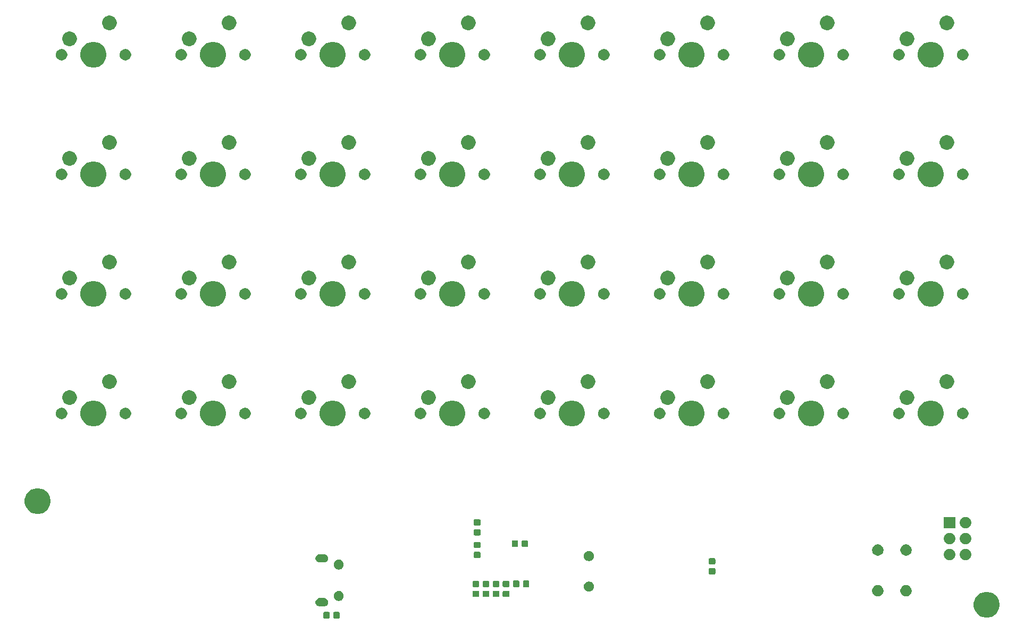
<source format=gbr>
G04 #@! TF.GenerationSoftware,KiCad,Pcbnew,5.1.5+dfsg1-2*
G04 #@! TF.CreationDate,2020-06-27T16:10:21+02:00*
G04 #@! TF.ProjectId,opendeck,6f70656e-6465-4636-9b2e-6b696361645f,1*
G04 #@! TF.SameCoordinates,Original*
G04 #@! TF.FileFunction,Soldermask,Bot*
G04 #@! TF.FilePolarity,Negative*
%FSLAX46Y46*%
G04 Gerber Fmt 4.6, Leading zero omitted, Abs format (unit mm)*
G04 Created by KiCad (PCBNEW 5.1.5+dfsg1-2) date 2020-06-27 16:10:21*
%MOMM*%
%LPD*%
G04 APERTURE LIST*
%ADD10C,0.100000*%
G04 APERTURE END LIST*
D10*
G36*
X77136973Y-126869148D02*
G01*
X77171333Y-126879571D01*
X77202986Y-126896489D01*
X77230736Y-126919264D01*
X77253511Y-126947014D01*
X77270429Y-126978667D01*
X77280852Y-127013027D01*
X77285000Y-127055138D01*
X77285000Y-127744862D01*
X77280852Y-127786973D01*
X77270429Y-127821333D01*
X77253511Y-127852986D01*
X77230736Y-127880736D01*
X77202986Y-127903511D01*
X77171333Y-127920429D01*
X77136973Y-127930852D01*
X77094862Y-127935000D01*
X76480138Y-127935000D01*
X76438027Y-127930852D01*
X76403667Y-127920429D01*
X76372014Y-127903511D01*
X76344264Y-127880736D01*
X76321489Y-127852986D01*
X76304571Y-127821333D01*
X76294148Y-127786973D01*
X76290000Y-127744862D01*
X76290000Y-127055138D01*
X76294148Y-127013027D01*
X76304571Y-126978667D01*
X76321489Y-126947014D01*
X76344264Y-126919264D01*
X76372014Y-126896489D01*
X76403667Y-126879571D01*
X76438027Y-126869148D01*
X76480138Y-126865000D01*
X77094862Y-126865000D01*
X77136973Y-126869148D01*
G37*
G36*
X75561973Y-126869148D02*
G01*
X75596333Y-126879571D01*
X75627986Y-126896489D01*
X75655736Y-126919264D01*
X75678511Y-126947014D01*
X75695429Y-126978667D01*
X75705852Y-127013027D01*
X75710000Y-127055138D01*
X75710000Y-127744862D01*
X75705852Y-127786973D01*
X75695429Y-127821333D01*
X75678511Y-127852986D01*
X75655736Y-127880736D01*
X75627986Y-127903511D01*
X75596333Y-127920429D01*
X75561973Y-127930852D01*
X75519862Y-127935000D01*
X74905138Y-127935000D01*
X74863027Y-127930852D01*
X74828667Y-127920429D01*
X74797014Y-127903511D01*
X74769264Y-127880736D01*
X74746489Y-127852986D01*
X74729571Y-127821333D01*
X74719148Y-127786973D01*
X74715000Y-127744862D01*
X74715000Y-127055138D01*
X74719148Y-127013027D01*
X74729571Y-126978667D01*
X74746489Y-126947014D01*
X74769264Y-126919264D01*
X74797014Y-126896489D01*
X74828667Y-126879571D01*
X74863027Y-126869148D01*
X74905138Y-126865000D01*
X75519862Y-126865000D01*
X75561973Y-126869148D01*
G37*
G36*
X180940880Y-123749165D02*
G01*
X180940883Y-123749166D01*
X180940882Y-123749166D01*
X181315773Y-123904450D01*
X181653175Y-124129895D01*
X181940105Y-124416825D01*
X182165550Y-124754227D01*
X182275909Y-125020658D01*
X182320835Y-125129120D01*
X182400000Y-125527108D01*
X182400000Y-125932892D01*
X182320835Y-126330880D01*
X182320834Y-126330882D01*
X182165550Y-126705773D01*
X181940105Y-127043175D01*
X181653175Y-127330105D01*
X181315773Y-127555550D01*
X181010124Y-127682153D01*
X180940880Y-127710835D01*
X180542892Y-127790000D01*
X180137108Y-127790000D01*
X179739120Y-127710835D01*
X179669876Y-127682153D01*
X179364227Y-127555550D01*
X179026825Y-127330105D01*
X178739895Y-127043175D01*
X178514450Y-126705773D01*
X178359166Y-126330882D01*
X178359165Y-126330880D01*
X178280000Y-125932892D01*
X178280000Y-125527108D01*
X178359165Y-125129120D01*
X178404091Y-125020658D01*
X178514450Y-124754227D01*
X178739895Y-124416825D01*
X179026825Y-124129895D01*
X179364227Y-123904450D01*
X179739118Y-123749166D01*
X179739117Y-123749166D01*
X179739120Y-123749165D01*
X180137108Y-123670000D01*
X180542892Y-123670000D01*
X180940880Y-123749165D01*
G37*
G36*
X74941884Y-124674550D02*
G01*
X75066292Y-124712289D01*
X75116217Y-124738975D01*
X75180950Y-124773575D01*
X75281448Y-124856052D01*
X75363925Y-124956550D01*
X75398191Y-125020658D01*
X75425211Y-125071208D01*
X75462950Y-125195616D01*
X75475693Y-125325000D01*
X75462950Y-125454384D01*
X75425211Y-125578792D01*
X75425210Y-125578793D01*
X75363925Y-125693450D01*
X75281448Y-125793948D01*
X75180950Y-125876425D01*
X75116217Y-125911025D01*
X75066292Y-125937711D01*
X74941884Y-125975450D01*
X74844920Y-125985000D01*
X74080080Y-125985000D01*
X73983116Y-125975450D01*
X73858708Y-125937711D01*
X73808783Y-125911025D01*
X73744050Y-125876425D01*
X73643552Y-125793948D01*
X73561075Y-125693450D01*
X73499790Y-125578793D01*
X73499789Y-125578792D01*
X73462050Y-125454384D01*
X73449307Y-125325000D01*
X73462050Y-125195616D01*
X73499789Y-125071208D01*
X73526809Y-125020658D01*
X73561075Y-124956550D01*
X73643552Y-124856052D01*
X73744050Y-124773575D01*
X73808783Y-124738975D01*
X73858708Y-124712289D01*
X73983116Y-124674550D01*
X74080080Y-124665000D01*
X74844920Y-124665000D01*
X74941884Y-124674550D01*
G37*
G36*
X77391476Y-123570167D02*
G01*
X77534337Y-123629342D01*
X77625448Y-123690221D01*
X77662911Y-123715253D01*
X77772247Y-123824589D01*
X77772249Y-123824592D01*
X77858158Y-123953163D01*
X77917333Y-124096024D01*
X77947500Y-124247684D01*
X77947500Y-124402316D01*
X77917333Y-124553976D01*
X77858158Y-124696837D01*
X77806883Y-124773575D01*
X77772247Y-124825411D01*
X77662911Y-124934747D01*
X77662908Y-124934749D01*
X77534337Y-125020658D01*
X77391476Y-125079833D01*
X77239816Y-125110000D01*
X77085184Y-125110000D01*
X76933524Y-125079833D01*
X76790663Y-125020658D01*
X76662092Y-124934749D01*
X76662089Y-124934747D01*
X76552753Y-124825411D01*
X76518117Y-124773575D01*
X76466842Y-124696837D01*
X76407667Y-124553976D01*
X76377500Y-124402316D01*
X76377500Y-124247684D01*
X76407667Y-124096024D01*
X76466842Y-123953163D01*
X76552751Y-123824592D01*
X76552753Y-123824589D01*
X76662089Y-123715253D01*
X76699552Y-123690221D01*
X76790663Y-123629342D01*
X76933524Y-123570167D01*
X77085184Y-123540000D01*
X77239816Y-123540000D01*
X77391476Y-123570167D01*
G37*
G36*
X102586973Y-123494148D02*
G01*
X102621333Y-123504571D01*
X102652986Y-123521489D01*
X102680736Y-123544264D01*
X102703511Y-123572014D01*
X102720429Y-123603667D01*
X102730852Y-123638027D01*
X102735000Y-123680138D01*
X102735000Y-124294862D01*
X102730852Y-124336973D01*
X102720429Y-124371333D01*
X102703511Y-124402986D01*
X102680736Y-124430736D01*
X102652986Y-124453511D01*
X102621333Y-124470429D01*
X102586973Y-124480852D01*
X102544862Y-124485000D01*
X101855138Y-124485000D01*
X101813027Y-124480852D01*
X101778667Y-124470429D01*
X101747014Y-124453511D01*
X101719264Y-124430736D01*
X101696489Y-124402986D01*
X101679571Y-124371333D01*
X101669148Y-124336973D01*
X101665000Y-124294862D01*
X101665000Y-123680138D01*
X101669148Y-123638027D01*
X101679571Y-123603667D01*
X101696489Y-123572014D01*
X101719264Y-123544264D01*
X101747014Y-123521489D01*
X101778667Y-123504571D01*
X101813027Y-123494148D01*
X101855138Y-123490000D01*
X102544862Y-123490000D01*
X102586973Y-123494148D01*
G37*
G36*
X99386973Y-123494148D02*
G01*
X99421333Y-123504571D01*
X99452986Y-123521489D01*
X99480736Y-123544264D01*
X99503511Y-123572014D01*
X99520429Y-123603667D01*
X99530852Y-123638027D01*
X99535000Y-123680138D01*
X99535000Y-124294862D01*
X99530852Y-124336973D01*
X99520429Y-124371333D01*
X99503511Y-124402986D01*
X99480736Y-124430736D01*
X99452986Y-124453511D01*
X99421333Y-124470429D01*
X99386973Y-124480852D01*
X99344862Y-124485000D01*
X98655138Y-124485000D01*
X98613027Y-124480852D01*
X98578667Y-124470429D01*
X98547014Y-124453511D01*
X98519264Y-124430736D01*
X98496489Y-124402986D01*
X98479571Y-124371333D01*
X98469148Y-124336973D01*
X98465000Y-124294862D01*
X98465000Y-123680138D01*
X98469148Y-123638027D01*
X98479571Y-123603667D01*
X98496489Y-123572014D01*
X98519264Y-123544264D01*
X98547014Y-123521489D01*
X98578667Y-123504571D01*
X98613027Y-123494148D01*
X98655138Y-123490000D01*
X99344862Y-123490000D01*
X99386973Y-123494148D01*
G37*
G36*
X104186973Y-123494148D02*
G01*
X104221333Y-123504571D01*
X104252986Y-123521489D01*
X104280736Y-123544264D01*
X104303511Y-123572014D01*
X104320429Y-123603667D01*
X104330852Y-123638027D01*
X104335000Y-123680138D01*
X104335000Y-124294862D01*
X104330852Y-124336973D01*
X104320429Y-124371333D01*
X104303511Y-124402986D01*
X104280736Y-124430736D01*
X104252986Y-124453511D01*
X104221333Y-124470429D01*
X104186973Y-124480852D01*
X104144862Y-124485000D01*
X103455138Y-124485000D01*
X103413027Y-124480852D01*
X103378667Y-124470429D01*
X103347014Y-124453511D01*
X103319264Y-124430736D01*
X103296489Y-124402986D01*
X103279571Y-124371333D01*
X103269148Y-124336973D01*
X103265000Y-124294862D01*
X103265000Y-123680138D01*
X103269148Y-123638027D01*
X103279571Y-123603667D01*
X103296489Y-123572014D01*
X103319264Y-123544264D01*
X103347014Y-123521489D01*
X103378667Y-123504571D01*
X103413027Y-123494148D01*
X103455138Y-123490000D01*
X104144862Y-123490000D01*
X104186973Y-123494148D01*
G37*
G36*
X100986973Y-123494148D02*
G01*
X101021333Y-123504571D01*
X101052986Y-123521489D01*
X101080736Y-123544264D01*
X101103511Y-123572014D01*
X101120429Y-123603667D01*
X101130852Y-123638027D01*
X101135000Y-123680138D01*
X101135000Y-124294862D01*
X101130852Y-124336973D01*
X101120429Y-124371333D01*
X101103511Y-124402986D01*
X101080736Y-124430736D01*
X101052986Y-124453511D01*
X101021333Y-124470429D01*
X100986973Y-124480852D01*
X100944862Y-124485000D01*
X100255138Y-124485000D01*
X100213027Y-124480852D01*
X100178667Y-124470429D01*
X100147014Y-124453511D01*
X100119264Y-124430736D01*
X100096489Y-124402986D01*
X100079571Y-124371333D01*
X100069148Y-124336973D01*
X100065000Y-124294862D01*
X100065000Y-123680138D01*
X100069148Y-123638027D01*
X100079571Y-123603667D01*
X100096489Y-123572014D01*
X100119264Y-123544264D01*
X100147014Y-123521489D01*
X100178667Y-123504571D01*
X100213027Y-123494148D01*
X100255138Y-123490000D01*
X100944862Y-123490000D01*
X100986973Y-123494148D01*
G37*
G36*
X167765437Y-122624971D02*
G01*
X167765440Y-122624972D01*
X167765439Y-122624972D01*
X167931047Y-122693568D01*
X168080091Y-122793156D01*
X168206844Y-122919909D01*
X168306432Y-123068953D01*
X168364982Y-123210308D01*
X168375029Y-123234563D01*
X168410000Y-123410373D01*
X168410000Y-123589627D01*
X168375029Y-123765437D01*
X168375028Y-123765439D01*
X168306432Y-123931047D01*
X168206844Y-124080091D01*
X168080091Y-124206844D01*
X167931047Y-124306432D01*
X167789692Y-124364982D01*
X167765437Y-124375029D01*
X167589627Y-124410000D01*
X167410373Y-124410000D01*
X167234563Y-124375029D01*
X167210308Y-124364982D01*
X167068953Y-124306432D01*
X166919909Y-124206844D01*
X166793156Y-124080091D01*
X166693568Y-123931047D01*
X166624972Y-123765439D01*
X166624971Y-123765437D01*
X166590000Y-123589627D01*
X166590000Y-123410373D01*
X166624971Y-123234563D01*
X166635018Y-123210308D01*
X166693568Y-123068953D01*
X166793156Y-122919909D01*
X166919909Y-122793156D01*
X167068953Y-122693568D01*
X167234561Y-122624972D01*
X167234560Y-122624972D01*
X167234563Y-122624971D01*
X167410373Y-122590000D01*
X167589627Y-122590000D01*
X167765437Y-122624971D01*
G37*
G36*
X163265437Y-122624971D02*
G01*
X163265440Y-122624972D01*
X163265439Y-122624972D01*
X163431047Y-122693568D01*
X163580091Y-122793156D01*
X163706844Y-122919909D01*
X163806432Y-123068953D01*
X163864982Y-123210308D01*
X163875029Y-123234563D01*
X163910000Y-123410373D01*
X163910000Y-123589627D01*
X163875029Y-123765437D01*
X163875028Y-123765439D01*
X163806432Y-123931047D01*
X163706844Y-124080091D01*
X163580091Y-124206844D01*
X163431047Y-124306432D01*
X163289692Y-124364982D01*
X163265437Y-124375029D01*
X163089627Y-124410000D01*
X162910373Y-124410000D01*
X162734563Y-124375029D01*
X162710308Y-124364982D01*
X162568953Y-124306432D01*
X162419909Y-124206844D01*
X162293156Y-124080091D01*
X162193568Y-123931047D01*
X162124972Y-123765439D01*
X162124971Y-123765437D01*
X162090000Y-123589627D01*
X162090000Y-123410373D01*
X162124971Y-123234563D01*
X162135018Y-123210308D01*
X162193568Y-123068953D01*
X162293156Y-122919909D01*
X162419909Y-122793156D01*
X162568953Y-122693568D01*
X162734561Y-122624972D01*
X162734560Y-122624972D01*
X162734563Y-122624971D01*
X162910373Y-122590000D01*
X163089627Y-122590000D01*
X163265437Y-122624971D01*
G37*
G36*
X117236269Y-122051128D02*
G01*
X117383680Y-122112188D01*
X117516344Y-122200831D01*
X117629169Y-122313656D01*
X117717812Y-122446320D01*
X117778872Y-122593731D01*
X117810000Y-122750222D01*
X117810000Y-122909778D01*
X117778872Y-123066269D01*
X117717812Y-123213680D01*
X117629169Y-123346344D01*
X117516344Y-123459169D01*
X117383680Y-123547812D01*
X117236269Y-123608872D01*
X117079778Y-123640000D01*
X116920222Y-123640000D01*
X116763731Y-123608872D01*
X116616320Y-123547812D01*
X116483656Y-123459169D01*
X116370831Y-123346344D01*
X116282188Y-123213680D01*
X116221128Y-123066269D01*
X116190000Y-122909778D01*
X116190000Y-122750222D01*
X116221128Y-122593731D01*
X116282188Y-122446320D01*
X116370831Y-122313656D01*
X116483656Y-122200831D01*
X116616320Y-122112188D01*
X116763731Y-122051128D01*
X116920222Y-122020000D01*
X117079778Y-122020000D01*
X117236269Y-122051128D01*
G37*
G36*
X107336973Y-121869148D02*
G01*
X107371333Y-121879571D01*
X107402986Y-121896489D01*
X107430736Y-121919264D01*
X107453511Y-121947014D01*
X107470429Y-121978667D01*
X107480852Y-122013027D01*
X107485000Y-122055138D01*
X107485000Y-122744862D01*
X107480852Y-122786973D01*
X107470429Y-122821333D01*
X107453511Y-122852986D01*
X107430736Y-122880736D01*
X107402986Y-122903511D01*
X107371333Y-122920429D01*
X107336973Y-122930852D01*
X107294862Y-122935000D01*
X106680138Y-122935000D01*
X106638027Y-122930852D01*
X106603667Y-122920429D01*
X106572014Y-122903511D01*
X106544264Y-122880736D01*
X106521489Y-122852986D01*
X106504571Y-122821333D01*
X106494148Y-122786973D01*
X106490000Y-122744862D01*
X106490000Y-122055138D01*
X106494148Y-122013027D01*
X106504571Y-121978667D01*
X106521489Y-121947014D01*
X106544264Y-121919264D01*
X106572014Y-121896489D01*
X106603667Y-121879571D01*
X106638027Y-121869148D01*
X106680138Y-121865000D01*
X107294862Y-121865000D01*
X107336973Y-121869148D01*
G37*
G36*
X105761973Y-121869148D02*
G01*
X105796333Y-121879571D01*
X105827986Y-121896489D01*
X105855736Y-121919264D01*
X105878511Y-121947014D01*
X105895429Y-121978667D01*
X105905852Y-122013027D01*
X105910000Y-122055138D01*
X105910000Y-122744862D01*
X105905852Y-122786973D01*
X105895429Y-122821333D01*
X105878511Y-122852986D01*
X105855736Y-122880736D01*
X105827986Y-122903511D01*
X105796333Y-122920429D01*
X105761973Y-122930852D01*
X105719862Y-122935000D01*
X105105138Y-122935000D01*
X105063027Y-122930852D01*
X105028667Y-122920429D01*
X104997014Y-122903511D01*
X104969264Y-122880736D01*
X104946489Y-122852986D01*
X104929571Y-122821333D01*
X104919148Y-122786973D01*
X104915000Y-122744862D01*
X104915000Y-122055138D01*
X104919148Y-122013027D01*
X104929571Y-121978667D01*
X104946489Y-121947014D01*
X104969264Y-121919264D01*
X104997014Y-121896489D01*
X105028667Y-121879571D01*
X105063027Y-121869148D01*
X105105138Y-121865000D01*
X105719862Y-121865000D01*
X105761973Y-121869148D01*
G37*
G36*
X104186973Y-121919148D02*
G01*
X104221333Y-121929571D01*
X104252986Y-121946489D01*
X104280736Y-121969264D01*
X104303511Y-121997014D01*
X104320429Y-122028667D01*
X104330852Y-122063027D01*
X104335000Y-122105138D01*
X104335000Y-122719862D01*
X104330852Y-122761973D01*
X104320429Y-122796333D01*
X104303511Y-122827986D01*
X104280736Y-122855736D01*
X104252986Y-122878511D01*
X104221333Y-122895429D01*
X104186973Y-122905852D01*
X104144862Y-122910000D01*
X103455138Y-122910000D01*
X103413027Y-122905852D01*
X103378667Y-122895429D01*
X103347014Y-122878511D01*
X103319264Y-122855736D01*
X103296489Y-122827986D01*
X103279571Y-122796333D01*
X103269148Y-122761973D01*
X103265000Y-122719862D01*
X103265000Y-122105138D01*
X103269148Y-122063027D01*
X103279571Y-122028667D01*
X103296489Y-121997014D01*
X103319264Y-121969264D01*
X103347014Y-121946489D01*
X103378667Y-121929571D01*
X103413027Y-121919148D01*
X103455138Y-121915000D01*
X104144862Y-121915000D01*
X104186973Y-121919148D01*
G37*
G36*
X99386973Y-121919148D02*
G01*
X99421333Y-121929571D01*
X99452986Y-121946489D01*
X99480736Y-121969264D01*
X99503511Y-121997014D01*
X99520429Y-122028667D01*
X99530852Y-122063027D01*
X99535000Y-122105138D01*
X99535000Y-122719862D01*
X99530852Y-122761973D01*
X99520429Y-122796333D01*
X99503511Y-122827986D01*
X99480736Y-122855736D01*
X99452986Y-122878511D01*
X99421333Y-122895429D01*
X99386973Y-122905852D01*
X99344862Y-122910000D01*
X98655138Y-122910000D01*
X98613027Y-122905852D01*
X98578667Y-122895429D01*
X98547014Y-122878511D01*
X98519264Y-122855736D01*
X98496489Y-122827986D01*
X98479571Y-122796333D01*
X98469148Y-122761973D01*
X98465000Y-122719862D01*
X98465000Y-122105138D01*
X98469148Y-122063027D01*
X98479571Y-122028667D01*
X98496489Y-121997014D01*
X98519264Y-121969264D01*
X98547014Y-121946489D01*
X98578667Y-121929571D01*
X98613027Y-121919148D01*
X98655138Y-121915000D01*
X99344862Y-121915000D01*
X99386973Y-121919148D01*
G37*
G36*
X102586973Y-121919148D02*
G01*
X102621333Y-121929571D01*
X102652986Y-121946489D01*
X102680736Y-121969264D01*
X102703511Y-121997014D01*
X102720429Y-122028667D01*
X102730852Y-122063027D01*
X102735000Y-122105138D01*
X102735000Y-122719862D01*
X102730852Y-122761973D01*
X102720429Y-122796333D01*
X102703511Y-122827986D01*
X102680736Y-122855736D01*
X102652986Y-122878511D01*
X102621333Y-122895429D01*
X102586973Y-122905852D01*
X102544862Y-122910000D01*
X101855138Y-122910000D01*
X101813027Y-122905852D01*
X101778667Y-122895429D01*
X101747014Y-122878511D01*
X101719264Y-122855736D01*
X101696489Y-122827986D01*
X101679571Y-122796333D01*
X101669148Y-122761973D01*
X101665000Y-122719862D01*
X101665000Y-122105138D01*
X101669148Y-122063027D01*
X101679571Y-122028667D01*
X101696489Y-121997014D01*
X101719264Y-121969264D01*
X101747014Y-121946489D01*
X101778667Y-121929571D01*
X101813027Y-121919148D01*
X101855138Y-121915000D01*
X102544862Y-121915000D01*
X102586973Y-121919148D01*
G37*
G36*
X100986973Y-121919148D02*
G01*
X101021333Y-121929571D01*
X101052986Y-121946489D01*
X101080736Y-121969264D01*
X101103511Y-121997014D01*
X101120429Y-122028667D01*
X101130852Y-122063027D01*
X101135000Y-122105138D01*
X101135000Y-122719862D01*
X101130852Y-122761973D01*
X101120429Y-122796333D01*
X101103511Y-122827986D01*
X101080736Y-122855736D01*
X101052986Y-122878511D01*
X101021333Y-122895429D01*
X100986973Y-122905852D01*
X100944862Y-122910000D01*
X100255138Y-122910000D01*
X100213027Y-122905852D01*
X100178667Y-122895429D01*
X100147014Y-122878511D01*
X100119264Y-122855736D01*
X100096489Y-122827986D01*
X100079571Y-122796333D01*
X100069148Y-122761973D01*
X100065000Y-122719862D01*
X100065000Y-122105138D01*
X100069148Y-122063027D01*
X100079571Y-122028667D01*
X100096489Y-121997014D01*
X100119264Y-121969264D01*
X100147014Y-121946489D01*
X100178667Y-121929571D01*
X100213027Y-121919148D01*
X100255138Y-121915000D01*
X100944862Y-121915000D01*
X100986973Y-121919148D01*
G37*
G36*
X136986973Y-119894148D02*
G01*
X137021333Y-119904571D01*
X137052986Y-119921489D01*
X137080736Y-119944264D01*
X137103511Y-119972014D01*
X137120429Y-120003667D01*
X137130852Y-120038027D01*
X137135000Y-120080138D01*
X137135000Y-120694862D01*
X137130852Y-120736973D01*
X137120429Y-120771333D01*
X137103511Y-120802986D01*
X137080736Y-120830736D01*
X137052986Y-120853511D01*
X137021333Y-120870429D01*
X136986973Y-120880852D01*
X136944862Y-120885000D01*
X136255138Y-120885000D01*
X136213027Y-120880852D01*
X136178667Y-120870429D01*
X136147014Y-120853511D01*
X136119264Y-120830736D01*
X136096489Y-120802986D01*
X136079571Y-120771333D01*
X136069148Y-120736973D01*
X136065000Y-120694862D01*
X136065000Y-120080138D01*
X136069148Y-120038027D01*
X136079571Y-120003667D01*
X136096489Y-119972014D01*
X136119264Y-119944264D01*
X136147014Y-119921489D01*
X136178667Y-119904571D01*
X136213027Y-119894148D01*
X136255138Y-119890000D01*
X136944862Y-119890000D01*
X136986973Y-119894148D01*
G37*
G36*
X77391476Y-118570167D02*
G01*
X77534337Y-118629342D01*
X77662331Y-118714866D01*
X77662911Y-118715253D01*
X77772247Y-118824589D01*
X77772249Y-118824592D01*
X77858158Y-118953163D01*
X77917333Y-119096024D01*
X77947500Y-119247684D01*
X77947500Y-119402316D01*
X77917333Y-119553976D01*
X77858158Y-119696837D01*
X77772634Y-119824831D01*
X77772247Y-119825411D01*
X77662911Y-119934747D01*
X77662908Y-119934749D01*
X77534337Y-120020658D01*
X77479054Y-120043557D01*
X77391476Y-120079833D01*
X77239816Y-120110000D01*
X77085184Y-120110000D01*
X76933524Y-120079833D01*
X76845946Y-120043557D01*
X76790663Y-120020658D01*
X76662092Y-119934749D01*
X76662089Y-119934747D01*
X76552753Y-119825411D01*
X76552366Y-119824831D01*
X76466842Y-119696837D01*
X76407667Y-119553976D01*
X76377500Y-119402316D01*
X76377500Y-119247684D01*
X76407667Y-119096024D01*
X76466842Y-118953163D01*
X76552751Y-118824592D01*
X76552753Y-118824589D01*
X76662089Y-118715253D01*
X76662669Y-118714866D01*
X76790663Y-118629342D01*
X76933524Y-118570167D01*
X77085184Y-118540000D01*
X77239816Y-118540000D01*
X77391476Y-118570167D01*
G37*
G36*
X136986973Y-118319148D02*
G01*
X137021333Y-118329571D01*
X137052986Y-118346489D01*
X137080736Y-118369264D01*
X137103511Y-118397014D01*
X137120429Y-118428667D01*
X137130852Y-118463027D01*
X137135000Y-118505138D01*
X137135000Y-119119862D01*
X137130852Y-119161973D01*
X137120429Y-119196333D01*
X137103511Y-119227986D01*
X137080736Y-119255736D01*
X137052986Y-119278511D01*
X137021333Y-119295429D01*
X136986973Y-119305852D01*
X136944862Y-119310000D01*
X136255138Y-119310000D01*
X136213027Y-119305852D01*
X136178667Y-119295429D01*
X136147014Y-119278511D01*
X136119264Y-119255736D01*
X136096489Y-119227986D01*
X136079571Y-119196333D01*
X136069148Y-119161973D01*
X136065000Y-119119862D01*
X136065000Y-118505138D01*
X136069148Y-118463027D01*
X136079571Y-118428667D01*
X136096489Y-118397014D01*
X136119264Y-118369264D01*
X136147014Y-118346489D01*
X136178667Y-118329571D01*
X136213027Y-118319148D01*
X136255138Y-118315000D01*
X136944862Y-118315000D01*
X136986973Y-118319148D01*
G37*
G36*
X74941884Y-117674550D02*
G01*
X75066292Y-117712289D01*
X75116217Y-117738975D01*
X75180950Y-117773575D01*
X75281448Y-117856052D01*
X75363925Y-117956550D01*
X75384710Y-117995437D01*
X75425211Y-118071208D01*
X75462950Y-118195616D01*
X75475693Y-118325000D01*
X75462950Y-118454384D01*
X75425211Y-118578792D01*
X75425210Y-118578793D01*
X75363925Y-118693450D01*
X75281448Y-118793948D01*
X75180950Y-118876425D01*
X75116217Y-118911025D01*
X75066292Y-118937711D01*
X74941884Y-118975450D01*
X74844920Y-118985000D01*
X74080080Y-118985000D01*
X73983116Y-118975450D01*
X73858708Y-118937711D01*
X73808783Y-118911025D01*
X73744050Y-118876425D01*
X73643552Y-118793948D01*
X73561075Y-118693450D01*
X73499790Y-118578793D01*
X73499789Y-118578792D01*
X73462050Y-118454384D01*
X73449307Y-118325000D01*
X73462050Y-118195616D01*
X73499789Y-118071208D01*
X73540290Y-117995437D01*
X73561075Y-117956550D01*
X73643552Y-117856052D01*
X73744050Y-117773575D01*
X73808783Y-117738975D01*
X73858708Y-117712289D01*
X73983116Y-117674550D01*
X74080080Y-117665000D01*
X74844920Y-117665000D01*
X74941884Y-117674550D01*
G37*
G36*
X117236269Y-117171128D02*
G01*
X117383680Y-117232188D01*
X117516344Y-117320831D01*
X117629169Y-117433656D01*
X117717812Y-117566320D01*
X117778872Y-117713731D01*
X117810000Y-117870222D01*
X117810000Y-118029778D01*
X117778872Y-118186269D01*
X117717812Y-118333680D01*
X117629169Y-118466344D01*
X117516344Y-118579169D01*
X117383680Y-118667812D01*
X117236269Y-118728872D01*
X117079778Y-118760000D01*
X116920222Y-118760000D01*
X116763731Y-118728872D01*
X116616320Y-118667812D01*
X116483656Y-118579169D01*
X116370831Y-118466344D01*
X116282188Y-118333680D01*
X116221128Y-118186269D01*
X116190000Y-118029778D01*
X116190000Y-117870222D01*
X116221128Y-117713731D01*
X116282188Y-117566320D01*
X116370831Y-117433656D01*
X116483656Y-117320831D01*
X116616320Y-117232188D01*
X116763731Y-117171128D01*
X116920222Y-117140000D01*
X117079778Y-117140000D01*
X117236269Y-117171128D01*
G37*
G36*
X174695437Y-116854971D02*
G01*
X174695440Y-116854972D01*
X174695439Y-116854972D01*
X174861047Y-116923568D01*
X175010091Y-117023156D01*
X175136844Y-117149909D01*
X175236432Y-117298953D01*
X175292227Y-117433656D01*
X175305029Y-117464563D01*
X175340000Y-117640373D01*
X175340000Y-117819627D01*
X175305029Y-117995437D01*
X175305028Y-117995439D01*
X175236432Y-118161047D01*
X175136844Y-118310091D01*
X175010091Y-118436844D01*
X174861047Y-118536432D01*
X174719692Y-118594982D01*
X174695437Y-118605029D01*
X174519627Y-118640000D01*
X174340373Y-118640000D01*
X174164563Y-118605029D01*
X174140308Y-118594982D01*
X173998953Y-118536432D01*
X173849909Y-118436844D01*
X173723156Y-118310091D01*
X173623568Y-118161047D01*
X173554972Y-117995439D01*
X173554971Y-117995437D01*
X173520000Y-117819627D01*
X173520000Y-117640373D01*
X173554971Y-117464563D01*
X173567773Y-117433656D01*
X173623568Y-117298953D01*
X173723156Y-117149909D01*
X173849909Y-117023156D01*
X173998953Y-116923568D01*
X174164561Y-116854972D01*
X174164560Y-116854972D01*
X174164563Y-116854971D01*
X174340373Y-116820000D01*
X174519627Y-116820000D01*
X174695437Y-116854971D01*
G37*
G36*
X177235437Y-116854971D02*
G01*
X177235440Y-116854972D01*
X177235439Y-116854972D01*
X177401047Y-116923568D01*
X177550091Y-117023156D01*
X177676844Y-117149909D01*
X177776432Y-117298953D01*
X177832227Y-117433656D01*
X177845029Y-117464563D01*
X177880000Y-117640373D01*
X177880000Y-117819627D01*
X177845029Y-117995437D01*
X177845028Y-117995439D01*
X177776432Y-118161047D01*
X177676844Y-118310091D01*
X177550091Y-118436844D01*
X177401047Y-118536432D01*
X177259692Y-118594982D01*
X177235437Y-118605029D01*
X177059627Y-118640000D01*
X176880373Y-118640000D01*
X176704563Y-118605029D01*
X176680308Y-118594982D01*
X176538953Y-118536432D01*
X176389909Y-118436844D01*
X176263156Y-118310091D01*
X176163568Y-118161047D01*
X176094972Y-117995439D01*
X176094971Y-117995437D01*
X176060000Y-117819627D01*
X176060000Y-117640373D01*
X176094971Y-117464563D01*
X176107773Y-117433656D01*
X176163568Y-117298953D01*
X176263156Y-117149909D01*
X176389909Y-117023156D01*
X176538953Y-116923568D01*
X176704561Y-116854972D01*
X176704560Y-116854972D01*
X176704563Y-116854971D01*
X176880373Y-116820000D01*
X177059627Y-116820000D01*
X177235437Y-116854971D01*
G37*
G36*
X99586973Y-117294148D02*
G01*
X99621333Y-117304571D01*
X99652986Y-117321489D01*
X99680736Y-117344264D01*
X99703511Y-117372014D01*
X99720429Y-117403667D01*
X99730852Y-117438027D01*
X99735000Y-117480138D01*
X99735000Y-118094862D01*
X99730852Y-118136973D01*
X99720429Y-118171333D01*
X99703511Y-118202986D01*
X99680736Y-118230736D01*
X99652986Y-118253511D01*
X99621333Y-118270429D01*
X99586973Y-118280852D01*
X99544862Y-118285000D01*
X98855138Y-118285000D01*
X98813027Y-118280852D01*
X98778667Y-118270429D01*
X98747014Y-118253511D01*
X98719264Y-118230736D01*
X98696489Y-118202986D01*
X98679571Y-118171333D01*
X98669148Y-118136973D01*
X98665000Y-118094862D01*
X98665000Y-117480138D01*
X98669148Y-117438027D01*
X98679571Y-117403667D01*
X98696489Y-117372014D01*
X98719264Y-117344264D01*
X98747014Y-117321489D01*
X98778667Y-117304571D01*
X98813027Y-117294148D01*
X98855138Y-117290000D01*
X99544862Y-117290000D01*
X99586973Y-117294148D01*
G37*
G36*
X167765437Y-116124971D02*
G01*
X167765440Y-116124972D01*
X167765439Y-116124972D01*
X167931047Y-116193568D01*
X168080091Y-116293156D01*
X168206844Y-116419909D01*
X168306432Y-116568953D01*
X168364855Y-116710000D01*
X168375029Y-116734563D01*
X168410000Y-116910373D01*
X168410000Y-117089627D01*
X168375029Y-117265437D01*
X168375028Y-117265439D01*
X168306432Y-117431047D01*
X168206844Y-117580091D01*
X168080091Y-117706844D01*
X167931047Y-117806432D01*
X167789692Y-117864982D01*
X167765437Y-117875029D01*
X167589627Y-117910000D01*
X167410373Y-117910000D01*
X167234563Y-117875029D01*
X167210308Y-117864982D01*
X167068953Y-117806432D01*
X166919909Y-117706844D01*
X166793156Y-117580091D01*
X166693568Y-117431047D01*
X166624972Y-117265439D01*
X166624971Y-117265437D01*
X166590000Y-117089627D01*
X166590000Y-116910373D01*
X166624971Y-116734563D01*
X166635145Y-116710000D01*
X166693568Y-116568953D01*
X166793156Y-116419909D01*
X166919909Y-116293156D01*
X167068953Y-116193568D01*
X167234561Y-116124972D01*
X167234560Y-116124972D01*
X167234563Y-116124971D01*
X167410373Y-116090000D01*
X167589627Y-116090000D01*
X167765437Y-116124971D01*
G37*
G36*
X163265437Y-116124971D02*
G01*
X163265440Y-116124972D01*
X163265439Y-116124972D01*
X163431047Y-116193568D01*
X163580091Y-116293156D01*
X163706844Y-116419909D01*
X163806432Y-116568953D01*
X163864855Y-116710000D01*
X163875029Y-116734563D01*
X163910000Y-116910373D01*
X163910000Y-117089627D01*
X163875029Y-117265437D01*
X163875028Y-117265439D01*
X163806432Y-117431047D01*
X163706844Y-117580091D01*
X163580091Y-117706844D01*
X163431047Y-117806432D01*
X163289692Y-117864982D01*
X163265437Y-117875029D01*
X163089627Y-117910000D01*
X162910373Y-117910000D01*
X162734563Y-117875029D01*
X162710308Y-117864982D01*
X162568953Y-117806432D01*
X162419909Y-117706844D01*
X162293156Y-117580091D01*
X162193568Y-117431047D01*
X162124972Y-117265439D01*
X162124971Y-117265437D01*
X162090000Y-117089627D01*
X162090000Y-116910373D01*
X162124971Y-116734563D01*
X162135145Y-116710000D01*
X162193568Y-116568953D01*
X162293156Y-116419909D01*
X162419909Y-116293156D01*
X162568953Y-116193568D01*
X162734561Y-116124972D01*
X162734560Y-116124972D01*
X162734563Y-116124971D01*
X162910373Y-116090000D01*
X163089627Y-116090000D01*
X163265437Y-116124971D01*
G37*
G36*
X99586973Y-115719148D02*
G01*
X99621333Y-115729571D01*
X99652986Y-115746489D01*
X99680736Y-115769264D01*
X99703511Y-115797014D01*
X99720429Y-115828667D01*
X99730852Y-115863027D01*
X99735000Y-115905138D01*
X99735000Y-116519862D01*
X99730852Y-116561973D01*
X99720429Y-116596333D01*
X99703511Y-116627986D01*
X99680736Y-116655736D01*
X99652986Y-116678511D01*
X99621333Y-116695429D01*
X99586973Y-116705852D01*
X99544862Y-116710000D01*
X98855138Y-116710000D01*
X98813027Y-116705852D01*
X98778667Y-116695429D01*
X98747014Y-116678511D01*
X98719264Y-116655736D01*
X98696489Y-116627986D01*
X98679571Y-116596333D01*
X98669148Y-116561973D01*
X98665000Y-116519862D01*
X98665000Y-115905138D01*
X98669148Y-115863027D01*
X98679571Y-115828667D01*
X98696489Y-115797014D01*
X98719264Y-115769264D01*
X98747014Y-115746489D01*
X98778667Y-115729571D01*
X98813027Y-115719148D01*
X98855138Y-115715000D01*
X99544862Y-115715000D01*
X99586973Y-115719148D01*
G37*
G36*
X105561973Y-115469148D02*
G01*
X105596333Y-115479571D01*
X105627986Y-115496489D01*
X105655736Y-115519264D01*
X105678511Y-115547014D01*
X105695429Y-115578667D01*
X105705852Y-115613027D01*
X105710000Y-115655138D01*
X105710000Y-116344862D01*
X105705852Y-116386973D01*
X105695429Y-116421333D01*
X105678511Y-116452986D01*
X105655736Y-116480736D01*
X105627986Y-116503511D01*
X105596333Y-116520429D01*
X105561973Y-116530852D01*
X105519862Y-116535000D01*
X104905138Y-116535000D01*
X104863027Y-116530852D01*
X104828667Y-116520429D01*
X104797014Y-116503511D01*
X104769264Y-116480736D01*
X104746489Y-116452986D01*
X104729571Y-116421333D01*
X104719148Y-116386973D01*
X104715000Y-116344862D01*
X104715000Y-115655138D01*
X104719148Y-115613027D01*
X104729571Y-115578667D01*
X104746489Y-115547014D01*
X104769264Y-115519264D01*
X104797014Y-115496489D01*
X104828667Y-115479571D01*
X104863027Y-115469148D01*
X104905138Y-115465000D01*
X105519862Y-115465000D01*
X105561973Y-115469148D01*
G37*
G36*
X107136973Y-115469148D02*
G01*
X107171333Y-115479571D01*
X107202986Y-115496489D01*
X107230736Y-115519264D01*
X107253511Y-115547014D01*
X107270429Y-115578667D01*
X107280852Y-115613027D01*
X107285000Y-115655138D01*
X107285000Y-116344862D01*
X107280852Y-116386973D01*
X107270429Y-116421333D01*
X107253511Y-116452986D01*
X107230736Y-116480736D01*
X107202986Y-116503511D01*
X107171333Y-116520429D01*
X107136973Y-116530852D01*
X107094862Y-116535000D01*
X106480138Y-116535000D01*
X106438027Y-116530852D01*
X106403667Y-116520429D01*
X106372014Y-116503511D01*
X106344264Y-116480736D01*
X106321489Y-116452986D01*
X106304571Y-116421333D01*
X106294148Y-116386973D01*
X106290000Y-116344862D01*
X106290000Y-115655138D01*
X106294148Y-115613027D01*
X106304571Y-115578667D01*
X106321489Y-115547014D01*
X106344264Y-115519264D01*
X106372014Y-115496489D01*
X106403667Y-115479571D01*
X106438027Y-115469148D01*
X106480138Y-115465000D01*
X107094862Y-115465000D01*
X107136973Y-115469148D01*
G37*
G36*
X177235437Y-114314971D02*
G01*
X177235440Y-114314972D01*
X177235439Y-114314972D01*
X177401047Y-114383568D01*
X177550091Y-114483156D01*
X177676844Y-114609909D01*
X177776432Y-114758953D01*
X177834982Y-114900308D01*
X177845029Y-114924563D01*
X177880000Y-115100373D01*
X177880000Y-115279627D01*
X177845029Y-115455437D01*
X177845028Y-115455439D01*
X177776432Y-115621047D01*
X177676844Y-115770091D01*
X177550091Y-115896844D01*
X177401047Y-115996432D01*
X177259692Y-116054982D01*
X177235437Y-116065029D01*
X177059627Y-116100000D01*
X176880373Y-116100000D01*
X176704563Y-116065029D01*
X176680308Y-116054982D01*
X176538953Y-115996432D01*
X176389909Y-115896844D01*
X176263156Y-115770091D01*
X176163568Y-115621047D01*
X176094972Y-115455439D01*
X176094971Y-115455437D01*
X176060000Y-115279627D01*
X176060000Y-115100373D01*
X176094971Y-114924563D01*
X176105018Y-114900308D01*
X176163568Y-114758953D01*
X176263156Y-114609909D01*
X176389909Y-114483156D01*
X176538953Y-114383568D01*
X176704561Y-114314972D01*
X176704560Y-114314972D01*
X176704563Y-114314971D01*
X176880373Y-114280000D01*
X177059627Y-114280000D01*
X177235437Y-114314971D01*
G37*
G36*
X174695437Y-114314971D02*
G01*
X174695440Y-114314972D01*
X174695439Y-114314972D01*
X174861047Y-114383568D01*
X175010091Y-114483156D01*
X175136844Y-114609909D01*
X175236432Y-114758953D01*
X175294982Y-114900308D01*
X175305029Y-114924563D01*
X175340000Y-115100373D01*
X175340000Y-115279627D01*
X175305029Y-115455437D01*
X175305028Y-115455439D01*
X175236432Y-115621047D01*
X175136844Y-115770091D01*
X175010091Y-115896844D01*
X174861047Y-115996432D01*
X174719692Y-116054982D01*
X174695437Y-116065029D01*
X174519627Y-116100000D01*
X174340373Y-116100000D01*
X174164563Y-116065029D01*
X174140308Y-116054982D01*
X173998953Y-115996432D01*
X173849909Y-115896844D01*
X173723156Y-115770091D01*
X173623568Y-115621047D01*
X173554972Y-115455439D01*
X173554971Y-115455437D01*
X173520000Y-115279627D01*
X173520000Y-115100373D01*
X173554971Y-114924563D01*
X173565018Y-114900308D01*
X173623568Y-114758953D01*
X173723156Y-114609909D01*
X173849909Y-114483156D01*
X173998953Y-114383568D01*
X174164561Y-114314972D01*
X174164560Y-114314972D01*
X174164563Y-114314971D01*
X174340373Y-114280000D01*
X174519627Y-114280000D01*
X174695437Y-114314971D01*
G37*
G36*
X99586973Y-113694148D02*
G01*
X99621333Y-113704571D01*
X99652986Y-113721489D01*
X99680736Y-113744264D01*
X99703511Y-113772014D01*
X99720429Y-113803667D01*
X99730852Y-113838027D01*
X99735000Y-113880138D01*
X99735000Y-114494862D01*
X99730852Y-114536973D01*
X99720429Y-114571333D01*
X99703511Y-114602986D01*
X99680736Y-114630736D01*
X99652986Y-114653511D01*
X99621333Y-114670429D01*
X99586973Y-114680852D01*
X99544862Y-114685000D01*
X98855138Y-114685000D01*
X98813027Y-114680852D01*
X98778667Y-114670429D01*
X98747014Y-114653511D01*
X98719264Y-114630736D01*
X98696489Y-114602986D01*
X98679571Y-114571333D01*
X98669148Y-114536973D01*
X98665000Y-114494862D01*
X98665000Y-113880138D01*
X98669148Y-113838027D01*
X98679571Y-113803667D01*
X98696489Y-113772014D01*
X98719264Y-113744264D01*
X98747014Y-113721489D01*
X98778667Y-113704571D01*
X98813027Y-113694148D01*
X98855138Y-113690000D01*
X99544862Y-113690000D01*
X99586973Y-113694148D01*
G37*
G36*
X177235437Y-111774971D02*
G01*
X177235440Y-111774972D01*
X177235439Y-111774972D01*
X177401047Y-111843568D01*
X177550091Y-111943156D01*
X177676844Y-112069909D01*
X177776432Y-112218953D01*
X177796978Y-112268557D01*
X177845029Y-112384563D01*
X177880000Y-112560373D01*
X177880000Y-112739627D01*
X177845029Y-112915437D01*
X177845028Y-112915439D01*
X177776432Y-113081047D01*
X177676844Y-113230091D01*
X177550091Y-113356844D01*
X177401047Y-113456432D01*
X177259692Y-113514982D01*
X177235437Y-113525029D01*
X177059627Y-113560000D01*
X176880373Y-113560000D01*
X176704563Y-113525029D01*
X176680308Y-113514982D01*
X176538953Y-113456432D01*
X176389909Y-113356844D01*
X176263156Y-113230091D01*
X176163568Y-113081047D01*
X176094972Y-112915439D01*
X176094971Y-112915437D01*
X176060000Y-112739627D01*
X176060000Y-112560373D01*
X176094971Y-112384563D01*
X176143022Y-112268557D01*
X176163568Y-112218953D01*
X176263156Y-112069909D01*
X176389909Y-111943156D01*
X176538953Y-111843568D01*
X176704561Y-111774972D01*
X176704560Y-111774972D01*
X176704563Y-111774971D01*
X176880373Y-111740000D01*
X177059627Y-111740000D01*
X177235437Y-111774971D01*
G37*
G36*
X175340000Y-113560000D02*
G01*
X173520000Y-113560000D01*
X173520000Y-111740000D01*
X175340000Y-111740000D01*
X175340000Y-113560000D01*
G37*
G36*
X99586973Y-112119148D02*
G01*
X99621333Y-112129571D01*
X99652986Y-112146489D01*
X99680736Y-112169264D01*
X99703511Y-112197014D01*
X99720429Y-112228667D01*
X99730852Y-112263027D01*
X99735000Y-112305138D01*
X99735000Y-112919862D01*
X99730852Y-112961973D01*
X99720429Y-112996333D01*
X99703511Y-113027986D01*
X99680736Y-113055736D01*
X99652986Y-113078511D01*
X99621333Y-113095429D01*
X99586973Y-113105852D01*
X99544862Y-113110000D01*
X98855138Y-113110000D01*
X98813027Y-113105852D01*
X98778667Y-113095429D01*
X98747014Y-113078511D01*
X98719264Y-113055736D01*
X98696489Y-113027986D01*
X98679571Y-112996333D01*
X98669148Y-112961973D01*
X98665000Y-112919862D01*
X98665000Y-112305138D01*
X98669148Y-112263027D01*
X98679571Y-112228667D01*
X98696489Y-112197014D01*
X98719264Y-112169264D01*
X98747014Y-112146489D01*
X98778667Y-112129571D01*
X98813027Y-112119148D01*
X98855138Y-112115000D01*
X99544862Y-112115000D01*
X99586973Y-112119148D01*
G37*
G36*
X29810880Y-107239165D02*
G01*
X29810883Y-107239166D01*
X29810882Y-107239166D01*
X30185773Y-107394450D01*
X30523175Y-107619895D01*
X30810105Y-107906825D01*
X31035550Y-108244227D01*
X31162153Y-108549876D01*
X31190835Y-108619120D01*
X31270000Y-109017108D01*
X31270000Y-109422892D01*
X31190835Y-109820880D01*
X31190834Y-109820882D01*
X31035550Y-110195773D01*
X30810105Y-110533175D01*
X30523175Y-110820105D01*
X30185773Y-111045550D01*
X29880124Y-111172153D01*
X29810880Y-111200835D01*
X29412892Y-111280000D01*
X29007108Y-111280000D01*
X28609120Y-111200835D01*
X28539876Y-111172153D01*
X28234227Y-111045550D01*
X27896825Y-110820105D01*
X27609895Y-110533175D01*
X27384450Y-110195773D01*
X27229166Y-109820882D01*
X27229165Y-109820880D01*
X27150000Y-109422892D01*
X27150000Y-109017108D01*
X27229165Y-108619120D01*
X27257847Y-108549876D01*
X27384450Y-108244227D01*
X27609895Y-107906825D01*
X27896825Y-107619895D01*
X28234227Y-107394450D01*
X28609118Y-107239166D01*
X28609117Y-107239166D01*
X28609120Y-107239165D01*
X29007108Y-107160000D01*
X29412892Y-107160000D01*
X29810880Y-107239165D01*
G37*
G36*
X57750880Y-93269165D02*
G01*
X57750883Y-93269166D01*
X57750882Y-93269166D01*
X58125773Y-93424450D01*
X58463175Y-93649895D01*
X58750105Y-93936825D01*
X58975550Y-94274227D01*
X59045693Y-94443568D01*
X59130835Y-94649120D01*
X59210000Y-95047108D01*
X59210000Y-95452892D01*
X59130835Y-95850880D01*
X59130834Y-95850882D01*
X58975550Y-96225773D01*
X58750105Y-96563175D01*
X58463175Y-96850105D01*
X58125773Y-97075550D01*
X57820124Y-97202153D01*
X57750880Y-97230835D01*
X57352892Y-97310000D01*
X56947108Y-97310000D01*
X56549120Y-97230835D01*
X56479876Y-97202153D01*
X56174227Y-97075550D01*
X55836825Y-96850105D01*
X55549895Y-96563175D01*
X55324450Y-96225773D01*
X55169166Y-95850882D01*
X55169165Y-95850880D01*
X55090000Y-95452892D01*
X55090000Y-95047108D01*
X55169165Y-94649120D01*
X55254307Y-94443568D01*
X55324450Y-94274227D01*
X55549895Y-93936825D01*
X55836825Y-93649895D01*
X56174227Y-93424450D01*
X56549118Y-93269166D01*
X56549117Y-93269166D01*
X56549120Y-93269165D01*
X56947108Y-93190000D01*
X57352892Y-93190000D01*
X57750880Y-93269165D01*
G37*
G36*
X133950880Y-93269165D02*
G01*
X133950883Y-93269166D01*
X133950882Y-93269166D01*
X134325773Y-93424450D01*
X134663175Y-93649895D01*
X134950105Y-93936825D01*
X135175550Y-94274227D01*
X135245693Y-94443568D01*
X135330835Y-94649120D01*
X135410000Y-95047108D01*
X135410000Y-95452892D01*
X135330835Y-95850880D01*
X135330834Y-95850882D01*
X135175550Y-96225773D01*
X134950105Y-96563175D01*
X134663175Y-96850105D01*
X134325773Y-97075550D01*
X134020124Y-97202153D01*
X133950880Y-97230835D01*
X133552892Y-97310000D01*
X133147108Y-97310000D01*
X132749120Y-97230835D01*
X132679876Y-97202153D01*
X132374227Y-97075550D01*
X132036825Y-96850105D01*
X131749895Y-96563175D01*
X131524450Y-96225773D01*
X131369166Y-95850882D01*
X131369165Y-95850880D01*
X131290000Y-95452892D01*
X131290000Y-95047108D01*
X131369165Y-94649120D01*
X131454307Y-94443568D01*
X131524450Y-94274227D01*
X131749895Y-93936825D01*
X132036825Y-93649895D01*
X132374227Y-93424450D01*
X132749118Y-93269166D01*
X132749117Y-93269166D01*
X132749120Y-93269165D01*
X133147108Y-93190000D01*
X133552892Y-93190000D01*
X133950880Y-93269165D01*
G37*
G36*
X172050880Y-93269165D02*
G01*
X172050883Y-93269166D01*
X172050882Y-93269166D01*
X172425773Y-93424450D01*
X172763175Y-93649895D01*
X173050105Y-93936825D01*
X173275550Y-94274227D01*
X173345693Y-94443568D01*
X173430835Y-94649120D01*
X173510000Y-95047108D01*
X173510000Y-95452892D01*
X173430835Y-95850880D01*
X173430834Y-95850882D01*
X173275550Y-96225773D01*
X173050105Y-96563175D01*
X172763175Y-96850105D01*
X172425773Y-97075550D01*
X172120124Y-97202153D01*
X172050880Y-97230835D01*
X171652892Y-97310000D01*
X171247108Y-97310000D01*
X170849120Y-97230835D01*
X170779876Y-97202153D01*
X170474227Y-97075550D01*
X170136825Y-96850105D01*
X169849895Y-96563175D01*
X169624450Y-96225773D01*
X169469166Y-95850882D01*
X169469165Y-95850880D01*
X169390000Y-95452892D01*
X169390000Y-95047108D01*
X169469165Y-94649120D01*
X169554307Y-94443568D01*
X169624450Y-94274227D01*
X169849895Y-93936825D01*
X170136825Y-93649895D01*
X170474227Y-93424450D01*
X170849118Y-93269166D01*
X170849117Y-93269166D01*
X170849120Y-93269165D01*
X171247108Y-93190000D01*
X171652892Y-93190000D01*
X172050880Y-93269165D01*
G37*
G36*
X153000880Y-93269165D02*
G01*
X153000883Y-93269166D01*
X153000882Y-93269166D01*
X153375773Y-93424450D01*
X153713175Y-93649895D01*
X154000105Y-93936825D01*
X154225550Y-94274227D01*
X154295693Y-94443568D01*
X154380835Y-94649120D01*
X154460000Y-95047108D01*
X154460000Y-95452892D01*
X154380835Y-95850880D01*
X154380834Y-95850882D01*
X154225550Y-96225773D01*
X154000105Y-96563175D01*
X153713175Y-96850105D01*
X153375773Y-97075550D01*
X153070124Y-97202153D01*
X153000880Y-97230835D01*
X152602892Y-97310000D01*
X152197108Y-97310000D01*
X151799120Y-97230835D01*
X151729876Y-97202153D01*
X151424227Y-97075550D01*
X151086825Y-96850105D01*
X150799895Y-96563175D01*
X150574450Y-96225773D01*
X150419166Y-95850882D01*
X150419165Y-95850880D01*
X150340000Y-95452892D01*
X150340000Y-95047108D01*
X150419165Y-94649120D01*
X150504307Y-94443568D01*
X150574450Y-94274227D01*
X150799895Y-93936825D01*
X151086825Y-93649895D01*
X151424227Y-93424450D01*
X151799118Y-93269166D01*
X151799117Y-93269166D01*
X151799120Y-93269165D01*
X152197108Y-93190000D01*
X152602892Y-93190000D01*
X153000880Y-93269165D01*
G37*
G36*
X95850880Y-93269165D02*
G01*
X95850883Y-93269166D01*
X95850882Y-93269166D01*
X96225773Y-93424450D01*
X96563175Y-93649895D01*
X96850105Y-93936825D01*
X97075550Y-94274227D01*
X97145693Y-94443568D01*
X97230835Y-94649120D01*
X97310000Y-95047108D01*
X97310000Y-95452892D01*
X97230835Y-95850880D01*
X97230834Y-95850882D01*
X97075550Y-96225773D01*
X96850105Y-96563175D01*
X96563175Y-96850105D01*
X96225773Y-97075550D01*
X95920124Y-97202153D01*
X95850880Y-97230835D01*
X95452892Y-97310000D01*
X95047108Y-97310000D01*
X94649120Y-97230835D01*
X94579876Y-97202153D01*
X94274227Y-97075550D01*
X93936825Y-96850105D01*
X93649895Y-96563175D01*
X93424450Y-96225773D01*
X93269166Y-95850882D01*
X93269165Y-95850880D01*
X93190000Y-95452892D01*
X93190000Y-95047108D01*
X93269165Y-94649120D01*
X93354307Y-94443568D01*
X93424450Y-94274227D01*
X93649895Y-93936825D01*
X93936825Y-93649895D01*
X94274227Y-93424450D01*
X94649118Y-93269166D01*
X94649117Y-93269166D01*
X94649120Y-93269165D01*
X95047108Y-93190000D01*
X95452892Y-93190000D01*
X95850880Y-93269165D01*
G37*
G36*
X76800880Y-93269165D02*
G01*
X76800883Y-93269166D01*
X76800882Y-93269166D01*
X77175773Y-93424450D01*
X77513175Y-93649895D01*
X77800105Y-93936825D01*
X78025550Y-94274227D01*
X78095693Y-94443568D01*
X78180835Y-94649120D01*
X78260000Y-95047108D01*
X78260000Y-95452892D01*
X78180835Y-95850880D01*
X78180834Y-95850882D01*
X78025550Y-96225773D01*
X77800105Y-96563175D01*
X77513175Y-96850105D01*
X77175773Y-97075550D01*
X76870124Y-97202153D01*
X76800880Y-97230835D01*
X76402892Y-97310000D01*
X75997108Y-97310000D01*
X75599120Y-97230835D01*
X75529876Y-97202153D01*
X75224227Y-97075550D01*
X74886825Y-96850105D01*
X74599895Y-96563175D01*
X74374450Y-96225773D01*
X74219166Y-95850882D01*
X74219165Y-95850880D01*
X74140000Y-95452892D01*
X74140000Y-95047108D01*
X74219165Y-94649120D01*
X74304307Y-94443568D01*
X74374450Y-94274227D01*
X74599895Y-93936825D01*
X74886825Y-93649895D01*
X75224227Y-93424450D01*
X75599118Y-93269166D01*
X75599117Y-93269166D01*
X75599120Y-93269165D01*
X75997108Y-93190000D01*
X76402892Y-93190000D01*
X76800880Y-93269165D01*
G37*
G36*
X38700880Y-93269165D02*
G01*
X38700883Y-93269166D01*
X38700882Y-93269166D01*
X39075773Y-93424450D01*
X39413175Y-93649895D01*
X39700105Y-93936825D01*
X39925550Y-94274227D01*
X39995693Y-94443568D01*
X40080835Y-94649120D01*
X40160000Y-95047108D01*
X40160000Y-95452892D01*
X40080835Y-95850880D01*
X40080834Y-95850882D01*
X39925550Y-96225773D01*
X39700105Y-96563175D01*
X39413175Y-96850105D01*
X39075773Y-97075550D01*
X38770124Y-97202153D01*
X38700880Y-97230835D01*
X38302892Y-97310000D01*
X37897108Y-97310000D01*
X37499120Y-97230835D01*
X37429876Y-97202153D01*
X37124227Y-97075550D01*
X36786825Y-96850105D01*
X36499895Y-96563175D01*
X36274450Y-96225773D01*
X36119166Y-95850882D01*
X36119165Y-95850880D01*
X36040000Y-95452892D01*
X36040000Y-95047108D01*
X36119165Y-94649120D01*
X36204307Y-94443568D01*
X36274450Y-94274227D01*
X36499895Y-93936825D01*
X36786825Y-93649895D01*
X37124227Y-93424450D01*
X37499118Y-93269166D01*
X37499117Y-93269166D01*
X37499120Y-93269165D01*
X37897108Y-93190000D01*
X38302892Y-93190000D01*
X38700880Y-93269165D01*
G37*
G36*
X114900880Y-93269165D02*
G01*
X114900883Y-93269166D01*
X114900882Y-93269166D01*
X115275773Y-93424450D01*
X115613175Y-93649895D01*
X115900105Y-93936825D01*
X116125550Y-94274227D01*
X116195693Y-94443568D01*
X116280835Y-94649120D01*
X116360000Y-95047108D01*
X116360000Y-95452892D01*
X116280835Y-95850880D01*
X116280834Y-95850882D01*
X116125550Y-96225773D01*
X115900105Y-96563175D01*
X115613175Y-96850105D01*
X115275773Y-97075550D01*
X114970124Y-97202153D01*
X114900880Y-97230835D01*
X114502892Y-97310000D01*
X114097108Y-97310000D01*
X113699120Y-97230835D01*
X113629876Y-97202153D01*
X113324227Y-97075550D01*
X112986825Y-96850105D01*
X112699895Y-96563175D01*
X112474450Y-96225773D01*
X112319166Y-95850882D01*
X112319165Y-95850880D01*
X112240000Y-95452892D01*
X112240000Y-95047108D01*
X112319165Y-94649120D01*
X112404307Y-94443568D01*
X112474450Y-94274227D01*
X112699895Y-93936825D01*
X112986825Y-93649895D01*
X113324227Y-93424450D01*
X113699118Y-93269166D01*
X113699117Y-93269166D01*
X113699120Y-93269165D01*
X114097108Y-93190000D01*
X114502892Y-93190000D01*
X114900880Y-93269165D01*
G37*
G36*
X52335437Y-94374971D02*
G01*
X52335440Y-94374972D01*
X52335439Y-94374972D01*
X52501047Y-94443568D01*
X52650091Y-94543156D01*
X52776844Y-94669909D01*
X52876432Y-94818953D01*
X52934982Y-94960308D01*
X52945029Y-94984563D01*
X52980000Y-95160373D01*
X52980000Y-95339627D01*
X52945029Y-95515437D01*
X52945028Y-95515439D01*
X52876432Y-95681047D01*
X52776844Y-95830091D01*
X52650091Y-95956844D01*
X52501047Y-96056432D01*
X52359692Y-96114982D01*
X52335437Y-96125029D01*
X52159627Y-96160000D01*
X51980373Y-96160000D01*
X51804563Y-96125029D01*
X51780308Y-96114982D01*
X51638953Y-96056432D01*
X51489909Y-95956844D01*
X51363156Y-95830091D01*
X51263568Y-95681047D01*
X51194972Y-95515439D01*
X51194971Y-95515437D01*
X51160000Y-95339627D01*
X51160000Y-95160373D01*
X51194971Y-94984563D01*
X51205018Y-94960308D01*
X51263568Y-94818953D01*
X51363156Y-94669909D01*
X51489909Y-94543156D01*
X51638953Y-94443568D01*
X51804561Y-94374972D01*
X51804560Y-94374972D01*
X51804563Y-94374971D01*
X51980373Y-94340000D01*
X52159627Y-94340000D01*
X52335437Y-94374971D01*
G37*
G36*
X33285437Y-94374971D02*
G01*
X33285440Y-94374972D01*
X33285439Y-94374972D01*
X33451047Y-94443568D01*
X33600091Y-94543156D01*
X33726844Y-94669909D01*
X33826432Y-94818953D01*
X33884982Y-94960308D01*
X33895029Y-94984563D01*
X33930000Y-95160373D01*
X33930000Y-95339627D01*
X33895029Y-95515437D01*
X33895028Y-95515439D01*
X33826432Y-95681047D01*
X33726844Y-95830091D01*
X33600091Y-95956844D01*
X33451047Y-96056432D01*
X33309692Y-96114982D01*
X33285437Y-96125029D01*
X33109627Y-96160000D01*
X32930373Y-96160000D01*
X32754563Y-96125029D01*
X32730308Y-96114982D01*
X32588953Y-96056432D01*
X32439909Y-95956844D01*
X32313156Y-95830091D01*
X32213568Y-95681047D01*
X32144972Y-95515439D01*
X32144971Y-95515437D01*
X32110000Y-95339627D01*
X32110000Y-95160373D01*
X32144971Y-94984563D01*
X32155018Y-94960308D01*
X32213568Y-94818953D01*
X32313156Y-94669909D01*
X32439909Y-94543156D01*
X32588953Y-94443568D01*
X32754561Y-94374972D01*
X32754560Y-94374972D01*
X32754563Y-94374971D01*
X32930373Y-94340000D01*
X33109627Y-94340000D01*
X33285437Y-94374971D01*
G37*
G36*
X62495437Y-94374971D02*
G01*
X62495440Y-94374972D01*
X62495439Y-94374972D01*
X62661047Y-94443568D01*
X62810091Y-94543156D01*
X62936844Y-94669909D01*
X63036432Y-94818953D01*
X63094982Y-94960308D01*
X63105029Y-94984563D01*
X63140000Y-95160373D01*
X63140000Y-95339627D01*
X63105029Y-95515437D01*
X63105028Y-95515439D01*
X63036432Y-95681047D01*
X62936844Y-95830091D01*
X62810091Y-95956844D01*
X62661047Y-96056432D01*
X62519692Y-96114982D01*
X62495437Y-96125029D01*
X62319627Y-96160000D01*
X62140373Y-96160000D01*
X61964563Y-96125029D01*
X61940308Y-96114982D01*
X61798953Y-96056432D01*
X61649909Y-95956844D01*
X61523156Y-95830091D01*
X61423568Y-95681047D01*
X61354972Y-95515439D01*
X61354971Y-95515437D01*
X61320000Y-95339627D01*
X61320000Y-95160373D01*
X61354971Y-94984563D01*
X61365018Y-94960308D01*
X61423568Y-94818953D01*
X61523156Y-94669909D01*
X61649909Y-94543156D01*
X61798953Y-94443568D01*
X61964561Y-94374972D01*
X61964560Y-94374972D01*
X61964563Y-94374971D01*
X62140373Y-94340000D01*
X62319627Y-94340000D01*
X62495437Y-94374971D01*
G37*
G36*
X81545437Y-94374971D02*
G01*
X81545440Y-94374972D01*
X81545439Y-94374972D01*
X81711047Y-94443568D01*
X81860091Y-94543156D01*
X81986844Y-94669909D01*
X82086432Y-94818953D01*
X82144982Y-94960308D01*
X82155029Y-94984563D01*
X82190000Y-95160373D01*
X82190000Y-95339627D01*
X82155029Y-95515437D01*
X82155028Y-95515439D01*
X82086432Y-95681047D01*
X81986844Y-95830091D01*
X81860091Y-95956844D01*
X81711047Y-96056432D01*
X81569692Y-96114982D01*
X81545437Y-96125029D01*
X81369627Y-96160000D01*
X81190373Y-96160000D01*
X81014563Y-96125029D01*
X80990308Y-96114982D01*
X80848953Y-96056432D01*
X80699909Y-95956844D01*
X80573156Y-95830091D01*
X80473568Y-95681047D01*
X80404972Y-95515439D01*
X80404971Y-95515437D01*
X80370000Y-95339627D01*
X80370000Y-95160373D01*
X80404971Y-94984563D01*
X80415018Y-94960308D01*
X80473568Y-94818953D01*
X80573156Y-94669909D01*
X80699909Y-94543156D01*
X80848953Y-94443568D01*
X81014561Y-94374972D01*
X81014560Y-94374972D01*
X81014563Y-94374971D01*
X81190373Y-94340000D01*
X81369627Y-94340000D01*
X81545437Y-94374971D01*
G37*
G36*
X90435437Y-94374971D02*
G01*
X90435440Y-94374972D01*
X90435439Y-94374972D01*
X90601047Y-94443568D01*
X90750091Y-94543156D01*
X90876844Y-94669909D01*
X90976432Y-94818953D01*
X91034982Y-94960308D01*
X91045029Y-94984563D01*
X91080000Y-95160373D01*
X91080000Y-95339627D01*
X91045029Y-95515437D01*
X91045028Y-95515439D01*
X90976432Y-95681047D01*
X90876844Y-95830091D01*
X90750091Y-95956844D01*
X90601047Y-96056432D01*
X90459692Y-96114982D01*
X90435437Y-96125029D01*
X90259627Y-96160000D01*
X90080373Y-96160000D01*
X89904563Y-96125029D01*
X89880308Y-96114982D01*
X89738953Y-96056432D01*
X89589909Y-95956844D01*
X89463156Y-95830091D01*
X89363568Y-95681047D01*
X89294972Y-95515439D01*
X89294971Y-95515437D01*
X89260000Y-95339627D01*
X89260000Y-95160373D01*
X89294971Y-94984563D01*
X89305018Y-94960308D01*
X89363568Y-94818953D01*
X89463156Y-94669909D01*
X89589909Y-94543156D01*
X89738953Y-94443568D01*
X89904561Y-94374972D01*
X89904560Y-94374972D01*
X89904563Y-94374971D01*
X90080373Y-94340000D01*
X90259627Y-94340000D01*
X90435437Y-94374971D01*
G37*
G36*
X100595437Y-94374971D02*
G01*
X100595440Y-94374972D01*
X100595439Y-94374972D01*
X100761047Y-94443568D01*
X100910091Y-94543156D01*
X101036844Y-94669909D01*
X101136432Y-94818953D01*
X101194982Y-94960308D01*
X101205029Y-94984563D01*
X101240000Y-95160373D01*
X101240000Y-95339627D01*
X101205029Y-95515437D01*
X101205028Y-95515439D01*
X101136432Y-95681047D01*
X101036844Y-95830091D01*
X100910091Y-95956844D01*
X100761047Y-96056432D01*
X100619692Y-96114982D01*
X100595437Y-96125029D01*
X100419627Y-96160000D01*
X100240373Y-96160000D01*
X100064563Y-96125029D01*
X100040308Y-96114982D01*
X99898953Y-96056432D01*
X99749909Y-95956844D01*
X99623156Y-95830091D01*
X99523568Y-95681047D01*
X99454972Y-95515439D01*
X99454971Y-95515437D01*
X99420000Y-95339627D01*
X99420000Y-95160373D01*
X99454971Y-94984563D01*
X99465018Y-94960308D01*
X99523568Y-94818953D01*
X99623156Y-94669909D01*
X99749909Y-94543156D01*
X99898953Y-94443568D01*
X100064561Y-94374972D01*
X100064560Y-94374972D01*
X100064563Y-94374971D01*
X100240373Y-94340000D01*
X100419627Y-94340000D01*
X100595437Y-94374971D01*
G37*
G36*
X109485437Y-94374971D02*
G01*
X109485440Y-94374972D01*
X109485439Y-94374972D01*
X109651047Y-94443568D01*
X109800091Y-94543156D01*
X109926844Y-94669909D01*
X110026432Y-94818953D01*
X110084982Y-94960308D01*
X110095029Y-94984563D01*
X110130000Y-95160373D01*
X110130000Y-95339627D01*
X110095029Y-95515437D01*
X110095028Y-95515439D01*
X110026432Y-95681047D01*
X109926844Y-95830091D01*
X109800091Y-95956844D01*
X109651047Y-96056432D01*
X109509692Y-96114982D01*
X109485437Y-96125029D01*
X109309627Y-96160000D01*
X109130373Y-96160000D01*
X108954563Y-96125029D01*
X108930308Y-96114982D01*
X108788953Y-96056432D01*
X108639909Y-95956844D01*
X108513156Y-95830091D01*
X108413568Y-95681047D01*
X108344972Y-95515439D01*
X108344971Y-95515437D01*
X108310000Y-95339627D01*
X108310000Y-95160373D01*
X108344971Y-94984563D01*
X108355018Y-94960308D01*
X108413568Y-94818953D01*
X108513156Y-94669909D01*
X108639909Y-94543156D01*
X108788953Y-94443568D01*
X108954561Y-94374972D01*
X108954560Y-94374972D01*
X108954563Y-94374971D01*
X109130373Y-94340000D01*
X109309627Y-94340000D01*
X109485437Y-94374971D01*
G37*
G36*
X119645437Y-94374971D02*
G01*
X119645440Y-94374972D01*
X119645439Y-94374972D01*
X119811047Y-94443568D01*
X119960091Y-94543156D01*
X120086844Y-94669909D01*
X120186432Y-94818953D01*
X120244982Y-94960308D01*
X120255029Y-94984563D01*
X120290000Y-95160373D01*
X120290000Y-95339627D01*
X120255029Y-95515437D01*
X120255028Y-95515439D01*
X120186432Y-95681047D01*
X120086844Y-95830091D01*
X119960091Y-95956844D01*
X119811047Y-96056432D01*
X119669692Y-96114982D01*
X119645437Y-96125029D01*
X119469627Y-96160000D01*
X119290373Y-96160000D01*
X119114563Y-96125029D01*
X119090308Y-96114982D01*
X118948953Y-96056432D01*
X118799909Y-95956844D01*
X118673156Y-95830091D01*
X118573568Y-95681047D01*
X118504972Y-95515439D01*
X118504971Y-95515437D01*
X118470000Y-95339627D01*
X118470000Y-95160373D01*
X118504971Y-94984563D01*
X118515018Y-94960308D01*
X118573568Y-94818953D01*
X118673156Y-94669909D01*
X118799909Y-94543156D01*
X118948953Y-94443568D01*
X119114561Y-94374972D01*
X119114560Y-94374972D01*
X119114563Y-94374971D01*
X119290373Y-94340000D01*
X119469627Y-94340000D01*
X119645437Y-94374971D01*
G37*
G36*
X138695437Y-94374971D02*
G01*
X138695440Y-94374972D01*
X138695439Y-94374972D01*
X138861047Y-94443568D01*
X139010091Y-94543156D01*
X139136844Y-94669909D01*
X139236432Y-94818953D01*
X139294982Y-94960308D01*
X139305029Y-94984563D01*
X139340000Y-95160373D01*
X139340000Y-95339627D01*
X139305029Y-95515437D01*
X139305028Y-95515439D01*
X139236432Y-95681047D01*
X139136844Y-95830091D01*
X139010091Y-95956844D01*
X138861047Y-96056432D01*
X138719692Y-96114982D01*
X138695437Y-96125029D01*
X138519627Y-96160000D01*
X138340373Y-96160000D01*
X138164563Y-96125029D01*
X138140308Y-96114982D01*
X137998953Y-96056432D01*
X137849909Y-95956844D01*
X137723156Y-95830091D01*
X137623568Y-95681047D01*
X137554972Y-95515439D01*
X137554971Y-95515437D01*
X137520000Y-95339627D01*
X137520000Y-95160373D01*
X137554971Y-94984563D01*
X137565018Y-94960308D01*
X137623568Y-94818953D01*
X137723156Y-94669909D01*
X137849909Y-94543156D01*
X137998953Y-94443568D01*
X138164561Y-94374972D01*
X138164560Y-94374972D01*
X138164563Y-94374971D01*
X138340373Y-94340000D01*
X138519627Y-94340000D01*
X138695437Y-94374971D01*
G37*
G36*
X128535437Y-94374971D02*
G01*
X128535440Y-94374972D01*
X128535439Y-94374972D01*
X128701047Y-94443568D01*
X128850091Y-94543156D01*
X128976844Y-94669909D01*
X129076432Y-94818953D01*
X129134982Y-94960308D01*
X129145029Y-94984563D01*
X129180000Y-95160373D01*
X129180000Y-95339627D01*
X129145029Y-95515437D01*
X129145028Y-95515439D01*
X129076432Y-95681047D01*
X128976844Y-95830091D01*
X128850091Y-95956844D01*
X128701047Y-96056432D01*
X128559692Y-96114982D01*
X128535437Y-96125029D01*
X128359627Y-96160000D01*
X128180373Y-96160000D01*
X128004563Y-96125029D01*
X127980308Y-96114982D01*
X127838953Y-96056432D01*
X127689909Y-95956844D01*
X127563156Y-95830091D01*
X127463568Y-95681047D01*
X127394972Y-95515439D01*
X127394971Y-95515437D01*
X127360000Y-95339627D01*
X127360000Y-95160373D01*
X127394971Y-94984563D01*
X127405018Y-94960308D01*
X127463568Y-94818953D01*
X127563156Y-94669909D01*
X127689909Y-94543156D01*
X127838953Y-94443568D01*
X128004561Y-94374972D01*
X128004560Y-94374972D01*
X128004563Y-94374971D01*
X128180373Y-94340000D01*
X128359627Y-94340000D01*
X128535437Y-94374971D01*
G37*
G36*
X71385437Y-94374971D02*
G01*
X71385440Y-94374972D01*
X71385439Y-94374972D01*
X71551047Y-94443568D01*
X71700091Y-94543156D01*
X71826844Y-94669909D01*
X71926432Y-94818953D01*
X71984982Y-94960308D01*
X71995029Y-94984563D01*
X72030000Y-95160373D01*
X72030000Y-95339627D01*
X71995029Y-95515437D01*
X71995028Y-95515439D01*
X71926432Y-95681047D01*
X71826844Y-95830091D01*
X71700091Y-95956844D01*
X71551047Y-96056432D01*
X71409692Y-96114982D01*
X71385437Y-96125029D01*
X71209627Y-96160000D01*
X71030373Y-96160000D01*
X70854563Y-96125029D01*
X70830308Y-96114982D01*
X70688953Y-96056432D01*
X70539909Y-95956844D01*
X70413156Y-95830091D01*
X70313568Y-95681047D01*
X70244972Y-95515439D01*
X70244971Y-95515437D01*
X70210000Y-95339627D01*
X70210000Y-95160373D01*
X70244971Y-94984563D01*
X70255018Y-94960308D01*
X70313568Y-94818953D01*
X70413156Y-94669909D01*
X70539909Y-94543156D01*
X70688953Y-94443568D01*
X70854561Y-94374972D01*
X70854560Y-94374972D01*
X70854563Y-94374971D01*
X71030373Y-94340000D01*
X71209627Y-94340000D01*
X71385437Y-94374971D01*
G37*
G36*
X43445437Y-94374971D02*
G01*
X43445440Y-94374972D01*
X43445439Y-94374972D01*
X43611047Y-94443568D01*
X43760091Y-94543156D01*
X43886844Y-94669909D01*
X43986432Y-94818953D01*
X44044982Y-94960308D01*
X44055029Y-94984563D01*
X44090000Y-95160373D01*
X44090000Y-95339627D01*
X44055029Y-95515437D01*
X44055028Y-95515439D01*
X43986432Y-95681047D01*
X43886844Y-95830091D01*
X43760091Y-95956844D01*
X43611047Y-96056432D01*
X43469692Y-96114982D01*
X43445437Y-96125029D01*
X43269627Y-96160000D01*
X43090373Y-96160000D01*
X42914563Y-96125029D01*
X42890308Y-96114982D01*
X42748953Y-96056432D01*
X42599909Y-95956844D01*
X42473156Y-95830091D01*
X42373568Y-95681047D01*
X42304972Y-95515439D01*
X42304971Y-95515437D01*
X42270000Y-95339627D01*
X42270000Y-95160373D01*
X42304971Y-94984563D01*
X42315018Y-94960308D01*
X42373568Y-94818953D01*
X42473156Y-94669909D01*
X42599909Y-94543156D01*
X42748953Y-94443568D01*
X42914561Y-94374972D01*
X42914560Y-94374972D01*
X42914563Y-94374971D01*
X43090373Y-94340000D01*
X43269627Y-94340000D01*
X43445437Y-94374971D01*
G37*
G36*
X147585437Y-94374971D02*
G01*
X147585440Y-94374972D01*
X147585439Y-94374972D01*
X147751047Y-94443568D01*
X147900091Y-94543156D01*
X148026844Y-94669909D01*
X148126432Y-94818953D01*
X148184982Y-94960308D01*
X148195029Y-94984563D01*
X148230000Y-95160373D01*
X148230000Y-95339627D01*
X148195029Y-95515437D01*
X148195028Y-95515439D01*
X148126432Y-95681047D01*
X148026844Y-95830091D01*
X147900091Y-95956844D01*
X147751047Y-96056432D01*
X147609692Y-96114982D01*
X147585437Y-96125029D01*
X147409627Y-96160000D01*
X147230373Y-96160000D01*
X147054563Y-96125029D01*
X147030308Y-96114982D01*
X146888953Y-96056432D01*
X146739909Y-95956844D01*
X146613156Y-95830091D01*
X146513568Y-95681047D01*
X146444972Y-95515439D01*
X146444971Y-95515437D01*
X146410000Y-95339627D01*
X146410000Y-95160373D01*
X146444971Y-94984563D01*
X146455018Y-94960308D01*
X146513568Y-94818953D01*
X146613156Y-94669909D01*
X146739909Y-94543156D01*
X146888953Y-94443568D01*
X147054561Y-94374972D01*
X147054560Y-94374972D01*
X147054563Y-94374971D01*
X147230373Y-94340000D01*
X147409627Y-94340000D01*
X147585437Y-94374971D01*
G37*
G36*
X157745437Y-94374971D02*
G01*
X157745440Y-94374972D01*
X157745439Y-94374972D01*
X157911047Y-94443568D01*
X158060091Y-94543156D01*
X158186844Y-94669909D01*
X158286432Y-94818953D01*
X158344982Y-94960308D01*
X158355029Y-94984563D01*
X158390000Y-95160373D01*
X158390000Y-95339627D01*
X158355029Y-95515437D01*
X158355028Y-95515439D01*
X158286432Y-95681047D01*
X158186844Y-95830091D01*
X158060091Y-95956844D01*
X157911047Y-96056432D01*
X157769692Y-96114982D01*
X157745437Y-96125029D01*
X157569627Y-96160000D01*
X157390373Y-96160000D01*
X157214563Y-96125029D01*
X157190308Y-96114982D01*
X157048953Y-96056432D01*
X156899909Y-95956844D01*
X156773156Y-95830091D01*
X156673568Y-95681047D01*
X156604972Y-95515439D01*
X156604971Y-95515437D01*
X156570000Y-95339627D01*
X156570000Y-95160373D01*
X156604971Y-94984563D01*
X156615018Y-94960308D01*
X156673568Y-94818953D01*
X156773156Y-94669909D01*
X156899909Y-94543156D01*
X157048953Y-94443568D01*
X157214561Y-94374972D01*
X157214560Y-94374972D01*
X157214563Y-94374971D01*
X157390373Y-94340000D01*
X157569627Y-94340000D01*
X157745437Y-94374971D01*
G37*
G36*
X166635437Y-94374971D02*
G01*
X166635440Y-94374972D01*
X166635439Y-94374972D01*
X166801047Y-94443568D01*
X166950091Y-94543156D01*
X167076844Y-94669909D01*
X167176432Y-94818953D01*
X167234982Y-94960308D01*
X167245029Y-94984563D01*
X167280000Y-95160373D01*
X167280000Y-95339627D01*
X167245029Y-95515437D01*
X167245028Y-95515439D01*
X167176432Y-95681047D01*
X167076844Y-95830091D01*
X166950091Y-95956844D01*
X166801047Y-96056432D01*
X166659692Y-96114982D01*
X166635437Y-96125029D01*
X166459627Y-96160000D01*
X166280373Y-96160000D01*
X166104563Y-96125029D01*
X166080308Y-96114982D01*
X165938953Y-96056432D01*
X165789909Y-95956844D01*
X165663156Y-95830091D01*
X165563568Y-95681047D01*
X165494972Y-95515439D01*
X165494971Y-95515437D01*
X165460000Y-95339627D01*
X165460000Y-95160373D01*
X165494971Y-94984563D01*
X165505018Y-94960308D01*
X165563568Y-94818953D01*
X165663156Y-94669909D01*
X165789909Y-94543156D01*
X165938953Y-94443568D01*
X166104561Y-94374972D01*
X166104560Y-94374972D01*
X166104563Y-94374971D01*
X166280373Y-94340000D01*
X166459627Y-94340000D01*
X166635437Y-94374971D01*
G37*
G36*
X176795437Y-94374971D02*
G01*
X176795440Y-94374972D01*
X176795439Y-94374972D01*
X176961047Y-94443568D01*
X177110091Y-94543156D01*
X177236844Y-94669909D01*
X177336432Y-94818953D01*
X177394982Y-94960308D01*
X177405029Y-94984563D01*
X177440000Y-95160373D01*
X177440000Y-95339627D01*
X177405029Y-95515437D01*
X177405028Y-95515439D01*
X177336432Y-95681047D01*
X177236844Y-95830091D01*
X177110091Y-95956844D01*
X176961047Y-96056432D01*
X176819692Y-96114982D01*
X176795437Y-96125029D01*
X176619627Y-96160000D01*
X176440373Y-96160000D01*
X176264563Y-96125029D01*
X176240308Y-96114982D01*
X176098953Y-96056432D01*
X175949909Y-95956844D01*
X175823156Y-95830091D01*
X175723568Y-95681047D01*
X175654972Y-95515439D01*
X175654971Y-95515437D01*
X175620000Y-95339627D01*
X175620000Y-95160373D01*
X175654971Y-94984563D01*
X175665018Y-94960308D01*
X175723568Y-94818953D01*
X175823156Y-94669909D01*
X175949909Y-94543156D01*
X176098953Y-94443568D01*
X176264561Y-94374972D01*
X176264560Y-94374972D01*
X176264563Y-94374971D01*
X176440373Y-94340000D01*
X176619627Y-94340000D01*
X176795437Y-94374971D01*
G37*
G36*
X91778360Y-91594578D02*
G01*
X91989466Y-91682021D01*
X91989468Y-91682022D01*
X92179459Y-91808970D01*
X92341030Y-91970541D01*
X92341031Y-91970543D01*
X92467979Y-92160534D01*
X92555422Y-92371640D01*
X92600000Y-92595750D01*
X92600000Y-92824250D01*
X92555422Y-93048360D01*
X92467979Y-93259466D01*
X92467978Y-93259468D01*
X92341030Y-93449459D01*
X92179459Y-93611030D01*
X91989468Y-93737978D01*
X91989467Y-93737979D01*
X91989466Y-93737979D01*
X91778360Y-93825422D01*
X91554250Y-93870000D01*
X91325750Y-93870000D01*
X91101640Y-93825422D01*
X90890534Y-93737979D01*
X90890533Y-93737979D01*
X90890532Y-93737978D01*
X90700541Y-93611030D01*
X90538970Y-93449459D01*
X90412022Y-93259468D01*
X90412021Y-93259466D01*
X90324578Y-93048360D01*
X90280000Y-92824250D01*
X90280000Y-92595750D01*
X90324578Y-92371640D01*
X90412021Y-92160534D01*
X90538969Y-91970543D01*
X90538970Y-91970541D01*
X90700541Y-91808970D01*
X90890532Y-91682022D01*
X90890534Y-91682021D01*
X91101640Y-91594578D01*
X91325750Y-91550000D01*
X91554250Y-91550000D01*
X91778360Y-91594578D01*
G37*
G36*
X167978360Y-91594578D02*
G01*
X168189466Y-91682021D01*
X168189468Y-91682022D01*
X168379459Y-91808970D01*
X168541030Y-91970541D01*
X168541031Y-91970543D01*
X168667979Y-92160534D01*
X168755422Y-92371640D01*
X168800000Y-92595750D01*
X168800000Y-92824250D01*
X168755422Y-93048360D01*
X168667979Y-93259466D01*
X168667978Y-93259468D01*
X168541030Y-93449459D01*
X168379459Y-93611030D01*
X168189468Y-93737978D01*
X168189467Y-93737979D01*
X168189466Y-93737979D01*
X167978360Y-93825422D01*
X167754250Y-93870000D01*
X167525750Y-93870000D01*
X167301640Y-93825422D01*
X167090534Y-93737979D01*
X167090533Y-93737979D01*
X167090532Y-93737978D01*
X166900541Y-93611030D01*
X166738970Y-93449459D01*
X166612022Y-93259468D01*
X166612021Y-93259466D01*
X166524578Y-93048360D01*
X166480000Y-92824250D01*
X166480000Y-92595750D01*
X166524578Y-92371640D01*
X166612021Y-92160534D01*
X166738969Y-91970543D01*
X166738970Y-91970541D01*
X166900541Y-91808970D01*
X167090532Y-91682022D01*
X167090534Y-91682021D01*
X167301640Y-91594578D01*
X167525750Y-91550000D01*
X167754250Y-91550000D01*
X167978360Y-91594578D01*
G37*
G36*
X72728360Y-91594578D02*
G01*
X72939466Y-91682021D01*
X72939468Y-91682022D01*
X73129459Y-91808970D01*
X73291030Y-91970541D01*
X73291031Y-91970543D01*
X73417979Y-92160534D01*
X73505422Y-92371640D01*
X73550000Y-92595750D01*
X73550000Y-92824250D01*
X73505422Y-93048360D01*
X73417979Y-93259466D01*
X73417978Y-93259468D01*
X73291030Y-93449459D01*
X73129459Y-93611030D01*
X72939468Y-93737978D01*
X72939467Y-93737979D01*
X72939466Y-93737979D01*
X72728360Y-93825422D01*
X72504250Y-93870000D01*
X72275750Y-93870000D01*
X72051640Y-93825422D01*
X71840534Y-93737979D01*
X71840533Y-93737979D01*
X71840532Y-93737978D01*
X71650541Y-93611030D01*
X71488970Y-93449459D01*
X71362022Y-93259468D01*
X71362021Y-93259466D01*
X71274578Y-93048360D01*
X71230000Y-92824250D01*
X71230000Y-92595750D01*
X71274578Y-92371640D01*
X71362021Y-92160534D01*
X71488969Y-91970543D01*
X71488970Y-91970541D01*
X71650541Y-91808970D01*
X71840532Y-91682022D01*
X71840534Y-91682021D01*
X72051640Y-91594578D01*
X72275750Y-91550000D01*
X72504250Y-91550000D01*
X72728360Y-91594578D01*
G37*
G36*
X110828360Y-91594578D02*
G01*
X111039466Y-91682021D01*
X111039468Y-91682022D01*
X111229459Y-91808970D01*
X111391030Y-91970541D01*
X111391031Y-91970543D01*
X111517979Y-92160534D01*
X111605422Y-92371640D01*
X111650000Y-92595750D01*
X111650000Y-92824250D01*
X111605422Y-93048360D01*
X111517979Y-93259466D01*
X111517978Y-93259468D01*
X111391030Y-93449459D01*
X111229459Y-93611030D01*
X111039468Y-93737978D01*
X111039467Y-93737979D01*
X111039466Y-93737979D01*
X110828360Y-93825422D01*
X110604250Y-93870000D01*
X110375750Y-93870000D01*
X110151640Y-93825422D01*
X109940534Y-93737979D01*
X109940533Y-93737979D01*
X109940532Y-93737978D01*
X109750541Y-93611030D01*
X109588970Y-93449459D01*
X109462022Y-93259468D01*
X109462021Y-93259466D01*
X109374578Y-93048360D01*
X109330000Y-92824250D01*
X109330000Y-92595750D01*
X109374578Y-92371640D01*
X109462021Y-92160534D01*
X109588969Y-91970543D01*
X109588970Y-91970541D01*
X109750541Y-91808970D01*
X109940532Y-91682022D01*
X109940534Y-91682021D01*
X110151640Y-91594578D01*
X110375750Y-91550000D01*
X110604250Y-91550000D01*
X110828360Y-91594578D01*
G37*
G36*
X53678360Y-91594578D02*
G01*
X53889466Y-91682021D01*
X53889468Y-91682022D01*
X54079459Y-91808970D01*
X54241030Y-91970541D01*
X54241031Y-91970543D01*
X54367979Y-92160534D01*
X54455422Y-92371640D01*
X54500000Y-92595750D01*
X54500000Y-92824250D01*
X54455422Y-93048360D01*
X54367979Y-93259466D01*
X54367978Y-93259468D01*
X54241030Y-93449459D01*
X54079459Y-93611030D01*
X53889468Y-93737978D01*
X53889467Y-93737979D01*
X53889466Y-93737979D01*
X53678360Y-93825422D01*
X53454250Y-93870000D01*
X53225750Y-93870000D01*
X53001640Y-93825422D01*
X52790534Y-93737979D01*
X52790533Y-93737979D01*
X52790532Y-93737978D01*
X52600541Y-93611030D01*
X52438970Y-93449459D01*
X52312022Y-93259468D01*
X52312021Y-93259466D01*
X52224578Y-93048360D01*
X52180000Y-92824250D01*
X52180000Y-92595750D01*
X52224578Y-92371640D01*
X52312021Y-92160534D01*
X52438969Y-91970543D01*
X52438970Y-91970541D01*
X52600541Y-91808970D01*
X52790532Y-91682022D01*
X52790534Y-91682021D01*
X53001640Y-91594578D01*
X53225750Y-91550000D01*
X53454250Y-91550000D01*
X53678360Y-91594578D01*
G37*
G36*
X34628360Y-91594578D02*
G01*
X34839466Y-91682021D01*
X34839468Y-91682022D01*
X35029459Y-91808970D01*
X35191030Y-91970541D01*
X35191031Y-91970543D01*
X35317979Y-92160534D01*
X35405422Y-92371640D01*
X35450000Y-92595750D01*
X35450000Y-92824250D01*
X35405422Y-93048360D01*
X35317979Y-93259466D01*
X35317978Y-93259468D01*
X35191030Y-93449459D01*
X35029459Y-93611030D01*
X34839468Y-93737978D01*
X34839467Y-93737979D01*
X34839466Y-93737979D01*
X34628360Y-93825422D01*
X34404250Y-93870000D01*
X34175750Y-93870000D01*
X33951640Y-93825422D01*
X33740534Y-93737979D01*
X33740533Y-93737979D01*
X33740532Y-93737978D01*
X33550541Y-93611030D01*
X33388970Y-93449459D01*
X33262022Y-93259468D01*
X33262021Y-93259466D01*
X33174578Y-93048360D01*
X33130000Y-92824250D01*
X33130000Y-92595750D01*
X33174578Y-92371640D01*
X33262021Y-92160534D01*
X33388969Y-91970543D01*
X33388970Y-91970541D01*
X33550541Y-91808970D01*
X33740532Y-91682022D01*
X33740534Y-91682021D01*
X33951640Y-91594578D01*
X34175750Y-91550000D01*
X34404250Y-91550000D01*
X34628360Y-91594578D01*
G37*
G36*
X129878360Y-91594578D02*
G01*
X130089466Y-91682021D01*
X130089468Y-91682022D01*
X130279459Y-91808970D01*
X130441030Y-91970541D01*
X130441031Y-91970543D01*
X130567979Y-92160534D01*
X130655422Y-92371640D01*
X130700000Y-92595750D01*
X130700000Y-92824250D01*
X130655422Y-93048360D01*
X130567979Y-93259466D01*
X130567978Y-93259468D01*
X130441030Y-93449459D01*
X130279459Y-93611030D01*
X130089468Y-93737978D01*
X130089467Y-93737979D01*
X130089466Y-93737979D01*
X129878360Y-93825422D01*
X129654250Y-93870000D01*
X129425750Y-93870000D01*
X129201640Y-93825422D01*
X128990534Y-93737979D01*
X128990533Y-93737979D01*
X128990532Y-93737978D01*
X128800541Y-93611030D01*
X128638970Y-93449459D01*
X128512022Y-93259468D01*
X128512021Y-93259466D01*
X128424578Y-93048360D01*
X128380000Y-92824250D01*
X128380000Y-92595750D01*
X128424578Y-92371640D01*
X128512021Y-92160534D01*
X128638969Y-91970543D01*
X128638970Y-91970541D01*
X128800541Y-91808970D01*
X128990532Y-91682022D01*
X128990534Y-91682021D01*
X129201640Y-91594578D01*
X129425750Y-91550000D01*
X129654250Y-91550000D01*
X129878360Y-91594578D01*
G37*
G36*
X148928360Y-91594578D02*
G01*
X149139466Y-91682021D01*
X149139468Y-91682022D01*
X149329459Y-91808970D01*
X149491030Y-91970541D01*
X149491031Y-91970543D01*
X149617979Y-92160534D01*
X149705422Y-92371640D01*
X149750000Y-92595750D01*
X149750000Y-92824250D01*
X149705422Y-93048360D01*
X149617979Y-93259466D01*
X149617978Y-93259468D01*
X149491030Y-93449459D01*
X149329459Y-93611030D01*
X149139468Y-93737978D01*
X149139467Y-93737979D01*
X149139466Y-93737979D01*
X148928360Y-93825422D01*
X148704250Y-93870000D01*
X148475750Y-93870000D01*
X148251640Y-93825422D01*
X148040534Y-93737979D01*
X148040533Y-93737979D01*
X148040532Y-93737978D01*
X147850541Y-93611030D01*
X147688970Y-93449459D01*
X147562022Y-93259468D01*
X147562021Y-93259466D01*
X147474578Y-93048360D01*
X147430000Y-92824250D01*
X147430000Y-92595750D01*
X147474578Y-92371640D01*
X147562021Y-92160534D01*
X147688969Y-91970543D01*
X147688970Y-91970541D01*
X147850541Y-91808970D01*
X148040532Y-91682022D01*
X148040534Y-91682021D01*
X148251640Y-91594578D01*
X148475750Y-91550000D01*
X148704250Y-91550000D01*
X148928360Y-91594578D01*
G37*
G36*
X136228360Y-89054578D02*
G01*
X136439466Y-89142021D01*
X136439468Y-89142022D01*
X136629459Y-89268970D01*
X136791030Y-89430541D01*
X136791031Y-89430543D01*
X136917979Y-89620534D01*
X137005422Y-89831640D01*
X137050000Y-90055750D01*
X137050000Y-90284250D01*
X137005422Y-90508360D01*
X136917979Y-90719466D01*
X136917978Y-90719468D01*
X136791030Y-90909459D01*
X136629459Y-91071030D01*
X136439468Y-91197978D01*
X136439467Y-91197979D01*
X136439466Y-91197979D01*
X136228360Y-91285422D01*
X136004250Y-91330000D01*
X135775750Y-91330000D01*
X135551640Y-91285422D01*
X135340534Y-91197979D01*
X135340533Y-91197979D01*
X135340532Y-91197978D01*
X135150541Y-91071030D01*
X134988970Y-90909459D01*
X134862022Y-90719468D01*
X134862021Y-90719466D01*
X134774578Y-90508360D01*
X134730000Y-90284250D01*
X134730000Y-90055750D01*
X134774578Y-89831640D01*
X134862021Y-89620534D01*
X134988969Y-89430543D01*
X134988970Y-89430541D01*
X135150541Y-89268970D01*
X135340532Y-89142022D01*
X135340534Y-89142021D01*
X135551640Y-89054578D01*
X135775750Y-89010000D01*
X136004250Y-89010000D01*
X136228360Y-89054578D01*
G37*
G36*
X40978360Y-89054578D02*
G01*
X41189466Y-89142021D01*
X41189468Y-89142022D01*
X41379459Y-89268970D01*
X41541030Y-89430541D01*
X41541031Y-89430543D01*
X41667979Y-89620534D01*
X41755422Y-89831640D01*
X41800000Y-90055750D01*
X41800000Y-90284250D01*
X41755422Y-90508360D01*
X41667979Y-90719466D01*
X41667978Y-90719468D01*
X41541030Y-90909459D01*
X41379459Y-91071030D01*
X41189468Y-91197978D01*
X41189467Y-91197979D01*
X41189466Y-91197979D01*
X40978360Y-91285422D01*
X40754250Y-91330000D01*
X40525750Y-91330000D01*
X40301640Y-91285422D01*
X40090534Y-91197979D01*
X40090533Y-91197979D01*
X40090532Y-91197978D01*
X39900541Y-91071030D01*
X39738970Y-90909459D01*
X39612022Y-90719468D01*
X39612021Y-90719466D01*
X39524578Y-90508360D01*
X39480000Y-90284250D01*
X39480000Y-90055750D01*
X39524578Y-89831640D01*
X39612021Y-89620534D01*
X39738969Y-89430543D01*
X39738970Y-89430541D01*
X39900541Y-89268970D01*
X40090532Y-89142022D01*
X40090534Y-89142021D01*
X40301640Y-89054578D01*
X40525750Y-89010000D01*
X40754250Y-89010000D01*
X40978360Y-89054578D01*
G37*
G36*
X174328360Y-89054578D02*
G01*
X174539466Y-89142021D01*
X174539468Y-89142022D01*
X174729459Y-89268970D01*
X174891030Y-89430541D01*
X174891031Y-89430543D01*
X175017979Y-89620534D01*
X175105422Y-89831640D01*
X175150000Y-90055750D01*
X175150000Y-90284250D01*
X175105422Y-90508360D01*
X175017979Y-90719466D01*
X175017978Y-90719468D01*
X174891030Y-90909459D01*
X174729459Y-91071030D01*
X174539468Y-91197978D01*
X174539467Y-91197979D01*
X174539466Y-91197979D01*
X174328360Y-91285422D01*
X174104250Y-91330000D01*
X173875750Y-91330000D01*
X173651640Y-91285422D01*
X173440534Y-91197979D01*
X173440533Y-91197979D01*
X173440532Y-91197978D01*
X173250541Y-91071030D01*
X173088970Y-90909459D01*
X172962022Y-90719468D01*
X172962021Y-90719466D01*
X172874578Y-90508360D01*
X172830000Y-90284250D01*
X172830000Y-90055750D01*
X172874578Y-89831640D01*
X172962021Y-89620534D01*
X173088969Y-89430543D01*
X173088970Y-89430541D01*
X173250541Y-89268970D01*
X173440532Y-89142022D01*
X173440534Y-89142021D01*
X173651640Y-89054578D01*
X173875750Y-89010000D01*
X174104250Y-89010000D01*
X174328360Y-89054578D01*
G37*
G36*
X117178360Y-89054578D02*
G01*
X117389466Y-89142021D01*
X117389468Y-89142022D01*
X117579459Y-89268970D01*
X117741030Y-89430541D01*
X117741031Y-89430543D01*
X117867979Y-89620534D01*
X117955422Y-89831640D01*
X118000000Y-90055750D01*
X118000000Y-90284250D01*
X117955422Y-90508360D01*
X117867979Y-90719466D01*
X117867978Y-90719468D01*
X117741030Y-90909459D01*
X117579459Y-91071030D01*
X117389468Y-91197978D01*
X117389467Y-91197979D01*
X117389466Y-91197979D01*
X117178360Y-91285422D01*
X116954250Y-91330000D01*
X116725750Y-91330000D01*
X116501640Y-91285422D01*
X116290534Y-91197979D01*
X116290533Y-91197979D01*
X116290532Y-91197978D01*
X116100541Y-91071030D01*
X115938970Y-90909459D01*
X115812022Y-90719468D01*
X115812021Y-90719466D01*
X115724578Y-90508360D01*
X115680000Y-90284250D01*
X115680000Y-90055750D01*
X115724578Y-89831640D01*
X115812021Y-89620534D01*
X115938969Y-89430543D01*
X115938970Y-89430541D01*
X116100541Y-89268970D01*
X116290532Y-89142022D01*
X116290534Y-89142021D01*
X116501640Y-89054578D01*
X116725750Y-89010000D01*
X116954250Y-89010000D01*
X117178360Y-89054578D01*
G37*
G36*
X98128360Y-89054578D02*
G01*
X98339466Y-89142021D01*
X98339468Y-89142022D01*
X98529459Y-89268970D01*
X98691030Y-89430541D01*
X98691031Y-89430543D01*
X98817979Y-89620534D01*
X98905422Y-89831640D01*
X98950000Y-90055750D01*
X98950000Y-90284250D01*
X98905422Y-90508360D01*
X98817979Y-90719466D01*
X98817978Y-90719468D01*
X98691030Y-90909459D01*
X98529459Y-91071030D01*
X98339468Y-91197978D01*
X98339467Y-91197979D01*
X98339466Y-91197979D01*
X98128360Y-91285422D01*
X97904250Y-91330000D01*
X97675750Y-91330000D01*
X97451640Y-91285422D01*
X97240534Y-91197979D01*
X97240533Y-91197979D01*
X97240532Y-91197978D01*
X97050541Y-91071030D01*
X96888970Y-90909459D01*
X96762022Y-90719468D01*
X96762021Y-90719466D01*
X96674578Y-90508360D01*
X96630000Y-90284250D01*
X96630000Y-90055750D01*
X96674578Y-89831640D01*
X96762021Y-89620534D01*
X96888969Y-89430543D01*
X96888970Y-89430541D01*
X97050541Y-89268970D01*
X97240532Y-89142022D01*
X97240534Y-89142021D01*
X97451640Y-89054578D01*
X97675750Y-89010000D01*
X97904250Y-89010000D01*
X98128360Y-89054578D01*
G37*
G36*
X79078360Y-89054578D02*
G01*
X79289466Y-89142021D01*
X79289468Y-89142022D01*
X79479459Y-89268970D01*
X79641030Y-89430541D01*
X79641031Y-89430543D01*
X79767979Y-89620534D01*
X79855422Y-89831640D01*
X79900000Y-90055750D01*
X79900000Y-90284250D01*
X79855422Y-90508360D01*
X79767979Y-90719466D01*
X79767978Y-90719468D01*
X79641030Y-90909459D01*
X79479459Y-91071030D01*
X79289468Y-91197978D01*
X79289467Y-91197979D01*
X79289466Y-91197979D01*
X79078360Y-91285422D01*
X78854250Y-91330000D01*
X78625750Y-91330000D01*
X78401640Y-91285422D01*
X78190534Y-91197979D01*
X78190533Y-91197979D01*
X78190532Y-91197978D01*
X78000541Y-91071030D01*
X77838970Y-90909459D01*
X77712022Y-90719468D01*
X77712021Y-90719466D01*
X77624578Y-90508360D01*
X77580000Y-90284250D01*
X77580000Y-90055750D01*
X77624578Y-89831640D01*
X77712021Y-89620534D01*
X77838969Y-89430543D01*
X77838970Y-89430541D01*
X78000541Y-89268970D01*
X78190532Y-89142022D01*
X78190534Y-89142021D01*
X78401640Y-89054578D01*
X78625750Y-89010000D01*
X78854250Y-89010000D01*
X79078360Y-89054578D01*
G37*
G36*
X155278360Y-89054578D02*
G01*
X155489466Y-89142021D01*
X155489468Y-89142022D01*
X155679459Y-89268970D01*
X155841030Y-89430541D01*
X155841031Y-89430543D01*
X155967979Y-89620534D01*
X156055422Y-89831640D01*
X156100000Y-90055750D01*
X156100000Y-90284250D01*
X156055422Y-90508360D01*
X155967979Y-90719466D01*
X155967978Y-90719468D01*
X155841030Y-90909459D01*
X155679459Y-91071030D01*
X155489468Y-91197978D01*
X155489467Y-91197979D01*
X155489466Y-91197979D01*
X155278360Y-91285422D01*
X155054250Y-91330000D01*
X154825750Y-91330000D01*
X154601640Y-91285422D01*
X154390534Y-91197979D01*
X154390533Y-91197979D01*
X154390532Y-91197978D01*
X154200541Y-91071030D01*
X154038970Y-90909459D01*
X153912022Y-90719468D01*
X153912021Y-90719466D01*
X153824578Y-90508360D01*
X153780000Y-90284250D01*
X153780000Y-90055750D01*
X153824578Y-89831640D01*
X153912021Y-89620534D01*
X154038969Y-89430543D01*
X154038970Y-89430541D01*
X154200541Y-89268970D01*
X154390532Y-89142022D01*
X154390534Y-89142021D01*
X154601640Y-89054578D01*
X154825750Y-89010000D01*
X155054250Y-89010000D01*
X155278360Y-89054578D01*
G37*
G36*
X60028360Y-89054578D02*
G01*
X60239466Y-89142021D01*
X60239468Y-89142022D01*
X60429459Y-89268970D01*
X60591030Y-89430541D01*
X60591031Y-89430543D01*
X60717979Y-89620534D01*
X60805422Y-89831640D01*
X60850000Y-90055750D01*
X60850000Y-90284250D01*
X60805422Y-90508360D01*
X60717979Y-90719466D01*
X60717978Y-90719468D01*
X60591030Y-90909459D01*
X60429459Y-91071030D01*
X60239468Y-91197978D01*
X60239467Y-91197979D01*
X60239466Y-91197979D01*
X60028360Y-91285422D01*
X59804250Y-91330000D01*
X59575750Y-91330000D01*
X59351640Y-91285422D01*
X59140534Y-91197979D01*
X59140533Y-91197979D01*
X59140532Y-91197978D01*
X58950541Y-91071030D01*
X58788970Y-90909459D01*
X58662022Y-90719468D01*
X58662021Y-90719466D01*
X58574578Y-90508360D01*
X58530000Y-90284250D01*
X58530000Y-90055750D01*
X58574578Y-89831640D01*
X58662021Y-89620534D01*
X58788969Y-89430543D01*
X58788970Y-89430541D01*
X58950541Y-89268970D01*
X59140532Y-89142022D01*
X59140534Y-89142021D01*
X59351640Y-89054578D01*
X59575750Y-89010000D01*
X59804250Y-89010000D01*
X60028360Y-89054578D01*
G37*
G36*
X38700880Y-74219165D02*
G01*
X38700883Y-74219166D01*
X38700882Y-74219166D01*
X39075773Y-74374450D01*
X39413175Y-74599895D01*
X39700105Y-74886825D01*
X39925550Y-75224227D01*
X39995693Y-75393568D01*
X40080835Y-75599120D01*
X40160000Y-75997108D01*
X40160000Y-76402892D01*
X40080835Y-76800880D01*
X40080834Y-76800882D01*
X39925550Y-77175773D01*
X39700105Y-77513175D01*
X39413175Y-77800105D01*
X39075773Y-78025550D01*
X38770124Y-78152153D01*
X38700880Y-78180835D01*
X38302892Y-78260000D01*
X37897108Y-78260000D01*
X37499120Y-78180835D01*
X37429876Y-78152153D01*
X37124227Y-78025550D01*
X36786825Y-77800105D01*
X36499895Y-77513175D01*
X36274450Y-77175773D01*
X36119166Y-76800882D01*
X36119165Y-76800880D01*
X36040000Y-76402892D01*
X36040000Y-75997108D01*
X36119165Y-75599120D01*
X36204307Y-75393568D01*
X36274450Y-75224227D01*
X36499895Y-74886825D01*
X36786825Y-74599895D01*
X37124227Y-74374450D01*
X37499118Y-74219166D01*
X37499117Y-74219166D01*
X37499120Y-74219165D01*
X37897108Y-74140000D01*
X38302892Y-74140000D01*
X38700880Y-74219165D01*
G37*
G36*
X153000880Y-74219165D02*
G01*
X153000883Y-74219166D01*
X153000882Y-74219166D01*
X153375773Y-74374450D01*
X153713175Y-74599895D01*
X154000105Y-74886825D01*
X154225550Y-75224227D01*
X154295693Y-75393568D01*
X154380835Y-75599120D01*
X154460000Y-75997108D01*
X154460000Y-76402892D01*
X154380835Y-76800880D01*
X154380834Y-76800882D01*
X154225550Y-77175773D01*
X154000105Y-77513175D01*
X153713175Y-77800105D01*
X153375773Y-78025550D01*
X153070124Y-78152153D01*
X153000880Y-78180835D01*
X152602892Y-78260000D01*
X152197108Y-78260000D01*
X151799120Y-78180835D01*
X151729876Y-78152153D01*
X151424227Y-78025550D01*
X151086825Y-77800105D01*
X150799895Y-77513175D01*
X150574450Y-77175773D01*
X150419166Y-76800882D01*
X150419165Y-76800880D01*
X150340000Y-76402892D01*
X150340000Y-75997108D01*
X150419165Y-75599120D01*
X150504307Y-75393568D01*
X150574450Y-75224227D01*
X150799895Y-74886825D01*
X151086825Y-74599895D01*
X151424227Y-74374450D01*
X151799118Y-74219166D01*
X151799117Y-74219166D01*
X151799120Y-74219165D01*
X152197108Y-74140000D01*
X152602892Y-74140000D01*
X153000880Y-74219165D01*
G37*
G36*
X95850880Y-74219165D02*
G01*
X95850883Y-74219166D01*
X95850882Y-74219166D01*
X96225773Y-74374450D01*
X96563175Y-74599895D01*
X96850105Y-74886825D01*
X97075550Y-75224227D01*
X97145693Y-75393568D01*
X97230835Y-75599120D01*
X97310000Y-75997108D01*
X97310000Y-76402892D01*
X97230835Y-76800880D01*
X97230834Y-76800882D01*
X97075550Y-77175773D01*
X96850105Y-77513175D01*
X96563175Y-77800105D01*
X96225773Y-78025550D01*
X95920124Y-78152153D01*
X95850880Y-78180835D01*
X95452892Y-78260000D01*
X95047108Y-78260000D01*
X94649120Y-78180835D01*
X94579876Y-78152153D01*
X94274227Y-78025550D01*
X93936825Y-77800105D01*
X93649895Y-77513175D01*
X93424450Y-77175773D01*
X93269166Y-76800882D01*
X93269165Y-76800880D01*
X93190000Y-76402892D01*
X93190000Y-75997108D01*
X93269165Y-75599120D01*
X93354307Y-75393568D01*
X93424450Y-75224227D01*
X93649895Y-74886825D01*
X93936825Y-74599895D01*
X94274227Y-74374450D01*
X94649118Y-74219166D01*
X94649117Y-74219166D01*
X94649120Y-74219165D01*
X95047108Y-74140000D01*
X95452892Y-74140000D01*
X95850880Y-74219165D01*
G37*
G36*
X76800880Y-74219165D02*
G01*
X76800883Y-74219166D01*
X76800882Y-74219166D01*
X77175773Y-74374450D01*
X77513175Y-74599895D01*
X77800105Y-74886825D01*
X78025550Y-75224227D01*
X78095693Y-75393568D01*
X78180835Y-75599120D01*
X78260000Y-75997108D01*
X78260000Y-76402892D01*
X78180835Y-76800880D01*
X78180834Y-76800882D01*
X78025550Y-77175773D01*
X77800105Y-77513175D01*
X77513175Y-77800105D01*
X77175773Y-78025550D01*
X76870124Y-78152153D01*
X76800880Y-78180835D01*
X76402892Y-78260000D01*
X75997108Y-78260000D01*
X75599120Y-78180835D01*
X75529876Y-78152153D01*
X75224227Y-78025550D01*
X74886825Y-77800105D01*
X74599895Y-77513175D01*
X74374450Y-77175773D01*
X74219166Y-76800882D01*
X74219165Y-76800880D01*
X74140000Y-76402892D01*
X74140000Y-75997108D01*
X74219165Y-75599120D01*
X74304307Y-75393568D01*
X74374450Y-75224227D01*
X74599895Y-74886825D01*
X74886825Y-74599895D01*
X75224227Y-74374450D01*
X75599118Y-74219166D01*
X75599117Y-74219166D01*
X75599120Y-74219165D01*
X75997108Y-74140000D01*
X76402892Y-74140000D01*
X76800880Y-74219165D01*
G37*
G36*
X133950880Y-74219165D02*
G01*
X133950883Y-74219166D01*
X133950882Y-74219166D01*
X134325773Y-74374450D01*
X134663175Y-74599895D01*
X134950105Y-74886825D01*
X135175550Y-75224227D01*
X135245693Y-75393568D01*
X135330835Y-75599120D01*
X135410000Y-75997108D01*
X135410000Y-76402892D01*
X135330835Y-76800880D01*
X135330834Y-76800882D01*
X135175550Y-77175773D01*
X134950105Y-77513175D01*
X134663175Y-77800105D01*
X134325773Y-78025550D01*
X134020124Y-78152153D01*
X133950880Y-78180835D01*
X133552892Y-78260000D01*
X133147108Y-78260000D01*
X132749120Y-78180835D01*
X132679876Y-78152153D01*
X132374227Y-78025550D01*
X132036825Y-77800105D01*
X131749895Y-77513175D01*
X131524450Y-77175773D01*
X131369166Y-76800882D01*
X131369165Y-76800880D01*
X131290000Y-76402892D01*
X131290000Y-75997108D01*
X131369165Y-75599120D01*
X131454307Y-75393568D01*
X131524450Y-75224227D01*
X131749895Y-74886825D01*
X132036825Y-74599895D01*
X132374227Y-74374450D01*
X132749118Y-74219166D01*
X132749117Y-74219166D01*
X132749120Y-74219165D01*
X133147108Y-74140000D01*
X133552892Y-74140000D01*
X133950880Y-74219165D01*
G37*
G36*
X57750880Y-74219165D02*
G01*
X57750883Y-74219166D01*
X57750882Y-74219166D01*
X58125773Y-74374450D01*
X58463175Y-74599895D01*
X58750105Y-74886825D01*
X58975550Y-75224227D01*
X59045693Y-75393568D01*
X59130835Y-75599120D01*
X59210000Y-75997108D01*
X59210000Y-76402892D01*
X59130835Y-76800880D01*
X59130834Y-76800882D01*
X58975550Y-77175773D01*
X58750105Y-77513175D01*
X58463175Y-77800105D01*
X58125773Y-78025550D01*
X57820124Y-78152153D01*
X57750880Y-78180835D01*
X57352892Y-78260000D01*
X56947108Y-78260000D01*
X56549120Y-78180835D01*
X56479876Y-78152153D01*
X56174227Y-78025550D01*
X55836825Y-77800105D01*
X55549895Y-77513175D01*
X55324450Y-77175773D01*
X55169166Y-76800882D01*
X55169165Y-76800880D01*
X55090000Y-76402892D01*
X55090000Y-75997108D01*
X55169165Y-75599120D01*
X55254307Y-75393568D01*
X55324450Y-75224227D01*
X55549895Y-74886825D01*
X55836825Y-74599895D01*
X56174227Y-74374450D01*
X56549118Y-74219166D01*
X56549117Y-74219166D01*
X56549120Y-74219165D01*
X56947108Y-74140000D01*
X57352892Y-74140000D01*
X57750880Y-74219165D01*
G37*
G36*
X114900880Y-74219165D02*
G01*
X114900883Y-74219166D01*
X114900882Y-74219166D01*
X115275773Y-74374450D01*
X115613175Y-74599895D01*
X115900105Y-74886825D01*
X116125550Y-75224227D01*
X116195693Y-75393568D01*
X116280835Y-75599120D01*
X116360000Y-75997108D01*
X116360000Y-76402892D01*
X116280835Y-76800880D01*
X116280834Y-76800882D01*
X116125550Y-77175773D01*
X115900105Y-77513175D01*
X115613175Y-77800105D01*
X115275773Y-78025550D01*
X114970124Y-78152153D01*
X114900880Y-78180835D01*
X114502892Y-78260000D01*
X114097108Y-78260000D01*
X113699120Y-78180835D01*
X113629876Y-78152153D01*
X113324227Y-78025550D01*
X112986825Y-77800105D01*
X112699895Y-77513175D01*
X112474450Y-77175773D01*
X112319166Y-76800882D01*
X112319165Y-76800880D01*
X112240000Y-76402892D01*
X112240000Y-75997108D01*
X112319165Y-75599120D01*
X112404307Y-75393568D01*
X112474450Y-75224227D01*
X112699895Y-74886825D01*
X112986825Y-74599895D01*
X113324227Y-74374450D01*
X113699118Y-74219166D01*
X113699117Y-74219166D01*
X113699120Y-74219165D01*
X114097108Y-74140000D01*
X114502892Y-74140000D01*
X114900880Y-74219165D01*
G37*
G36*
X172050880Y-74219165D02*
G01*
X172050883Y-74219166D01*
X172050882Y-74219166D01*
X172425773Y-74374450D01*
X172763175Y-74599895D01*
X173050105Y-74886825D01*
X173275550Y-75224227D01*
X173345693Y-75393568D01*
X173430835Y-75599120D01*
X173510000Y-75997108D01*
X173510000Y-76402892D01*
X173430835Y-76800880D01*
X173430834Y-76800882D01*
X173275550Y-77175773D01*
X173050105Y-77513175D01*
X172763175Y-77800105D01*
X172425773Y-78025550D01*
X172120124Y-78152153D01*
X172050880Y-78180835D01*
X171652892Y-78260000D01*
X171247108Y-78260000D01*
X170849120Y-78180835D01*
X170779876Y-78152153D01*
X170474227Y-78025550D01*
X170136825Y-77800105D01*
X169849895Y-77513175D01*
X169624450Y-77175773D01*
X169469166Y-76800882D01*
X169469165Y-76800880D01*
X169390000Y-76402892D01*
X169390000Y-75997108D01*
X169469165Y-75599120D01*
X169554307Y-75393568D01*
X169624450Y-75224227D01*
X169849895Y-74886825D01*
X170136825Y-74599895D01*
X170474227Y-74374450D01*
X170849118Y-74219166D01*
X170849117Y-74219166D01*
X170849120Y-74219165D01*
X171247108Y-74140000D01*
X171652892Y-74140000D01*
X172050880Y-74219165D01*
G37*
G36*
X147585437Y-75324971D02*
G01*
X147585440Y-75324972D01*
X147585439Y-75324972D01*
X147751047Y-75393568D01*
X147900091Y-75493156D01*
X148026844Y-75619909D01*
X148126432Y-75768953D01*
X148184982Y-75910308D01*
X148195029Y-75934563D01*
X148230000Y-76110373D01*
X148230000Y-76289627D01*
X148195029Y-76465437D01*
X148195028Y-76465439D01*
X148126432Y-76631047D01*
X148026844Y-76780091D01*
X147900091Y-76906844D01*
X147751047Y-77006432D01*
X147609692Y-77064982D01*
X147585437Y-77075029D01*
X147409627Y-77110000D01*
X147230373Y-77110000D01*
X147054563Y-77075029D01*
X147030308Y-77064982D01*
X146888953Y-77006432D01*
X146739909Y-76906844D01*
X146613156Y-76780091D01*
X146513568Y-76631047D01*
X146444972Y-76465439D01*
X146444971Y-76465437D01*
X146410000Y-76289627D01*
X146410000Y-76110373D01*
X146444971Y-75934563D01*
X146455018Y-75910308D01*
X146513568Y-75768953D01*
X146613156Y-75619909D01*
X146739909Y-75493156D01*
X146888953Y-75393568D01*
X147054561Y-75324972D01*
X147054560Y-75324972D01*
X147054563Y-75324971D01*
X147230373Y-75290000D01*
X147409627Y-75290000D01*
X147585437Y-75324971D01*
G37*
G36*
X157745437Y-75324971D02*
G01*
X157745440Y-75324972D01*
X157745439Y-75324972D01*
X157911047Y-75393568D01*
X158060091Y-75493156D01*
X158186844Y-75619909D01*
X158286432Y-75768953D01*
X158344982Y-75910308D01*
X158355029Y-75934563D01*
X158390000Y-76110373D01*
X158390000Y-76289627D01*
X158355029Y-76465437D01*
X158355028Y-76465439D01*
X158286432Y-76631047D01*
X158186844Y-76780091D01*
X158060091Y-76906844D01*
X157911047Y-77006432D01*
X157769692Y-77064982D01*
X157745437Y-77075029D01*
X157569627Y-77110000D01*
X157390373Y-77110000D01*
X157214563Y-77075029D01*
X157190308Y-77064982D01*
X157048953Y-77006432D01*
X156899909Y-76906844D01*
X156773156Y-76780091D01*
X156673568Y-76631047D01*
X156604972Y-76465439D01*
X156604971Y-76465437D01*
X156570000Y-76289627D01*
X156570000Y-76110373D01*
X156604971Y-75934563D01*
X156615018Y-75910308D01*
X156673568Y-75768953D01*
X156773156Y-75619909D01*
X156899909Y-75493156D01*
X157048953Y-75393568D01*
X157214561Y-75324972D01*
X157214560Y-75324972D01*
X157214563Y-75324971D01*
X157390373Y-75290000D01*
X157569627Y-75290000D01*
X157745437Y-75324971D01*
G37*
G36*
X81545437Y-75324971D02*
G01*
X81545440Y-75324972D01*
X81545439Y-75324972D01*
X81711047Y-75393568D01*
X81860091Y-75493156D01*
X81986844Y-75619909D01*
X82086432Y-75768953D01*
X82144982Y-75910308D01*
X82155029Y-75934563D01*
X82190000Y-76110373D01*
X82190000Y-76289627D01*
X82155029Y-76465437D01*
X82155028Y-76465439D01*
X82086432Y-76631047D01*
X81986844Y-76780091D01*
X81860091Y-76906844D01*
X81711047Y-77006432D01*
X81569692Y-77064982D01*
X81545437Y-77075029D01*
X81369627Y-77110000D01*
X81190373Y-77110000D01*
X81014563Y-77075029D01*
X80990308Y-77064982D01*
X80848953Y-77006432D01*
X80699909Y-76906844D01*
X80573156Y-76780091D01*
X80473568Y-76631047D01*
X80404972Y-76465439D01*
X80404971Y-76465437D01*
X80370000Y-76289627D01*
X80370000Y-76110373D01*
X80404971Y-75934563D01*
X80415018Y-75910308D01*
X80473568Y-75768953D01*
X80573156Y-75619909D01*
X80699909Y-75493156D01*
X80848953Y-75393568D01*
X81014561Y-75324972D01*
X81014560Y-75324972D01*
X81014563Y-75324971D01*
X81190373Y-75290000D01*
X81369627Y-75290000D01*
X81545437Y-75324971D01*
G37*
G36*
X138695437Y-75324971D02*
G01*
X138695440Y-75324972D01*
X138695439Y-75324972D01*
X138861047Y-75393568D01*
X139010091Y-75493156D01*
X139136844Y-75619909D01*
X139236432Y-75768953D01*
X139294982Y-75910308D01*
X139305029Y-75934563D01*
X139340000Y-76110373D01*
X139340000Y-76289627D01*
X139305029Y-76465437D01*
X139305028Y-76465439D01*
X139236432Y-76631047D01*
X139136844Y-76780091D01*
X139010091Y-76906844D01*
X138861047Y-77006432D01*
X138719692Y-77064982D01*
X138695437Y-77075029D01*
X138519627Y-77110000D01*
X138340373Y-77110000D01*
X138164563Y-77075029D01*
X138140308Y-77064982D01*
X137998953Y-77006432D01*
X137849909Y-76906844D01*
X137723156Y-76780091D01*
X137623568Y-76631047D01*
X137554972Y-76465439D01*
X137554971Y-76465437D01*
X137520000Y-76289627D01*
X137520000Y-76110373D01*
X137554971Y-75934563D01*
X137565018Y-75910308D01*
X137623568Y-75768953D01*
X137723156Y-75619909D01*
X137849909Y-75493156D01*
X137998953Y-75393568D01*
X138164561Y-75324972D01*
X138164560Y-75324972D01*
X138164563Y-75324971D01*
X138340373Y-75290000D01*
X138519627Y-75290000D01*
X138695437Y-75324971D01*
G37*
G36*
X128535437Y-75324971D02*
G01*
X128535440Y-75324972D01*
X128535439Y-75324972D01*
X128701047Y-75393568D01*
X128850091Y-75493156D01*
X128976844Y-75619909D01*
X129076432Y-75768953D01*
X129134982Y-75910308D01*
X129145029Y-75934563D01*
X129180000Y-76110373D01*
X129180000Y-76289627D01*
X129145029Y-76465437D01*
X129145028Y-76465439D01*
X129076432Y-76631047D01*
X128976844Y-76780091D01*
X128850091Y-76906844D01*
X128701047Y-77006432D01*
X128559692Y-77064982D01*
X128535437Y-77075029D01*
X128359627Y-77110000D01*
X128180373Y-77110000D01*
X128004563Y-77075029D01*
X127980308Y-77064982D01*
X127838953Y-77006432D01*
X127689909Y-76906844D01*
X127563156Y-76780091D01*
X127463568Y-76631047D01*
X127394972Y-76465439D01*
X127394971Y-76465437D01*
X127360000Y-76289627D01*
X127360000Y-76110373D01*
X127394971Y-75934563D01*
X127405018Y-75910308D01*
X127463568Y-75768953D01*
X127563156Y-75619909D01*
X127689909Y-75493156D01*
X127838953Y-75393568D01*
X128004561Y-75324972D01*
X128004560Y-75324972D01*
X128004563Y-75324971D01*
X128180373Y-75290000D01*
X128359627Y-75290000D01*
X128535437Y-75324971D01*
G37*
G36*
X166635437Y-75324971D02*
G01*
X166635440Y-75324972D01*
X166635439Y-75324972D01*
X166801047Y-75393568D01*
X166950091Y-75493156D01*
X167076844Y-75619909D01*
X167176432Y-75768953D01*
X167234982Y-75910308D01*
X167245029Y-75934563D01*
X167280000Y-76110373D01*
X167280000Y-76289627D01*
X167245029Y-76465437D01*
X167245028Y-76465439D01*
X167176432Y-76631047D01*
X167076844Y-76780091D01*
X166950091Y-76906844D01*
X166801047Y-77006432D01*
X166659692Y-77064982D01*
X166635437Y-77075029D01*
X166459627Y-77110000D01*
X166280373Y-77110000D01*
X166104563Y-77075029D01*
X166080308Y-77064982D01*
X165938953Y-77006432D01*
X165789909Y-76906844D01*
X165663156Y-76780091D01*
X165563568Y-76631047D01*
X165494972Y-76465439D01*
X165494971Y-76465437D01*
X165460000Y-76289627D01*
X165460000Y-76110373D01*
X165494971Y-75934563D01*
X165505018Y-75910308D01*
X165563568Y-75768953D01*
X165663156Y-75619909D01*
X165789909Y-75493156D01*
X165938953Y-75393568D01*
X166104561Y-75324972D01*
X166104560Y-75324972D01*
X166104563Y-75324971D01*
X166280373Y-75290000D01*
X166459627Y-75290000D01*
X166635437Y-75324971D01*
G37*
G36*
X176795437Y-75324971D02*
G01*
X176795440Y-75324972D01*
X176795439Y-75324972D01*
X176961047Y-75393568D01*
X177110091Y-75493156D01*
X177236844Y-75619909D01*
X177336432Y-75768953D01*
X177394982Y-75910308D01*
X177405029Y-75934563D01*
X177440000Y-76110373D01*
X177440000Y-76289627D01*
X177405029Y-76465437D01*
X177405028Y-76465439D01*
X177336432Y-76631047D01*
X177236844Y-76780091D01*
X177110091Y-76906844D01*
X176961047Y-77006432D01*
X176819692Y-77064982D01*
X176795437Y-77075029D01*
X176619627Y-77110000D01*
X176440373Y-77110000D01*
X176264563Y-77075029D01*
X176240308Y-77064982D01*
X176098953Y-77006432D01*
X175949909Y-76906844D01*
X175823156Y-76780091D01*
X175723568Y-76631047D01*
X175654972Y-76465439D01*
X175654971Y-76465437D01*
X175620000Y-76289627D01*
X175620000Y-76110373D01*
X175654971Y-75934563D01*
X175665018Y-75910308D01*
X175723568Y-75768953D01*
X175823156Y-75619909D01*
X175949909Y-75493156D01*
X176098953Y-75393568D01*
X176264561Y-75324972D01*
X176264560Y-75324972D01*
X176264563Y-75324971D01*
X176440373Y-75290000D01*
X176619627Y-75290000D01*
X176795437Y-75324971D01*
G37*
G36*
X119645437Y-75324971D02*
G01*
X119645440Y-75324972D01*
X119645439Y-75324972D01*
X119811047Y-75393568D01*
X119960091Y-75493156D01*
X120086844Y-75619909D01*
X120186432Y-75768953D01*
X120244982Y-75910308D01*
X120255029Y-75934563D01*
X120290000Y-76110373D01*
X120290000Y-76289627D01*
X120255029Y-76465437D01*
X120255028Y-76465439D01*
X120186432Y-76631047D01*
X120086844Y-76780091D01*
X119960091Y-76906844D01*
X119811047Y-77006432D01*
X119669692Y-77064982D01*
X119645437Y-77075029D01*
X119469627Y-77110000D01*
X119290373Y-77110000D01*
X119114563Y-77075029D01*
X119090308Y-77064982D01*
X118948953Y-77006432D01*
X118799909Y-76906844D01*
X118673156Y-76780091D01*
X118573568Y-76631047D01*
X118504972Y-76465439D01*
X118504971Y-76465437D01*
X118470000Y-76289627D01*
X118470000Y-76110373D01*
X118504971Y-75934563D01*
X118515018Y-75910308D01*
X118573568Y-75768953D01*
X118673156Y-75619909D01*
X118799909Y-75493156D01*
X118948953Y-75393568D01*
X119114561Y-75324972D01*
X119114560Y-75324972D01*
X119114563Y-75324971D01*
X119290373Y-75290000D01*
X119469627Y-75290000D01*
X119645437Y-75324971D01*
G37*
G36*
X33285437Y-75324971D02*
G01*
X33285440Y-75324972D01*
X33285439Y-75324972D01*
X33451047Y-75393568D01*
X33600091Y-75493156D01*
X33726844Y-75619909D01*
X33826432Y-75768953D01*
X33884982Y-75910308D01*
X33895029Y-75934563D01*
X33930000Y-76110373D01*
X33930000Y-76289627D01*
X33895029Y-76465437D01*
X33895028Y-76465439D01*
X33826432Y-76631047D01*
X33726844Y-76780091D01*
X33600091Y-76906844D01*
X33451047Y-77006432D01*
X33309692Y-77064982D01*
X33285437Y-77075029D01*
X33109627Y-77110000D01*
X32930373Y-77110000D01*
X32754563Y-77075029D01*
X32730308Y-77064982D01*
X32588953Y-77006432D01*
X32439909Y-76906844D01*
X32313156Y-76780091D01*
X32213568Y-76631047D01*
X32144972Y-76465439D01*
X32144971Y-76465437D01*
X32110000Y-76289627D01*
X32110000Y-76110373D01*
X32144971Y-75934563D01*
X32155018Y-75910308D01*
X32213568Y-75768953D01*
X32313156Y-75619909D01*
X32439909Y-75493156D01*
X32588953Y-75393568D01*
X32754561Y-75324972D01*
X32754560Y-75324972D01*
X32754563Y-75324971D01*
X32930373Y-75290000D01*
X33109627Y-75290000D01*
X33285437Y-75324971D01*
G37*
G36*
X109485437Y-75324971D02*
G01*
X109485440Y-75324972D01*
X109485439Y-75324972D01*
X109651047Y-75393568D01*
X109800091Y-75493156D01*
X109926844Y-75619909D01*
X110026432Y-75768953D01*
X110084982Y-75910308D01*
X110095029Y-75934563D01*
X110130000Y-76110373D01*
X110130000Y-76289627D01*
X110095029Y-76465437D01*
X110095028Y-76465439D01*
X110026432Y-76631047D01*
X109926844Y-76780091D01*
X109800091Y-76906844D01*
X109651047Y-77006432D01*
X109509692Y-77064982D01*
X109485437Y-77075029D01*
X109309627Y-77110000D01*
X109130373Y-77110000D01*
X108954563Y-77075029D01*
X108930308Y-77064982D01*
X108788953Y-77006432D01*
X108639909Y-76906844D01*
X108513156Y-76780091D01*
X108413568Y-76631047D01*
X108344972Y-76465439D01*
X108344971Y-76465437D01*
X108310000Y-76289627D01*
X108310000Y-76110373D01*
X108344971Y-75934563D01*
X108355018Y-75910308D01*
X108413568Y-75768953D01*
X108513156Y-75619909D01*
X108639909Y-75493156D01*
X108788953Y-75393568D01*
X108954561Y-75324972D01*
X108954560Y-75324972D01*
X108954563Y-75324971D01*
X109130373Y-75290000D01*
X109309627Y-75290000D01*
X109485437Y-75324971D01*
G37*
G36*
X62495437Y-75324971D02*
G01*
X62495440Y-75324972D01*
X62495439Y-75324972D01*
X62661047Y-75393568D01*
X62810091Y-75493156D01*
X62936844Y-75619909D01*
X63036432Y-75768953D01*
X63094982Y-75910308D01*
X63105029Y-75934563D01*
X63140000Y-76110373D01*
X63140000Y-76289627D01*
X63105029Y-76465437D01*
X63105028Y-76465439D01*
X63036432Y-76631047D01*
X62936844Y-76780091D01*
X62810091Y-76906844D01*
X62661047Y-77006432D01*
X62519692Y-77064982D01*
X62495437Y-77075029D01*
X62319627Y-77110000D01*
X62140373Y-77110000D01*
X61964563Y-77075029D01*
X61940308Y-77064982D01*
X61798953Y-77006432D01*
X61649909Y-76906844D01*
X61523156Y-76780091D01*
X61423568Y-76631047D01*
X61354972Y-76465439D01*
X61354971Y-76465437D01*
X61320000Y-76289627D01*
X61320000Y-76110373D01*
X61354971Y-75934563D01*
X61365018Y-75910308D01*
X61423568Y-75768953D01*
X61523156Y-75619909D01*
X61649909Y-75493156D01*
X61798953Y-75393568D01*
X61964561Y-75324972D01*
X61964560Y-75324972D01*
X61964563Y-75324971D01*
X62140373Y-75290000D01*
X62319627Y-75290000D01*
X62495437Y-75324971D01*
G37*
G36*
X90435437Y-75324971D02*
G01*
X90435440Y-75324972D01*
X90435439Y-75324972D01*
X90601047Y-75393568D01*
X90750091Y-75493156D01*
X90876844Y-75619909D01*
X90976432Y-75768953D01*
X91034982Y-75910308D01*
X91045029Y-75934563D01*
X91080000Y-76110373D01*
X91080000Y-76289627D01*
X91045029Y-76465437D01*
X91045028Y-76465439D01*
X90976432Y-76631047D01*
X90876844Y-76780091D01*
X90750091Y-76906844D01*
X90601047Y-77006432D01*
X90459692Y-77064982D01*
X90435437Y-77075029D01*
X90259627Y-77110000D01*
X90080373Y-77110000D01*
X89904563Y-77075029D01*
X89880308Y-77064982D01*
X89738953Y-77006432D01*
X89589909Y-76906844D01*
X89463156Y-76780091D01*
X89363568Y-76631047D01*
X89294972Y-76465439D01*
X89294971Y-76465437D01*
X89260000Y-76289627D01*
X89260000Y-76110373D01*
X89294971Y-75934563D01*
X89305018Y-75910308D01*
X89363568Y-75768953D01*
X89463156Y-75619909D01*
X89589909Y-75493156D01*
X89738953Y-75393568D01*
X89904561Y-75324972D01*
X89904560Y-75324972D01*
X89904563Y-75324971D01*
X90080373Y-75290000D01*
X90259627Y-75290000D01*
X90435437Y-75324971D01*
G37*
G36*
X100595437Y-75324971D02*
G01*
X100595440Y-75324972D01*
X100595439Y-75324972D01*
X100761047Y-75393568D01*
X100910091Y-75493156D01*
X101036844Y-75619909D01*
X101136432Y-75768953D01*
X101194982Y-75910308D01*
X101205029Y-75934563D01*
X101240000Y-76110373D01*
X101240000Y-76289627D01*
X101205029Y-76465437D01*
X101205028Y-76465439D01*
X101136432Y-76631047D01*
X101036844Y-76780091D01*
X100910091Y-76906844D01*
X100761047Y-77006432D01*
X100619692Y-77064982D01*
X100595437Y-77075029D01*
X100419627Y-77110000D01*
X100240373Y-77110000D01*
X100064563Y-77075029D01*
X100040308Y-77064982D01*
X99898953Y-77006432D01*
X99749909Y-76906844D01*
X99623156Y-76780091D01*
X99523568Y-76631047D01*
X99454972Y-76465439D01*
X99454971Y-76465437D01*
X99420000Y-76289627D01*
X99420000Y-76110373D01*
X99454971Y-75934563D01*
X99465018Y-75910308D01*
X99523568Y-75768953D01*
X99623156Y-75619909D01*
X99749909Y-75493156D01*
X99898953Y-75393568D01*
X100064561Y-75324972D01*
X100064560Y-75324972D01*
X100064563Y-75324971D01*
X100240373Y-75290000D01*
X100419627Y-75290000D01*
X100595437Y-75324971D01*
G37*
G36*
X71385437Y-75324971D02*
G01*
X71385440Y-75324972D01*
X71385439Y-75324972D01*
X71551047Y-75393568D01*
X71700091Y-75493156D01*
X71826844Y-75619909D01*
X71926432Y-75768953D01*
X71984982Y-75910308D01*
X71995029Y-75934563D01*
X72030000Y-76110373D01*
X72030000Y-76289627D01*
X71995029Y-76465437D01*
X71995028Y-76465439D01*
X71926432Y-76631047D01*
X71826844Y-76780091D01*
X71700091Y-76906844D01*
X71551047Y-77006432D01*
X71409692Y-77064982D01*
X71385437Y-77075029D01*
X71209627Y-77110000D01*
X71030373Y-77110000D01*
X70854563Y-77075029D01*
X70830308Y-77064982D01*
X70688953Y-77006432D01*
X70539909Y-76906844D01*
X70413156Y-76780091D01*
X70313568Y-76631047D01*
X70244972Y-76465439D01*
X70244971Y-76465437D01*
X70210000Y-76289627D01*
X70210000Y-76110373D01*
X70244971Y-75934563D01*
X70255018Y-75910308D01*
X70313568Y-75768953D01*
X70413156Y-75619909D01*
X70539909Y-75493156D01*
X70688953Y-75393568D01*
X70854561Y-75324972D01*
X70854560Y-75324972D01*
X70854563Y-75324971D01*
X71030373Y-75290000D01*
X71209627Y-75290000D01*
X71385437Y-75324971D01*
G37*
G36*
X52335437Y-75324971D02*
G01*
X52335440Y-75324972D01*
X52335439Y-75324972D01*
X52501047Y-75393568D01*
X52650091Y-75493156D01*
X52776844Y-75619909D01*
X52876432Y-75768953D01*
X52934982Y-75910308D01*
X52945029Y-75934563D01*
X52980000Y-76110373D01*
X52980000Y-76289627D01*
X52945029Y-76465437D01*
X52945028Y-76465439D01*
X52876432Y-76631047D01*
X52776844Y-76780091D01*
X52650091Y-76906844D01*
X52501047Y-77006432D01*
X52359692Y-77064982D01*
X52335437Y-77075029D01*
X52159627Y-77110000D01*
X51980373Y-77110000D01*
X51804563Y-77075029D01*
X51780308Y-77064982D01*
X51638953Y-77006432D01*
X51489909Y-76906844D01*
X51363156Y-76780091D01*
X51263568Y-76631047D01*
X51194972Y-76465439D01*
X51194971Y-76465437D01*
X51160000Y-76289627D01*
X51160000Y-76110373D01*
X51194971Y-75934563D01*
X51205018Y-75910308D01*
X51263568Y-75768953D01*
X51363156Y-75619909D01*
X51489909Y-75493156D01*
X51638953Y-75393568D01*
X51804561Y-75324972D01*
X51804560Y-75324972D01*
X51804563Y-75324971D01*
X51980373Y-75290000D01*
X52159627Y-75290000D01*
X52335437Y-75324971D01*
G37*
G36*
X43445437Y-75324971D02*
G01*
X43445440Y-75324972D01*
X43445439Y-75324972D01*
X43611047Y-75393568D01*
X43760091Y-75493156D01*
X43886844Y-75619909D01*
X43986432Y-75768953D01*
X44044982Y-75910308D01*
X44055029Y-75934563D01*
X44090000Y-76110373D01*
X44090000Y-76289627D01*
X44055029Y-76465437D01*
X44055028Y-76465439D01*
X43986432Y-76631047D01*
X43886844Y-76780091D01*
X43760091Y-76906844D01*
X43611047Y-77006432D01*
X43469692Y-77064982D01*
X43445437Y-77075029D01*
X43269627Y-77110000D01*
X43090373Y-77110000D01*
X42914563Y-77075029D01*
X42890308Y-77064982D01*
X42748953Y-77006432D01*
X42599909Y-76906844D01*
X42473156Y-76780091D01*
X42373568Y-76631047D01*
X42304972Y-76465439D01*
X42304971Y-76465437D01*
X42270000Y-76289627D01*
X42270000Y-76110373D01*
X42304971Y-75934563D01*
X42315018Y-75910308D01*
X42373568Y-75768953D01*
X42473156Y-75619909D01*
X42599909Y-75493156D01*
X42748953Y-75393568D01*
X42914561Y-75324972D01*
X42914560Y-75324972D01*
X42914563Y-75324971D01*
X43090373Y-75290000D01*
X43269627Y-75290000D01*
X43445437Y-75324971D01*
G37*
G36*
X53678360Y-72544578D02*
G01*
X53889466Y-72632021D01*
X53889468Y-72632022D01*
X54079459Y-72758970D01*
X54241030Y-72920541D01*
X54241031Y-72920543D01*
X54367979Y-73110534D01*
X54455422Y-73321640D01*
X54500000Y-73545750D01*
X54500000Y-73774250D01*
X54455422Y-73998360D01*
X54367979Y-74209466D01*
X54367978Y-74209468D01*
X54241030Y-74399459D01*
X54079459Y-74561030D01*
X53889468Y-74687978D01*
X53889467Y-74687979D01*
X53889466Y-74687979D01*
X53678360Y-74775422D01*
X53454250Y-74820000D01*
X53225750Y-74820000D01*
X53001640Y-74775422D01*
X52790534Y-74687979D01*
X52790533Y-74687979D01*
X52790532Y-74687978D01*
X52600541Y-74561030D01*
X52438970Y-74399459D01*
X52312022Y-74209468D01*
X52312021Y-74209466D01*
X52224578Y-73998360D01*
X52180000Y-73774250D01*
X52180000Y-73545750D01*
X52224578Y-73321640D01*
X52312021Y-73110534D01*
X52438969Y-72920543D01*
X52438970Y-72920541D01*
X52600541Y-72758970D01*
X52790532Y-72632022D01*
X52790534Y-72632021D01*
X53001640Y-72544578D01*
X53225750Y-72500000D01*
X53454250Y-72500000D01*
X53678360Y-72544578D01*
G37*
G36*
X167978360Y-72544578D02*
G01*
X168189466Y-72632021D01*
X168189468Y-72632022D01*
X168379459Y-72758970D01*
X168541030Y-72920541D01*
X168541031Y-72920543D01*
X168667979Y-73110534D01*
X168755422Y-73321640D01*
X168800000Y-73545750D01*
X168800000Y-73774250D01*
X168755422Y-73998360D01*
X168667979Y-74209466D01*
X168667978Y-74209468D01*
X168541030Y-74399459D01*
X168379459Y-74561030D01*
X168189468Y-74687978D01*
X168189467Y-74687979D01*
X168189466Y-74687979D01*
X167978360Y-74775422D01*
X167754250Y-74820000D01*
X167525750Y-74820000D01*
X167301640Y-74775422D01*
X167090534Y-74687979D01*
X167090533Y-74687979D01*
X167090532Y-74687978D01*
X166900541Y-74561030D01*
X166738970Y-74399459D01*
X166612022Y-74209468D01*
X166612021Y-74209466D01*
X166524578Y-73998360D01*
X166480000Y-73774250D01*
X166480000Y-73545750D01*
X166524578Y-73321640D01*
X166612021Y-73110534D01*
X166738969Y-72920543D01*
X166738970Y-72920541D01*
X166900541Y-72758970D01*
X167090532Y-72632022D01*
X167090534Y-72632021D01*
X167301640Y-72544578D01*
X167525750Y-72500000D01*
X167754250Y-72500000D01*
X167978360Y-72544578D01*
G37*
G36*
X91778360Y-72544578D02*
G01*
X91989466Y-72632021D01*
X91989468Y-72632022D01*
X92179459Y-72758970D01*
X92341030Y-72920541D01*
X92341031Y-72920543D01*
X92467979Y-73110534D01*
X92555422Y-73321640D01*
X92600000Y-73545750D01*
X92600000Y-73774250D01*
X92555422Y-73998360D01*
X92467979Y-74209466D01*
X92467978Y-74209468D01*
X92341030Y-74399459D01*
X92179459Y-74561030D01*
X91989468Y-74687978D01*
X91989467Y-74687979D01*
X91989466Y-74687979D01*
X91778360Y-74775422D01*
X91554250Y-74820000D01*
X91325750Y-74820000D01*
X91101640Y-74775422D01*
X90890534Y-74687979D01*
X90890533Y-74687979D01*
X90890532Y-74687978D01*
X90700541Y-74561030D01*
X90538970Y-74399459D01*
X90412022Y-74209468D01*
X90412021Y-74209466D01*
X90324578Y-73998360D01*
X90280000Y-73774250D01*
X90280000Y-73545750D01*
X90324578Y-73321640D01*
X90412021Y-73110534D01*
X90538969Y-72920543D01*
X90538970Y-72920541D01*
X90700541Y-72758970D01*
X90890532Y-72632022D01*
X90890534Y-72632021D01*
X91101640Y-72544578D01*
X91325750Y-72500000D01*
X91554250Y-72500000D01*
X91778360Y-72544578D01*
G37*
G36*
X34628360Y-72544578D02*
G01*
X34839466Y-72632021D01*
X34839468Y-72632022D01*
X35029459Y-72758970D01*
X35191030Y-72920541D01*
X35191031Y-72920543D01*
X35317979Y-73110534D01*
X35405422Y-73321640D01*
X35450000Y-73545750D01*
X35450000Y-73774250D01*
X35405422Y-73998360D01*
X35317979Y-74209466D01*
X35317978Y-74209468D01*
X35191030Y-74399459D01*
X35029459Y-74561030D01*
X34839468Y-74687978D01*
X34839467Y-74687979D01*
X34839466Y-74687979D01*
X34628360Y-74775422D01*
X34404250Y-74820000D01*
X34175750Y-74820000D01*
X33951640Y-74775422D01*
X33740534Y-74687979D01*
X33740533Y-74687979D01*
X33740532Y-74687978D01*
X33550541Y-74561030D01*
X33388970Y-74399459D01*
X33262022Y-74209468D01*
X33262021Y-74209466D01*
X33174578Y-73998360D01*
X33130000Y-73774250D01*
X33130000Y-73545750D01*
X33174578Y-73321640D01*
X33262021Y-73110534D01*
X33388969Y-72920543D01*
X33388970Y-72920541D01*
X33550541Y-72758970D01*
X33740532Y-72632022D01*
X33740534Y-72632021D01*
X33951640Y-72544578D01*
X34175750Y-72500000D01*
X34404250Y-72500000D01*
X34628360Y-72544578D01*
G37*
G36*
X72728360Y-72544578D02*
G01*
X72939466Y-72632021D01*
X72939468Y-72632022D01*
X73129459Y-72758970D01*
X73291030Y-72920541D01*
X73291031Y-72920543D01*
X73417979Y-73110534D01*
X73505422Y-73321640D01*
X73550000Y-73545750D01*
X73550000Y-73774250D01*
X73505422Y-73998360D01*
X73417979Y-74209466D01*
X73417978Y-74209468D01*
X73291030Y-74399459D01*
X73129459Y-74561030D01*
X72939468Y-74687978D01*
X72939467Y-74687979D01*
X72939466Y-74687979D01*
X72728360Y-74775422D01*
X72504250Y-74820000D01*
X72275750Y-74820000D01*
X72051640Y-74775422D01*
X71840534Y-74687979D01*
X71840533Y-74687979D01*
X71840532Y-74687978D01*
X71650541Y-74561030D01*
X71488970Y-74399459D01*
X71362022Y-74209468D01*
X71362021Y-74209466D01*
X71274578Y-73998360D01*
X71230000Y-73774250D01*
X71230000Y-73545750D01*
X71274578Y-73321640D01*
X71362021Y-73110534D01*
X71488969Y-72920543D01*
X71488970Y-72920541D01*
X71650541Y-72758970D01*
X71840532Y-72632022D01*
X71840534Y-72632021D01*
X72051640Y-72544578D01*
X72275750Y-72500000D01*
X72504250Y-72500000D01*
X72728360Y-72544578D01*
G37*
G36*
X129878360Y-72544578D02*
G01*
X130089466Y-72632021D01*
X130089468Y-72632022D01*
X130279459Y-72758970D01*
X130441030Y-72920541D01*
X130441031Y-72920543D01*
X130567979Y-73110534D01*
X130655422Y-73321640D01*
X130700000Y-73545750D01*
X130700000Y-73774250D01*
X130655422Y-73998360D01*
X130567979Y-74209466D01*
X130567978Y-74209468D01*
X130441030Y-74399459D01*
X130279459Y-74561030D01*
X130089468Y-74687978D01*
X130089467Y-74687979D01*
X130089466Y-74687979D01*
X129878360Y-74775422D01*
X129654250Y-74820000D01*
X129425750Y-74820000D01*
X129201640Y-74775422D01*
X128990534Y-74687979D01*
X128990533Y-74687979D01*
X128990532Y-74687978D01*
X128800541Y-74561030D01*
X128638970Y-74399459D01*
X128512022Y-74209468D01*
X128512021Y-74209466D01*
X128424578Y-73998360D01*
X128380000Y-73774250D01*
X128380000Y-73545750D01*
X128424578Y-73321640D01*
X128512021Y-73110534D01*
X128638969Y-72920543D01*
X128638970Y-72920541D01*
X128800541Y-72758970D01*
X128990532Y-72632022D01*
X128990534Y-72632021D01*
X129201640Y-72544578D01*
X129425750Y-72500000D01*
X129654250Y-72500000D01*
X129878360Y-72544578D01*
G37*
G36*
X148928360Y-72544578D02*
G01*
X149139466Y-72632021D01*
X149139468Y-72632022D01*
X149329459Y-72758970D01*
X149491030Y-72920541D01*
X149491031Y-72920543D01*
X149617979Y-73110534D01*
X149705422Y-73321640D01*
X149750000Y-73545750D01*
X149750000Y-73774250D01*
X149705422Y-73998360D01*
X149617979Y-74209466D01*
X149617978Y-74209468D01*
X149491030Y-74399459D01*
X149329459Y-74561030D01*
X149139468Y-74687978D01*
X149139467Y-74687979D01*
X149139466Y-74687979D01*
X148928360Y-74775422D01*
X148704250Y-74820000D01*
X148475750Y-74820000D01*
X148251640Y-74775422D01*
X148040534Y-74687979D01*
X148040533Y-74687979D01*
X148040532Y-74687978D01*
X147850541Y-74561030D01*
X147688970Y-74399459D01*
X147562022Y-74209468D01*
X147562021Y-74209466D01*
X147474578Y-73998360D01*
X147430000Y-73774250D01*
X147430000Y-73545750D01*
X147474578Y-73321640D01*
X147562021Y-73110534D01*
X147688969Y-72920543D01*
X147688970Y-72920541D01*
X147850541Y-72758970D01*
X148040532Y-72632022D01*
X148040534Y-72632021D01*
X148251640Y-72544578D01*
X148475750Y-72500000D01*
X148704250Y-72500000D01*
X148928360Y-72544578D01*
G37*
G36*
X110828360Y-72544578D02*
G01*
X111039466Y-72632021D01*
X111039468Y-72632022D01*
X111229459Y-72758970D01*
X111391030Y-72920541D01*
X111391031Y-72920543D01*
X111517979Y-73110534D01*
X111605422Y-73321640D01*
X111650000Y-73545750D01*
X111650000Y-73774250D01*
X111605422Y-73998360D01*
X111517979Y-74209466D01*
X111517978Y-74209468D01*
X111391030Y-74399459D01*
X111229459Y-74561030D01*
X111039468Y-74687978D01*
X111039467Y-74687979D01*
X111039466Y-74687979D01*
X110828360Y-74775422D01*
X110604250Y-74820000D01*
X110375750Y-74820000D01*
X110151640Y-74775422D01*
X109940534Y-74687979D01*
X109940533Y-74687979D01*
X109940532Y-74687978D01*
X109750541Y-74561030D01*
X109588970Y-74399459D01*
X109462022Y-74209468D01*
X109462021Y-74209466D01*
X109374578Y-73998360D01*
X109330000Y-73774250D01*
X109330000Y-73545750D01*
X109374578Y-73321640D01*
X109462021Y-73110534D01*
X109588969Y-72920543D01*
X109588970Y-72920541D01*
X109750541Y-72758970D01*
X109940532Y-72632022D01*
X109940534Y-72632021D01*
X110151640Y-72544578D01*
X110375750Y-72500000D01*
X110604250Y-72500000D01*
X110828360Y-72544578D01*
G37*
G36*
X79078360Y-70004578D02*
G01*
X79289466Y-70092021D01*
X79289468Y-70092022D01*
X79479459Y-70218970D01*
X79641030Y-70380541D01*
X79641031Y-70380543D01*
X79767979Y-70570534D01*
X79855422Y-70781640D01*
X79900000Y-71005750D01*
X79900000Y-71234250D01*
X79855422Y-71458360D01*
X79767979Y-71669466D01*
X79767978Y-71669468D01*
X79641030Y-71859459D01*
X79479459Y-72021030D01*
X79289468Y-72147978D01*
X79289467Y-72147979D01*
X79289466Y-72147979D01*
X79078360Y-72235422D01*
X78854250Y-72280000D01*
X78625750Y-72280000D01*
X78401640Y-72235422D01*
X78190534Y-72147979D01*
X78190533Y-72147979D01*
X78190532Y-72147978D01*
X78000541Y-72021030D01*
X77838970Y-71859459D01*
X77712022Y-71669468D01*
X77712021Y-71669466D01*
X77624578Y-71458360D01*
X77580000Y-71234250D01*
X77580000Y-71005750D01*
X77624578Y-70781640D01*
X77712021Y-70570534D01*
X77838969Y-70380543D01*
X77838970Y-70380541D01*
X78000541Y-70218970D01*
X78190532Y-70092022D01*
X78190534Y-70092021D01*
X78401640Y-70004578D01*
X78625750Y-69960000D01*
X78854250Y-69960000D01*
X79078360Y-70004578D01*
G37*
G36*
X60028360Y-70004578D02*
G01*
X60239466Y-70092021D01*
X60239468Y-70092022D01*
X60429459Y-70218970D01*
X60591030Y-70380541D01*
X60591031Y-70380543D01*
X60717979Y-70570534D01*
X60805422Y-70781640D01*
X60850000Y-71005750D01*
X60850000Y-71234250D01*
X60805422Y-71458360D01*
X60717979Y-71669466D01*
X60717978Y-71669468D01*
X60591030Y-71859459D01*
X60429459Y-72021030D01*
X60239468Y-72147978D01*
X60239467Y-72147979D01*
X60239466Y-72147979D01*
X60028360Y-72235422D01*
X59804250Y-72280000D01*
X59575750Y-72280000D01*
X59351640Y-72235422D01*
X59140534Y-72147979D01*
X59140533Y-72147979D01*
X59140532Y-72147978D01*
X58950541Y-72021030D01*
X58788970Y-71859459D01*
X58662022Y-71669468D01*
X58662021Y-71669466D01*
X58574578Y-71458360D01*
X58530000Y-71234250D01*
X58530000Y-71005750D01*
X58574578Y-70781640D01*
X58662021Y-70570534D01*
X58788969Y-70380543D01*
X58788970Y-70380541D01*
X58950541Y-70218970D01*
X59140532Y-70092022D01*
X59140534Y-70092021D01*
X59351640Y-70004578D01*
X59575750Y-69960000D01*
X59804250Y-69960000D01*
X60028360Y-70004578D01*
G37*
G36*
X40978360Y-70004578D02*
G01*
X41189466Y-70092021D01*
X41189468Y-70092022D01*
X41379459Y-70218970D01*
X41541030Y-70380541D01*
X41541031Y-70380543D01*
X41667979Y-70570534D01*
X41755422Y-70781640D01*
X41800000Y-71005750D01*
X41800000Y-71234250D01*
X41755422Y-71458360D01*
X41667979Y-71669466D01*
X41667978Y-71669468D01*
X41541030Y-71859459D01*
X41379459Y-72021030D01*
X41189468Y-72147978D01*
X41189467Y-72147979D01*
X41189466Y-72147979D01*
X40978360Y-72235422D01*
X40754250Y-72280000D01*
X40525750Y-72280000D01*
X40301640Y-72235422D01*
X40090534Y-72147979D01*
X40090533Y-72147979D01*
X40090532Y-72147978D01*
X39900541Y-72021030D01*
X39738970Y-71859459D01*
X39612022Y-71669468D01*
X39612021Y-71669466D01*
X39524578Y-71458360D01*
X39480000Y-71234250D01*
X39480000Y-71005750D01*
X39524578Y-70781640D01*
X39612021Y-70570534D01*
X39738969Y-70380543D01*
X39738970Y-70380541D01*
X39900541Y-70218970D01*
X40090532Y-70092022D01*
X40090534Y-70092021D01*
X40301640Y-70004578D01*
X40525750Y-69960000D01*
X40754250Y-69960000D01*
X40978360Y-70004578D01*
G37*
G36*
X136228360Y-70004578D02*
G01*
X136439466Y-70092021D01*
X136439468Y-70092022D01*
X136629459Y-70218970D01*
X136791030Y-70380541D01*
X136791031Y-70380543D01*
X136917979Y-70570534D01*
X137005422Y-70781640D01*
X137050000Y-71005750D01*
X137050000Y-71234250D01*
X137005422Y-71458360D01*
X136917979Y-71669466D01*
X136917978Y-71669468D01*
X136791030Y-71859459D01*
X136629459Y-72021030D01*
X136439468Y-72147978D01*
X136439467Y-72147979D01*
X136439466Y-72147979D01*
X136228360Y-72235422D01*
X136004250Y-72280000D01*
X135775750Y-72280000D01*
X135551640Y-72235422D01*
X135340534Y-72147979D01*
X135340533Y-72147979D01*
X135340532Y-72147978D01*
X135150541Y-72021030D01*
X134988970Y-71859459D01*
X134862022Y-71669468D01*
X134862021Y-71669466D01*
X134774578Y-71458360D01*
X134730000Y-71234250D01*
X134730000Y-71005750D01*
X134774578Y-70781640D01*
X134862021Y-70570534D01*
X134988969Y-70380543D01*
X134988970Y-70380541D01*
X135150541Y-70218970D01*
X135340532Y-70092022D01*
X135340534Y-70092021D01*
X135551640Y-70004578D01*
X135775750Y-69960000D01*
X136004250Y-69960000D01*
X136228360Y-70004578D01*
G37*
G36*
X117178360Y-70004578D02*
G01*
X117389466Y-70092021D01*
X117389468Y-70092022D01*
X117579459Y-70218970D01*
X117741030Y-70380541D01*
X117741031Y-70380543D01*
X117867979Y-70570534D01*
X117955422Y-70781640D01*
X118000000Y-71005750D01*
X118000000Y-71234250D01*
X117955422Y-71458360D01*
X117867979Y-71669466D01*
X117867978Y-71669468D01*
X117741030Y-71859459D01*
X117579459Y-72021030D01*
X117389468Y-72147978D01*
X117389467Y-72147979D01*
X117389466Y-72147979D01*
X117178360Y-72235422D01*
X116954250Y-72280000D01*
X116725750Y-72280000D01*
X116501640Y-72235422D01*
X116290534Y-72147979D01*
X116290533Y-72147979D01*
X116290532Y-72147978D01*
X116100541Y-72021030D01*
X115938970Y-71859459D01*
X115812022Y-71669468D01*
X115812021Y-71669466D01*
X115724578Y-71458360D01*
X115680000Y-71234250D01*
X115680000Y-71005750D01*
X115724578Y-70781640D01*
X115812021Y-70570534D01*
X115938969Y-70380543D01*
X115938970Y-70380541D01*
X116100541Y-70218970D01*
X116290532Y-70092022D01*
X116290534Y-70092021D01*
X116501640Y-70004578D01*
X116725750Y-69960000D01*
X116954250Y-69960000D01*
X117178360Y-70004578D01*
G37*
G36*
X98128360Y-70004578D02*
G01*
X98339466Y-70092021D01*
X98339468Y-70092022D01*
X98529459Y-70218970D01*
X98691030Y-70380541D01*
X98691031Y-70380543D01*
X98817979Y-70570534D01*
X98905422Y-70781640D01*
X98950000Y-71005750D01*
X98950000Y-71234250D01*
X98905422Y-71458360D01*
X98817979Y-71669466D01*
X98817978Y-71669468D01*
X98691030Y-71859459D01*
X98529459Y-72021030D01*
X98339468Y-72147978D01*
X98339467Y-72147979D01*
X98339466Y-72147979D01*
X98128360Y-72235422D01*
X97904250Y-72280000D01*
X97675750Y-72280000D01*
X97451640Y-72235422D01*
X97240534Y-72147979D01*
X97240533Y-72147979D01*
X97240532Y-72147978D01*
X97050541Y-72021030D01*
X96888970Y-71859459D01*
X96762022Y-71669468D01*
X96762021Y-71669466D01*
X96674578Y-71458360D01*
X96630000Y-71234250D01*
X96630000Y-71005750D01*
X96674578Y-70781640D01*
X96762021Y-70570534D01*
X96888969Y-70380543D01*
X96888970Y-70380541D01*
X97050541Y-70218970D01*
X97240532Y-70092022D01*
X97240534Y-70092021D01*
X97451640Y-70004578D01*
X97675750Y-69960000D01*
X97904250Y-69960000D01*
X98128360Y-70004578D01*
G37*
G36*
X174328360Y-70004578D02*
G01*
X174539466Y-70092021D01*
X174539468Y-70092022D01*
X174729459Y-70218970D01*
X174891030Y-70380541D01*
X174891031Y-70380543D01*
X175017979Y-70570534D01*
X175105422Y-70781640D01*
X175150000Y-71005750D01*
X175150000Y-71234250D01*
X175105422Y-71458360D01*
X175017979Y-71669466D01*
X175017978Y-71669468D01*
X174891030Y-71859459D01*
X174729459Y-72021030D01*
X174539468Y-72147978D01*
X174539467Y-72147979D01*
X174539466Y-72147979D01*
X174328360Y-72235422D01*
X174104250Y-72280000D01*
X173875750Y-72280000D01*
X173651640Y-72235422D01*
X173440534Y-72147979D01*
X173440533Y-72147979D01*
X173440532Y-72147978D01*
X173250541Y-72021030D01*
X173088970Y-71859459D01*
X172962022Y-71669468D01*
X172962021Y-71669466D01*
X172874578Y-71458360D01*
X172830000Y-71234250D01*
X172830000Y-71005750D01*
X172874578Y-70781640D01*
X172962021Y-70570534D01*
X173088969Y-70380543D01*
X173088970Y-70380541D01*
X173250541Y-70218970D01*
X173440532Y-70092022D01*
X173440534Y-70092021D01*
X173651640Y-70004578D01*
X173875750Y-69960000D01*
X174104250Y-69960000D01*
X174328360Y-70004578D01*
G37*
G36*
X155278360Y-70004578D02*
G01*
X155489466Y-70092021D01*
X155489468Y-70092022D01*
X155679459Y-70218970D01*
X155841030Y-70380541D01*
X155841031Y-70380543D01*
X155967979Y-70570534D01*
X156055422Y-70781640D01*
X156100000Y-71005750D01*
X156100000Y-71234250D01*
X156055422Y-71458360D01*
X155967979Y-71669466D01*
X155967978Y-71669468D01*
X155841030Y-71859459D01*
X155679459Y-72021030D01*
X155489468Y-72147978D01*
X155489467Y-72147979D01*
X155489466Y-72147979D01*
X155278360Y-72235422D01*
X155054250Y-72280000D01*
X154825750Y-72280000D01*
X154601640Y-72235422D01*
X154390534Y-72147979D01*
X154390533Y-72147979D01*
X154390532Y-72147978D01*
X154200541Y-72021030D01*
X154038970Y-71859459D01*
X153912022Y-71669468D01*
X153912021Y-71669466D01*
X153824578Y-71458360D01*
X153780000Y-71234250D01*
X153780000Y-71005750D01*
X153824578Y-70781640D01*
X153912021Y-70570534D01*
X154038969Y-70380543D01*
X154038970Y-70380541D01*
X154200541Y-70218970D01*
X154390532Y-70092022D01*
X154390534Y-70092021D01*
X154601640Y-70004578D01*
X154825750Y-69960000D01*
X155054250Y-69960000D01*
X155278360Y-70004578D01*
G37*
G36*
X172050880Y-55169165D02*
G01*
X172050883Y-55169166D01*
X172050882Y-55169166D01*
X172425773Y-55324450D01*
X172763175Y-55549895D01*
X173050105Y-55836825D01*
X173275550Y-56174227D01*
X173345693Y-56343568D01*
X173430835Y-56549120D01*
X173510000Y-56947108D01*
X173510000Y-57352892D01*
X173430835Y-57750880D01*
X173430834Y-57750882D01*
X173275550Y-58125773D01*
X173050105Y-58463175D01*
X172763175Y-58750105D01*
X172425773Y-58975550D01*
X172120124Y-59102153D01*
X172050880Y-59130835D01*
X171652892Y-59210000D01*
X171247108Y-59210000D01*
X170849120Y-59130835D01*
X170779876Y-59102153D01*
X170474227Y-58975550D01*
X170136825Y-58750105D01*
X169849895Y-58463175D01*
X169624450Y-58125773D01*
X169469166Y-57750882D01*
X169469165Y-57750880D01*
X169390000Y-57352892D01*
X169390000Y-56947108D01*
X169469165Y-56549120D01*
X169554307Y-56343568D01*
X169624450Y-56174227D01*
X169849895Y-55836825D01*
X170136825Y-55549895D01*
X170474227Y-55324450D01*
X170849118Y-55169166D01*
X170849117Y-55169166D01*
X170849120Y-55169165D01*
X171247108Y-55090000D01*
X171652892Y-55090000D01*
X172050880Y-55169165D01*
G37*
G36*
X153000880Y-55169165D02*
G01*
X153000883Y-55169166D01*
X153000882Y-55169166D01*
X153375773Y-55324450D01*
X153713175Y-55549895D01*
X154000105Y-55836825D01*
X154225550Y-56174227D01*
X154295693Y-56343568D01*
X154380835Y-56549120D01*
X154460000Y-56947108D01*
X154460000Y-57352892D01*
X154380835Y-57750880D01*
X154380834Y-57750882D01*
X154225550Y-58125773D01*
X154000105Y-58463175D01*
X153713175Y-58750105D01*
X153375773Y-58975550D01*
X153070124Y-59102153D01*
X153000880Y-59130835D01*
X152602892Y-59210000D01*
X152197108Y-59210000D01*
X151799120Y-59130835D01*
X151729876Y-59102153D01*
X151424227Y-58975550D01*
X151086825Y-58750105D01*
X150799895Y-58463175D01*
X150574450Y-58125773D01*
X150419166Y-57750882D01*
X150419165Y-57750880D01*
X150340000Y-57352892D01*
X150340000Y-56947108D01*
X150419165Y-56549120D01*
X150504307Y-56343568D01*
X150574450Y-56174227D01*
X150799895Y-55836825D01*
X151086825Y-55549895D01*
X151424227Y-55324450D01*
X151799118Y-55169166D01*
X151799117Y-55169166D01*
X151799120Y-55169165D01*
X152197108Y-55090000D01*
X152602892Y-55090000D01*
X153000880Y-55169165D01*
G37*
G36*
X95850880Y-55169165D02*
G01*
X95850883Y-55169166D01*
X95850882Y-55169166D01*
X96225773Y-55324450D01*
X96563175Y-55549895D01*
X96850105Y-55836825D01*
X97075550Y-56174227D01*
X97145693Y-56343568D01*
X97230835Y-56549120D01*
X97310000Y-56947108D01*
X97310000Y-57352892D01*
X97230835Y-57750880D01*
X97230834Y-57750882D01*
X97075550Y-58125773D01*
X96850105Y-58463175D01*
X96563175Y-58750105D01*
X96225773Y-58975550D01*
X95920124Y-59102153D01*
X95850880Y-59130835D01*
X95452892Y-59210000D01*
X95047108Y-59210000D01*
X94649120Y-59130835D01*
X94579876Y-59102153D01*
X94274227Y-58975550D01*
X93936825Y-58750105D01*
X93649895Y-58463175D01*
X93424450Y-58125773D01*
X93269166Y-57750882D01*
X93269165Y-57750880D01*
X93190000Y-57352892D01*
X93190000Y-56947108D01*
X93269165Y-56549120D01*
X93354307Y-56343568D01*
X93424450Y-56174227D01*
X93649895Y-55836825D01*
X93936825Y-55549895D01*
X94274227Y-55324450D01*
X94649118Y-55169166D01*
X94649117Y-55169166D01*
X94649120Y-55169165D01*
X95047108Y-55090000D01*
X95452892Y-55090000D01*
X95850880Y-55169165D01*
G37*
G36*
X38700880Y-55169165D02*
G01*
X38700883Y-55169166D01*
X38700882Y-55169166D01*
X39075773Y-55324450D01*
X39413175Y-55549895D01*
X39700105Y-55836825D01*
X39925550Y-56174227D01*
X39995693Y-56343568D01*
X40080835Y-56549120D01*
X40160000Y-56947108D01*
X40160000Y-57352892D01*
X40080835Y-57750880D01*
X40080834Y-57750882D01*
X39925550Y-58125773D01*
X39700105Y-58463175D01*
X39413175Y-58750105D01*
X39075773Y-58975550D01*
X38770124Y-59102153D01*
X38700880Y-59130835D01*
X38302892Y-59210000D01*
X37897108Y-59210000D01*
X37499120Y-59130835D01*
X37429876Y-59102153D01*
X37124227Y-58975550D01*
X36786825Y-58750105D01*
X36499895Y-58463175D01*
X36274450Y-58125773D01*
X36119166Y-57750882D01*
X36119165Y-57750880D01*
X36040000Y-57352892D01*
X36040000Y-56947108D01*
X36119165Y-56549120D01*
X36204307Y-56343568D01*
X36274450Y-56174227D01*
X36499895Y-55836825D01*
X36786825Y-55549895D01*
X37124227Y-55324450D01*
X37499118Y-55169166D01*
X37499117Y-55169166D01*
X37499120Y-55169165D01*
X37897108Y-55090000D01*
X38302892Y-55090000D01*
X38700880Y-55169165D01*
G37*
G36*
X114900880Y-55169165D02*
G01*
X114900883Y-55169166D01*
X114900882Y-55169166D01*
X115275773Y-55324450D01*
X115613175Y-55549895D01*
X115900105Y-55836825D01*
X116125550Y-56174227D01*
X116195693Y-56343568D01*
X116280835Y-56549120D01*
X116360000Y-56947108D01*
X116360000Y-57352892D01*
X116280835Y-57750880D01*
X116280834Y-57750882D01*
X116125550Y-58125773D01*
X115900105Y-58463175D01*
X115613175Y-58750105D01*
X115275773Y-58975550D01*
X114970124Y-59102153D01*
X114900880Y-59130835D01*
X114502892Y-59210000D01*
X114097108Y-59210000D01*
X113699120Y-59130835D01*
X113629876Y-59102153D01*
X113324227Y-58975550D01*
X112986825Y-58750105D01*
X112699895Y-58463175D01*
X112474450Y-58125773D01*
X112319166Y-57750882D01*
X112319165Y-57750880D01*
X112240000Y-57352892D01*
X112240000Y-56947108D01*
X112319165Y-56549120D01*
X112404307Y-56343568D01*
X112474450Y-56174227D01*
X112699895Y-55836825D01*
X112986825Y-55549895D01*
X113324227Y-55324450D01*
X113699118Y-55169166D01*
X113699117Y-55169166D01*
X113699120Y-55169165D01*
X114097108Y-55090000D01*
X114502892Y-55090000D01*
X114900880Y-55169165D01*
G37*
G36*
X133950880Y-55169165D02*
G01*
X133950883Y-55169166D01*
X133950882Y-55169166D01*
X134325773Y-55324450D01*
X134663175Y-55549895D01*
X134950105Y-55836825D01*
X135175550Y-56174227D01*
X135245693Y-56343568D01*
X135330835Y-56549120D01*
X135410000Y-56947108D01*
X135410000Y-57352892D01*
X135330835Y-57750880D01*
X135330834Y-57750882D01*
X135175550Y-58125773D01*
X134950105Y-58463175D01*
X134663175Y-58750105D01*
X134325773Y-58975550D01*
X134020124Y-59102153D01*
X133950880Y-59130835D01*
X133552892Y-59210000D01*
X133147108Y-59210000D01*
X132749120Y-59130835D01*
X132679876Y-59102153D01*
X132374227Y-58975550D01*
X132036825Y-58750105D01*
X131749895Y-58463175D01*
X131524450Y-58125773D01*
X131369166Y-57750882D01*
X131369165Y-57750880D01*
X131290000Y-57352892D01*
X131290000Y-56947108D01*
X131369165Y-56549120D01*
X131454307Y-56343568D01*
X131524450Y-56174227D01*
X131749895Y-55836825D01*
X132036825Y-55549895D01*
X132374227Y-55324450D01*
X132749118Y-55169166D01*
X132749117Y-55169166D01*
X132749120Y-55169165D01*
X133147108Y-55090000D01*
X133552892Y-55090000D01*
X133950880Y-55169165D01*
G37*
G36*
X57750880Y-55169165D02*
G01*
X57750883Y-55169166D01*
X57750882Y-55169166D01*
X58125773Y-55324450D01*
X58463175Y-55549895D01*
X58750105Y-55836825D01*
X58975550Y-56174227D01*
X59045693Y-56343568D01*
X59130835Y-56549120D01*
X59210000Y-56947108D01*
X59210000Y-57352892D01*
X59130835Y-57750880D01*
X59130834Y-57750882D01*
X58975550Y-58125773D01*
X58750105Y-58463175D01*
X58463175Y-58750105D01*
X58125773Y-58975550D01*
X57820124Y-59102153D01*
X57750880Y-59130835D01*
X57352892Y-59210000D01*
X56947108Y-59210000D01*
X56549120Y-59130835D01*
X56479876Y-59102153D01*
X56174227Y-58975550D01*
X55836825Y-58750105D01*
X55549895Y-58463175D01*
X55324450Y-58125773D01*
X55169166Y-57750882D01*
X55169165Y-57750880D01*
X55090000Y-57352892D01*
X55090000Y-56947108D01*
X55169165Y-56549120D01*
X55254307Y-56343568D01*
X55324450Y-56174227D01*
X55549895Y-55836825D01*
X55836825Y-55549895D01*
X56174227Y-55324450D01*
X56549118Y-55169166D01*
X56549117Y-55169166D01*
X56549120Y-55169165D01*
X56947108Y-55090000D01*
X57352892Y-55090000D01*
X57750880Y-55169165D01*
G37*
G36*
X76800880Y-55169165D02*
G01*
X76800883Y-55169166D01*
X76800882Y-55169166D01*
X77175773Y-55324450D01*
X77513175Y-55549895D01*
X77800105Y-55836825D01*
X78025550Y-56174227D01*
X78095693Y-56343568D01*
X78180835Y-56549120D01*
X78260000Y-56947108D01*
X78260000Y-57352892D01*
X78180835Y-57750880D01*
X78180834Y-57750882D01*
X78025550Y-58125773D01*
X77800105Y-58463175D01*
X77513175Y-58750105D01*
X77175773Y-58975550D01*
X76870124Y-59102153D01*
X76800880Y-59130835D01*
X76402892Y-59210000D01*
X75997108Y-59210000D01*
X75599120Y-59130835D01*
X75529876Y-59102153D01*
X75224227Y-58975550D01*
X74886825Y-58750105D01*
X74599895Y-58463175D01*
X74374450Y-58125773D01*
X74219166Y-57750882D01*
X74219165Y-57750880D01*
X74140000Y-57352892D01*
X74140000Y-56947108D01*
X74219165Y-56549120D01*
X74304307Y-56343568D01*
X74374450Y-56174227D01*
X74599895Y-55836825D01*
X74886825Y-55549895D01*
X75224227Y-55324450D01*
X75599118Y-55169166D01*
X75599117Y-55169166D01*
X75599120Y-55169165D01*
X75997108Y-55090000D01*
X76402892Y-55090000D01*
X76800880Y-55169165D01*
G37*
G36*
X176795437Y-56274971D02*
G01*
X176795440Y-56274972D01*
X176795439Y-56274972D01*
X176961047Y-56343568D01*
X177110091Y-56443156D01*
X177236844Y-56569909D01*
X177336432Y-56718953D01*
X177394982Y-56860308D01*
X177405029Y-56884563D01*
X177440000Y-57060373D01*
X177440000Y-57239627D01*
X177405029Y-57415437D01*
X177405028Y-57415439D01*
X177336432Y-57581047D01*
X177236844Y-57730091D01*
X177110091Y-57856844D01*
X176961047Y-57956432D01*
X176819692Y-58014982D01*
X176795437Y-58025029D01*
X176619627Y-58060000D01*
X176440373Y-58060000D01*
X176264563Y-58025029D01*
X176240308Y-58014982D01*
X176098953Y-57956432D01*
X175949909Y-57856844D01*
X175823156Y-57730091D01*
X175723568Y-57581047D01*
X175654972Y-57415439D01*
X175654971Y-57415437D01*
X175620000Y-57239627D01*
X175620000Y-57060373D01*
X175654971Y-56884563D01*
X175665018Y-56860308D01*
X175723568Y-56718953D01*
X175823156Y-56569909D01*
X175949909Y-56443156D01*
X176098953Y-56343568D01*
X176264561Y-56274972D01*
X176264560Y-56274972D01*
X176264563Y-56274971D01*
X176440373Y-56240000D01*
X176619627Y-56240000D01*
X176795437Y-56274971D01*
G37*
G36*
X43445437Y-56274971D02*
G01*
X43445440Y-56274972D01*
X43445439Y-56274972D01*
X43611047Y-56343568D01*
X43760091Y-56443156D01*
X43886844Y-56569909D01*
X43986432Y-56718953D01*
X44044982Y-56860308D01*
X44055029Y-56884563D01*
X44090000Y-57060373D01*
X44090000Y-57239627D01*
X44055029Y-57415437D01*
X44055028Y-57415439D01*
X43986432Y-57581047D01*
X43886844Y-57730091D01*
X43760091Y-57856844D01*
X43611047Y-57956432D01*
X43469692Y-58014982D01*
X43445437Y-58025029D01*
X43269627Y-58060000D01*
X43090373Y-58060000D01*
X42914563Y-58025029D01*
X42890308Y-58014982D01*
X42748953Y-57956432D01*
X42599909Y-57856844D01*
X42473156Y-57730091D01*
X42373568Y-57581047D01*
X42304972Y-57415439D01*
X42304971Y-57415437D01*
X42270000Y-57239627D01*
X42270000Y-57060373D01*
X42304971Y-56884563D01*
X42315018Y-56860308D01*
X42373568Y-56718953D01*
X42473156Y-56569909D01*
X42599909Y-56443156D01*
X42748953Y-56343568D01*
X42914561Y-56274972D01*
X42914560Y-56274972D01*
X42914563Y-56274971D01*
X43090373Y-56240000D01*
X43269627Y-56240000D01*
X43445437Y-56274971D01*
G37*
G36*
X52335437Y-56274971D02*
G01*
X52335440Y-56274972D01*
X52335439Y-56274972D01*
X52501047Y-56343568D01*
X52650091Y-56443156D01*
X52776844Y-56569909D01*
X52876432Y-56718953D01*
X52934982Y-56860308D01*
X52945029Y-56884563D01*
X52980000Y-57060373D01*
X52980000Y-57239627D01*
X52945029Y-57415437D01*
X52945028Y-57415439D01*
X52876432Y-57581047D01*
X52776844Y-57730091D01*
X52650091Y-57856844D01*
X52501047Y-57956432D01*
X52359692Y-58014982D01*
X52335437Y-58025029D01*
X52159627Y-58060000D01*
X51980373Y-58060000D01*
X51804563Y-58025029D01*
X51780308Y-58014982D01*
X51638953Y-57956432D01*
X51489909Y-57856844D01*
X51363156Y-57730091D01*
X51263568Y-57581047D01*
X51194972Y-57415439D01*
X51194971Y-57415437D01*
X51160000Y-57239627D01*
X51160000Y-57060373D01*
X51194971Y-56884563D01*
X51205018Y-56860308D01*
X51263568Y-56718953D01*
X51363156Y-56569909D01*
X51489909Y-56443156D01*
X51638953Y-56343568D01*
X51804561Y-56274972D01*
X51804560Y-56274972D01*
X51804563Y-56274971D01*
X51980373Y-56240000D01*
X52159627Y-56240000D01*
X52335437Y-56274971D01*
G37*
G36*
X62495437Y-56274971D02*
G01*
X62495440Y-56274972D01*
X62495439Y-56274972D01*
X62661047Y-56343568D01*
X62810091Y-56443156D01*
X62936844Y-56569909D01*
X63036432Y-56718953D01*
X63094982Y-56860308D01*
X63105029Y-56884563D01*
X63140000Y-57060373D01*
X63140000Y-57239627D01*
X63105029Y-57415437D01*
X63105028Y-57415439D01*
X63036432Y-57581047D01*
X62936844Y-57730091D01*
X62810091Y-57856844D01*
X62661047Y-57956432D01*
X62519692Y-58014982D01*
X62495437Y-58025029D01*
X62319627Y-58060000D01*
X62140373Y-58060000D01*
X61964563Y-58025029D01*
X61940308Y-58014982D01*
X61798953Y-57956432D01*
X61649909Y-57856844D01*
X61523156Y-57730091D01*
X61423568Y-57581047D01*
X61354972Y-57415439D01*
X61354971Y-57415437D01*
X61320000Y-57239627D01*
X61320000Y-57060373D01*
X61354971Y-56884563D01*
X61365018Y-56860308D01*
X61423568Y-56718953D01*
X61523156Y-56569909D01*
X61649909Y-56443156D01*
X61798953Y-56343568D01*
X61964561Y-56274972D01*
X61964560Y-56274972D01*
X61964563Y-56274971D01*
X62140373Y-56240000D01*
X62319627Y-56240000D01*
X62495437Y-56274971D01*
G37*
G36*
X71385437Y-56274971D02*
G01*
X71385440Y-56274972D01*
X71385439Y-56274972D01*
X71551047Y-56343568D01*
X71700091Y-56443156D01*
X71826844Y-56569909D01*
X71926432Y-56718953D01*
X71984982Y-56860308D01*
X71995029Y-56884563D01*
X72030000Y-57060373D01*
X72030000Y-57239627D01*
X71995029Y-57415437D01*
X71995028Y-57415439D01*
X71926432Y-57581047D01*
X71826844Y-57730091D01*
X71700091Y-57856844D01*
X71551047Y-57956432D01*
X71409692Y-58014982D01*
X71385437Y-58025029D01*
X71209627Y-58060000D01*
X71030373Y-58060000D01*
X70854563Y-58025029D01*
X70830308Y-58014982D01*
X70688953Y-57956432D01*
X70539909Y-57856844D01*
X70413156Y-57730091D01*
X70313568Y-57581047D01*
X70244972Y-57415439D01*
X70244971Y-57415437D01*
X70210000Y-57239627D01*
X70210000Y-57060373D01*
X70244971Y-56884563D01*
X70255018Y-56860308D01*
X70313568Y-56718953D01*
X70413156Y-56569909D01*
X70539909Y-56443156D01*
X70688953Y-56343568D01*
X70854561Y-56274972D01*
X70854560Y-56274972D01*
X70854563Y-56274971D01*
X71030373Y-56240000D01*
X71209627Y-56240000D01*
X71385437Y-56274971D01*
G37*
G36*
X81545437Y-56274971D02*
G01*
X81545440Y-56274972D01*
X81545439Y-56274972D01*
X81711047Y-56343568D01*
X81860091Y-56443156D01*
X81986844Y-56569909D01*
X82086432Y-56718953D01*
X82144982Y-56860308D01*
X82155029Y-56884563D01*
X82190000Y-57060373D01*
X82190000Y-57239627D01*
X82155029Y-57415437D01*
X82155028Y-57415439D01*
X82086432Y-57581047D01*
X81986844Y-57730091D01*
X81860091Y-57856844D01*
X81711047Y-57956432D01*
X81569692Y-58014982D01*
X81545437Y-58025029D01*
X81369627Y-58060000D01*
X81190373Y-58060000D01*
X81014563Y-58025029D01*
X80990308Y-58014982D01*
X80848953Y-57956432D01*
X80699909Y-57856844D01*
X80573156Y-57730091D01*
X80473568Y-57581047D01*
X80404972Y-57415439D01*
X80404971Y-57415437D01*
X80370000Y-57239627D01*
X80370000Y-57060373D01*
X80404971Y-56884563D01*
X80415018Y-56860308D01*
X80473568Y-56718953D01*
X80573156Y-56569909D01*
X80699909Y-56443156D01*
X80848953Y-56343568D01*
X81014561Y-56274972D01*
X81014560Y-56274972D01*
X81014563Y-56274971D01*
X81190373Y-56240000D01*
X81369627Y-56240000D01*
X81545437Y-56274971D01*
G37*
G36*
X90435437Y-56274971D02*
G01*
X90435440Y-56274972D01*
X90435439Y-56274972D01*
X90601047Y-56343568D01*
X90750091Y-56443156D01*
X90876844Y-56569909D01*
X90976432Y-56718953D01*
X91034982Y-56860308D01*
X91045029Y-56884563D01*
X91080000Y-57060373D01*
X91080000Y-57239627D01*
X91045029Y-57415437D01*
X91045028Y-57415439D01*
X90976432Y-57581047D01*
X90876844Y-57730091D01*
X90750091Y-57856844D01*
X90601047Y-57956432D01*
X90459692Y-58014982D01*
X90435437Y-58025029D01*
X90259627Y-58060000D01*
X90080373Y-58060000D01*
X89904563Y-58025029D01*
X89880308Y-58014982D01*
X89738953Y-57956432D01*
X89589909Y-57856844D01*
X89463156Y-57730091D01*
X89363568Y-57581047D01*
X89294972Y-57415439D01*
X89294971Y-57415437D01*
X89260000Y-57239627D01*
X89260000Y-57060373D01*
X89294971Y-56884563D01*
X89305018Y-56860308D01*
X89363568Y-56718953D01*
X89463156Y-56569909D01*
X89589909Y-56443156D01*
X89738953Y-56343568D01*
X89904561Y-56274972D01*
X89904560Y-56274972D01*
X89904563Y-56274971D01*
X90080373Y-56240000D01*
X90259627Y-56240000D01*
X90435437Y-56274971D01*
G37*
G36*
X33285437Y-56274971D02*
G01*
X33285440Y-56274972D01*
X33285439Y-56274972D01*
X33451047Y-56343568D01*
X33600091Y-56443156D01*
X33726844Y-56569909D01*
X33826432Y-56718953D01*
X33884982Y-56860308D01*
X33895029Y-56884563D01*
X33930000Y-57060373D01*
X33930000Y-57239627D01*
X33895029Y-57415437D01*
X33895028Y-57415439D01*
X33826432Y-57581047D01*
X33726844Y-57730091D01*
X33600091Y-57856844D01*
X33451047Y-57956432D01*
X33309692Y-58014982D01*
X33285437Y-58025029D01*
X33109627Y-58060000D01*
X32930373Y-58060000D01*
X32754563Y-58025029D01*
X32730308Y-58014982D01*
X32588953Y-57956432D01*
X32439909Y-57856844D01*
X32313156Y-57730091D01*
X32213568Y-57581047D01*
X32144972Y-57415439D01*
X32144971Y-57415437D01*
X32110000Y-57239627D01*
X32110000Y-57060373D01*
X32144971Y-56884563D01*
X32155018Y-56860308D01*
X32213568Y-56718953D01*
X32313156Y-56569909D01*
X32439909Y-56443156D01*
X32588953Y-56343568D01*
X32754561Y-56274972D01*
X32754560Y-56274972D01*
X32754563Y-56274971D01*
X32930373Y-56240000D01*
X33109627Y-56240000D01*
X33285437Y-56274971D01*
G37*
G36*
X166635437Y-56274971D02*
G01*
X166635440Y-56274972D01*
X166635439Y-56274972D01*
X166801047Y-56343568D01*
X166950091Y-56443156D01*
X167076844Y-56569909D01*
X167176432Y-56718953D01*
X167234982Y-56860308D01*
X167245029Y-56884563D01*
X167280000Y-57060373D01*
X167280000Y-57239627D01*
X167245029Y-57415437D01*
X167245028Y-57415439D01*
X167176432Y-57581047D01*
X167076844Y-57730091D01*
X166950091Y-57856844D01*
X166801047Y-57956432D01*
X166659692Y-58014982D01*
X166635437Y-58025029D01*
X166459627Y-58060000D01*
X166280373Y-58060000D01*
X166104563Y-58025029D01*
X166080308Y-58014982D01*
X165938953Y-57956432D01*
X165789909Y-57856844D01*
X165663156Y-57730091D01*
X165563568Y-57581047D01*
X165494972Y-57415439D01*
X165494971Y-57415437D01*
X165460000Y-57239627D01*
X165460000Y-57060373D01*
X165494971Y-56884563D01*
X165505018Y-56860308D01*
X165563568Y-56718953D01*
X165663156Y-56569909D01*
X165789909Y-56443156D01*
X165938953Y-56343568D01*
X166104561Y-56274972D01*
X166104560Y-56274972D01*
X166104563Y-56274971D01*
X166280373Y-56240000D01*
X166459627Y-56240000D01*
X166635437Y-56274971D01*
G37*
G36*
X119645437Y-56274971D02*
G01*
X119645440Y-56274972D01*
X119645439Y-56274972D01*
X119811047Y-56343568D01*
X119960091Y-56443156D01*
X120086844Y-56569909D01*
X120186432Y-56718953D01*
X120244982Y-56860308D01*
X120255029Y-56884563D01*
X120290000Y-57060373D01*
X120290000Y-57239627D01*
X120255029Y-57415437D01*
X120255028Y-57415439D01*
X120186432Y-57581047D01*
X120086844Y-57730091D01*
X119960091Y-57856844D01*
X119811047Y-57956432D01*
X119669692Y-58014982D01*
X119645437Y-58025029D01*
X119469627Y-58060000D01*
X119290373Y-58060000D01*
X119114563Y-58025029D01*
X119090308Y-58014982D01*
X118948953Y-57956432D01*
X118799909Y-57856844D01*
X118673156Y-57730091D01*
X118573568Y-57581047D01*
X118504972Y-57415439D01*
X118504971Y-57415437D01*
X118470000Y-57239627D01*
X118470000Y-57060373D01*
X118504971Y-56884563D01*
X118515018Y-56860308D01*
X118573568Y-56718953D01*
X118673156Y-56569909D01*
X118799909Y-56443156D01*
X118948953Y-56343568D01*
X119114561Y-56274972D01*
X119114560Y-56274972D01*
X119114563Y-56274971D01*
X119290373Y-56240000D01*
X119469627Y-56240000D01*
X119645437Y-56274971D01*
G37*
G36*
X109485437Y-56274971D02*
G01*
X109485440Y-56274972D01*
X109485439Y-56274972D01*
X109651047Y-56343568D01*
X109800091Y-56443156D01*
X109926844Y-56569909D01*
X110026432Y-56718953D01*
X110084982Y-56860308D01*
X110095029Y-56884563D01*
X110130000Y-57060373D01*
X110130000Y-57239627D01*
X110095029Y-57415437D01*
X110095028Y-57415439D01*
X110026432Y-57581047D01*
X109926844Y-57730091D01*
X109800091Y-57856844D01*
X109651047Y-57956432D01*
X109509692Y-58014982D01*
X109485437Y-58025029D01*
X109309627Y-58060000D01*
X109130373Y-58060000D01*
X108954563Y-58025029D01*
X108930308Y-58014982D01*
X108788953Y-57956432D01*
X108639909Y-57856844D01*
X108513156Y-57730091D01*
X108413568Y-57581047D01*
X108344972Y-57415439D01*
X108344971Y-57415437D01*
X108310000Y-57239627D01*
X108310000Y-57060373D01*
X108344971Y-56884563D01*
X108355018Y-56860308D01*
X108413568Y-56718953D01*
X108513156Y-56569909D01*
X108639909Y-56443156D01*
X108788953Y-56343568D01*
X108954561Y-56274972D01*
X108954560Y-56274972D01*
X108954563Y-56274971D01*
X109130373Y-56240000D01*
X109309627Y-56240000D01*
X109485437Y-56274971D01*
G37*
G36*
X157745437Y-56274971D02*
G01*
X157745440Y-56274972D01*
X157745439Y-56274972D01*
X157911047Y-56343568D01*
X158060091Y-56443156D01*
X158186844Y-56569909D01*
X158286432Y-56718953D01*
X158344982Y-56860308D01*
X158355029Y-56884563D01*
X158390000Y-57060373D01*
X158390000Y-57239627D01*
X158355029Y-57415437D01*
X158355028Y-57415439D01*
X158286432Y-57581047D01*
X158186844Y-57730091D01*
X158060091Y-57856844D01*
X157911047Y-57956432D01*
X157769692Y-58014982D01*
X157745437Y-58025029D01*
X157569627Y-58060000D01*
X157390373Y-58060000D01*
X157214563Y-58025029D01*
X157190308Y-58014982D01*
X157048953Y-57956432D01*
X156899909Y-57856844D01*
X156773156Y-57730091D01*
X156673568Y-57581047D01*
X156604972Y-57415439D01*
X156604971Y-57415437D01*
X156570000Y-57239627D01*
X156570000Y-57060373D01*
X156604971Y-56884563D01*
X156615018Y-56860308D01*
X156673568Y-56718953D01*
X156773156Y-56569909D01*
X156899909Y-56443156D01*
X157048953Y-56343568D01*
X157214561Y-56274972D01*
X157214560Y-56274972D01*
X157214563Y-56274971D01*
X157390373Y-56240000D01*
X157569627Y-56240000D01*
X157745437Y-56274971D01*
G37*
G36*
X147585437Y-56274971D02*
G01*
X147585440Y-56274972D01*
X147585439Y-56274972D01*
X147751047Y-56343568D01*
X147900091Y-56443156D01*
X148026844Y-56569909D01*
X148126432Y-56718953D01*
X148184982Y-56860308D01*
X148195029Y-56884563D01*
X148230000Y-57060373D01*
X148230000Y-57239627D01*
X148195029Y-57415437D01*
X148195028Y-57415439D01*
X148126432Y-57581047D01*
X148026844Y-57730091D01*
X147900091Y-57856844D01*
X147751047Y-57956432D01*
X147609692Y-58014982D01*
X147585437Y-58025029D01*
X147409627Y-58060000D01*
X147230373Y-58060000D01*
X147054563Y-58025029D01*
X147030308Y-58014982D01*
X146888953Y-57956432D01*
X146739909Y-57856844D01*
X146613156Y-57730091D01*
X146513568Y-57581047D01*
X146444972Y-57415439D01*
X146444971Y-57415437D01*
X146410000Y-57239627D01*
X146410000Y-57060373D01*
X146444971Y-56884563D01*
X146455018Y-56860308D01*
X146513568Y-56718953D01*
X146613156Y-56569909D01*
X146739909Y-56443156D01*
X146888953Y-56343568D01*
X147054561Y-56274972D01*
X147054560Y-56274972D01*
X147054563Y-56274971D01*
X147230373Y-56240000D01*
X147409627Y-56240000D01*
X147585437Y-56274971D01*
G37*
G36*
X138695437Y-56274971D02*
G01*
X138695440Y-56274972D01*
X138695439Y-56274972D01*
X138861047Y-56343568D01*
X139010091Y-56443156D01*
X139136844Y-56569909D01*
X139236432Y-56718953D01*
X139294982Y-56860308D01*
X139305029Y-56884563D01*
X139340000Y-57060373D01*
X139340000Y-57239627D01*
X139305029Y-57415437D01*
X139305028Y-57415439D01*
X139236432Y-57581047D01*
X139136844Y-57730091D01*
X139010091Y-57856844D01*
X138861047Y-57956432D01*
X138719692Y-58014982D01*
X138695437Y-58025029D01*
X138519627Y-58060000D01*
X138340373Y-58060000D01*
X138164563Y-58025029D01*
X138140308Y-58014982D01*
X137998953Y-57956432D01*
X137849909Y-57856844D01*
X137723156Y-57730091D01*
X137623568Y-57581047D01*
X137554972Y-57415439D01*
X137554971Y-57415437D01*
X137520000Y-57239627D01*
X137520000Y-57060373D01*
X137554971Y-56884563D01*
X137565018Y-56860308D01*
X137623568Y-56718953D01*
X137723156Y-56569909D01*
X137849909Y-56443156D01*
X137998953Y-56343568D01*
X138164561Y-56274972D01*
X138164560Y-56274972D01*
X138164563Y-56274971D01*
X138340373Y-56240000D01*
X138519627Y-56240000D01*
X138695437Y-56274971D01*
G37*
G36*
X100595437Y-56274971D02*
G01*
X100595440Y-56274972D01*
X100595439Y-56274972D01*
X100761047Y-56343568D01*
X100910091Y-56443156D01*
X101036844Y-56569909D01*
X101136432Y-56718953D01*
X101194982Y-56860308D01*
X101205029Y-56884563D01*
X101240000Y-57060373D01*
X101240000Y-57239627D01*
X101205029Y-57415437D01*
X101205028Y-57415439D01*
X101136432Y-57581047D01*
X101036844Y-57730091D01*
X100910091Y-57856844D01*
X100761047Y-57956432D01*
X100619692Y-58014982D01*
X100595437Y-58025029D01*
X100419627Y-58060000D01*
X100240373Y-58060000D01*
X100064563Y-58025029D01*
X100040308Y-58014982D01*
X99898953Y-57956432D01*
X99749909Y-57856844D01*
X99623156Y-57730091D01*
X99523568Y-57581047D01*
X99454972Y-57415439D01*
X99454971Y-57415437D01*
X99420000Y-57239627D01*
X99420000Y-57060373D01*
X99454971Y-56884563D01*
X99465018Y-56860308D01*
X99523568Y-56718953D01*
X99623156Y-56569909D01*
X99749909Y-56443156D01*
X99898953Y-56343568D01*
X100064561Y-56274972D01*
X100064560Y-56274972D01*
X100064563Y-56274971D01*
X100240373Y-56240000D01*
X100419627Y-56240000D01*
X100595437Y-56274971D01*
G37*
G36*
X128535437Y-56274971D02*
G01*
X128535440Y-56274972D01*
X128535439Y-56274972D01*
X128701047Y-56343568D01*
X128850091Y-56443156D01*
X128976844Y-56569909D01*
X129076432Y-56718953D01*
X129134982Y-56860308D01*
X129145029Y-56884563D01*
X129180000Y-57060373D01*
X129180000Y-57239627D01*
X129145029Y-57415437D01*
X129145028Y-57415439D01*
X129076432Y-57581047D01*
X128976844Y-57730091D01*
X128850091Y-57856844D01*
X128701047Y-57956432D01*
X128559692Y-58014982D01*
X128535437Y-58025029D01*
X128359627Y-58060000D01*
X128180373Y-58060000D01*
X128004563Y-58025029D01*
X127980308Y-58014982D01*
X127838953Y-57956432D01*
X127689909Y-57856844D01*
X127563156Y-57730091D01*
X127463568Y-57581047D01*
X127394972Y-57415439D01*
X127394971Y-57415437D01*
X127360000Y-57239627D01*
X127360000Y-57060373D01*
X127394971Y-56884563D01*
X127405018Y-56860308D01*
X127463568Y-56718953D01*
X127563156Y-56569909D01*
X127689909Y-56443156D01*
X127838953Y-56343568D01*
X128004561Y-56274972D01*
X128004560Y-56274972D01*
X128004563Y-56274971D01*
X128180373Y-56240000D01*
X128359627Y-56240000D01*
X128535437Y-56274971D01*
G37*
G36*
X148928360Y-53494578D02*
G01*
X149139466Y-53582021D01*
X149139468Y-53582022D01*
X149329459Y-53708970D01*
X149491030Y-53870541D01*
X149491031Y-53870543D01*
X149617979Y-54060534D01*
X149705422Y-54271640D01*
X149750000Y-54495750D01*
X149750000Y-54724250D01*
X149705422Y-54948360D01*
X149617979Y-55159466D01*
X149617978Y-55159468D01*
X149491030Y-55349459D01*
X149329459Y-55511030D01*
X149139468Y-55637978D01*
X149139467Y-55637979D01*
X149139466Y-55637979D01*
X148928360Y-55725422D01*
X148704250Y-55770000D01*
X148475750Y-55770000D01*
X148251640Y-55725422D01*
X148040534Y-55637979D01*
X148040533Y-55637979D01*
X148040532Y-55637978D01*
X147850541Y-55511030D01*
X147688970Y-55349459D01*
X147562022Y-55159468D01*
X147562021Y-55159466D01*
X147474578Y-54948360D01*
X147430000Y-54724250D01*
X147430000Y-54495750D01*
X147474578Y-54271640D01*
X147562021Y-54060534D01*
X147688969Y-53870543D01*
X147688970Y-53870541D01*
X147850541Y-53708970D01*
X148040532Y-53582022D01*
X148040534Y-53582021D01*
X148251640Y-53494578D01*
X148475750Y-53450000D01*
X148704250Y-53450000D01*
X148928360Y-53494578D01*
G37*
G36*
X129878360Y-53494578D02*
G01*
X130089466Y-53582021D01*
X130089468Y-53582022D01*
X130279459Y-53708970D01*
X130441030Y-53870541D01*
X130441031Y-53870543D01*
X130567979Y-54060534D01*
X130655422Y-54271640D01*
X130700000Y-54495750D01*
X130700000Y-54724250D01*
X130655422Y-54948360D01*
X130567979Y-55159466D01*
X130567978Y-55159468D01*
X130441030Y-55349459D01*
X130279459Y-55511030D01*
X130089468Y-55637978D01*
X130089467Y-55637979D01*
X130089466Y-55637979D01*
X129878360Y-55725422D01*
X129654250Y-55770000D01*
X129425750Y-55770000D01*
X129201640Y-55725422D01*
X128990534Y-55637979D01*
X128990533Y-55637979D01*
X128990532Y-55637978D01*
X128800541Y-55511030D01*
X128638970Y-55349459D01*
X128512022Y-55159468D01*
X128512021Y-55159466D01*
X128424578Y-54948360D01*
X128380000Y-54724250D01*
X128380000Y-54495750D01*
X128424578Y-54271640D01*
X128512021Y-54060534D01*
X128638969Y-53870543D01*
X128638970Y-53870541D01*
X128800541Y-53708970D01*
X128990532Y-53582022D01*
X128990534Y-53582021D01*
X129201640Y-53494578D01*
X129425750Y-53450000D01*
X129654250Y-53450000D01*
X129878360Y-53494578D01*
G37*
G36*
X72728360Y-53494578D02*
G01*
X72939466Y-53582021D01*
X72939468Y-53582022D01*
X73129459Y-53708970D01*
X73291030Y-53870541D01*
X73291031Y-53870543D01*
X73417979Y-54060534D01*
X73505422Y-54271640D01*
X73550000Y-54495750D01*
X73550000Y-54724250D01*
X73505422Y-54948360D01*
X73417979Y-55159466D01*
X73417978Y-55159468D01*
X73291030Y-55349459D01*
X73129459Y-55511030D01*
X72939468Y-55637978D01*
X72939467Y-55637979D01*
X72939466Y-55637979D01*
X72728360Y-55725422D01*
X72504250Y-55770000D01*
X72275750Y-55770000D01*
X72051640Y-55725422D01*
X71840534Y-55637979D01*
X71840533Y-55637979D01*
X71840532Y-55637978D01*
X71650541Y-55511030D01*
X71488970Y-55349459D01*
X71362022Y-55159468D01*
X71362021Y-55159466D01*
X71274578Y-54948360D01*
X71230000Y-54724250D01*
X71230000Y-54495750D01*
X71274578Y-54271640D01*
X71362021Y-54060534D01*
X71488969Y-53870543D01*
X71488970Y-53870541D01*
X71650541Y-53708970D01*
X71840532Y-53582022D01*
X71840534Y-53582021D01*
X72051640Y-53494578D01*
X72275750Y-53450000D01*
X72504250Y-53450000D01*
X72728360Y-53494578D01*
G37*
G36*
X53678360Y-53494578D02*
G01*
X53889466Y-53582021D01*
X53889468Y-53582022D01*
X54079459Y-53708970D01*
X54241030Y-53870541D01*
X54241031Y-53870543D01*
X54367979Y-54060534D01*
X54455422Y-54271640D01*
X54500000Y-54495750D01*
X54500000Y-54724250D01*
X54455422Y-54948360D01*
X54367979Y-55159466D01*
X54367978Y-55159468D01*
X54241030Y-55349459D01*
X54079459Y-55511030D01*
X53889468Y-55637978D01*
X53889467Y-55637979D01*
X53889466Y-55637979D01*
X53678360Y-55725422D01*
X53454250Y-55770000D01*
X53225750Y-55770000D01*
X53001640Y-55725422D01*
X52790534Y-55637979D01*
X52790533Y-55637979D01*
X52790532Y-55637978D01*
X52600541Y-55511030D01*
X52438970Y-55349459D01*
X52312022Y-55159468D01*
X52312021Y-55159466D01*
X52224578Y-54948360D01*
X52180000Y-54724250D01*
X52180000Y-54495750D01*
X52224578Y-54271640D01*
X52312021Y-54060534D01*
X52438969Y-53870543D01*
X52438970Y-53870541D01*
X52600541Y-53708970D01*
X52790532Y-53582022D01*
X52790534Y-53582021D01*
X53001640Y-53494578D01*
X53225750Y-53450000D01*
X53454250Y-53450000D01*
X53678360Y-53494578D01*
G37*
G36*
X34628360Y-53494578D02*
G01*
X34839466Y-53582021D01*
X34839468Y-53582022D01*
X35029459Y-53708970D01*
X35191030Y-53870541D01*
X35191031Y-53870543D01*
X35317979Y-54060534D01*
X35405422Y-54271640D01*
X35450000Y-54495750D01*
X35450000Y-54724250D01*
X35405422Y-54948360D01*
X35317979Y-55159466D01*
X35317978Y-55159468D01*
X35191030Y-55349459D01*
X35029459Y-55511030D01*
X34839468Y-55637978D01*
X34839467Y-55637979D01*
X34839466Y-55637979D01*
X34628360Y-55725422D01*
X34404250Y-55770000D01*
X34175750Y-55770000D01*
X33951640Y-55725422D01*
X33740534Y-55637979D01*
X33740533Y-55637979D01*
X33740532Y-55637978D01*
X33550541Y-55511030D01*
X33388970Y-55349459D01*
X33262022Y-55159468D01*
X33262021Y-55159466D01*
X33174578Y-54948360D01*
X33130000Y-54724250D01*
X33130000Y-54495750D01*
X33174578Y-54271640D01*
X33262021Y-54060534D01*
X33388969Y-53870543D01*
X33388970Y-53870541D01*
X33550541Y-53708970D01*
X33740532Y-53582022D01*
X33740534Y-53582021D01*
X33951640Y-53494578D01*
X34175750Y-53450000D01*
X34404250Y-53450000D01*
X34628360Y-53494578D01*
G37*
G36*
X91778360Y-53494578D02*
G01*
X91989466Y-53582021D01*
X91989468Y-53582022D01*
X92179459Y-53708970D01*
X92341030Y-53870541D01*
X92341031Y-53870543D01*
X92467979Y-54060534D01*
X92555422Y-54271640D01*
X92600000Y-54495750D01*
X92600000Y-54724250D01*
X92555422Y-54948360D01*
X92467979Y-55159466D01*
X92467978Y-55159468D01*
X92341030Y-55349459D01*
X92179459Y-55511030D01*
X91989468Y-55637978D01*
X91989467Y-55637979D01*
X91989466Y-55637979D01*
X91778360Y-55725422D01*
X91554250Y-55770000D01*
X91325750Y-55770000D01*
X91101640Y-55725422D01*
X90890534Y-55637979D01*
X90890533Y-55637979D01*
X90890532Y-55637978D01*
X90700541Y-55511030D01*
X90538970Y-55349459D01*
X90412022Y-55159468D01*
X90412021Y-55159466D01*
X90324578Y-54948360D01*
X90280000Y-54724250D01*
X90280000Y-54495750D01*
X90324578Y-54271640D01*
X90412021Y-54060534D01*
X90538969Y-53870543D01*
X90538970Y-53870541D01*
X90700541Y-53708970D01*
X90890532Y-53582022D01*
X90890534Y-53582021D01*
X91101640Y-53494578D01*
X91325750Y-53450000D01*
X91554250Y-53450000D01*
X91778360Y-53494578D01*
G37*
G36*
X110828360Y-53494578D02*
G01*
X111039466Y-53582021D01*
X111039468Y-53582022D01*
X111229459Y-53708970D01*
X111391030Y-53870541D01*
X111391031Y-53870543D01*
X111517979Y-54060534D01*
X111605422Y-54271640D01*
X111650000Y-54495750D01*
X111650000Y-54724250D01*
X111605422Y-54948360D01*
X111517979Y-55159466D01*
X111517978Y-55159468D01*
X111391030Y-55349459D01*
X111229459Y-55511030D01*
X111039468Y-55637978D01*
X111039467Y-55637979D01*
X111039466Y-55637979D01*
X110828360Y-55725422D01*
X110604250Y-55770000D01*
X110375750Y-55770000D01*
X110151640Y-55725422D01*
X109940534Y-55637979D01*
X109940533Y-55637979D01*
X109940532Y-55637978D01*
X109750541Y-55511030D01*
X109588970Y-55349459D01*
X109462022Y-55159468D01*
X109462021Y-55159466D01*
X109374578Y-54948360D01*
X109330000Y-54724250D01*
X109330000Y-54495750D01*
X109374578Y-54271640D01*
X109462021Y-54060534D01*
X109588969Y-53870543D01*
X109588970Y-53870541D01*
X109750541Y-53708970D01*
X109940532Y-53582022D01*
X109940534Y-53582021D01*
X110151640Y-53494578D01*
X110375750Y-53450000D01*
X110604250Y-53450000D01*
X110828360Y-53494578D01*
G37*
G36*
X167978360Y-53494578D02*
G01*
X168189466Y-53582021D01*
X168189468Y-53582022D01*
X168379459Y-53708970D01*
X168541030Y-53870541D01*
X168541031Y-53870543D01*
X168667979Y-54060534D01*
X168755422Y-54271640D01*
X168800000Y-54495750D01*
X168800000Y-54724250D01*
X168755422Y-54948360D01*
X168667979Y-55159466D01*
X168667978Y-55159468D01*
X168541030Y-55349459D01*
X168379459Y-55511030D01*
X168189468Y-55637978D01*
X168189467Y-55637979D01*
X168189466Y-55637979D01*
X167978360Y-55725422D01*
X167754250Y-55770000D01*
X167525750Y-55770000D01*
X167301640Y-55725422D01*
X167090534Y-55637979D01*
X167090533Y-55637979D01*
X167090532Y-55637978D01*
X166900541Y-55511030D01*
X166738970Y-55349459D01*
X166612022Y-55159468D01*
X166612021Y-55159466D01*
X166524578Y-54948360D01*
X166480000Y-54724250D01*
X166480000Y-54495750D01*
X166524578Y-54271640D01*
X166612021Y-54060534D01*
X166738969Y-53870543D01*
X166738970Y-53870541D01*
X166900541Y-53708970D01*
X167090532Y-53582022D01*
X167090534Y-53582021D01*
X167301640Y-53494578D01*
X167525750Y-53450000D01*
X167754250Y-53450000D01*
X167978360Y-53494578D01*
G37*
G36*
X60028360Y-50954578D02*
G01*
X60239466Y-51042021D01*
X60239468Y-51042022D01*
X60429459Y-51168970D01*
X60591030Y-51330541D01*
X60591031Y-51330543D01*
X60717979Y-51520534D01*
X60805422Y-51731640D01*
X60850000Y-51955750D01*
X60850000Y-52184250D01*
X60805422Y-52408360D01*
X60717979Y-52619466D01*
X60717978Y-52619468D01*
X60591030Y-52809459D01*
X60429459Y-52971030D01*
X60239468Y-53097978D01*
X60239467Y-53097979D01*
X60239466Y-53097979D01*
X60028360Y-53185422D01*
X59804250Y-53230000D01*
X59575750Y-53230000D01*
X59351640Y-53185422D01*
X59140534Y-53097979D01*
X59140533Y-53097979D01*
X59140532Y-53097978D01*
X58950541Y-52971030D01*
X58788970Y-52809459D01*
X58662022Y-52619468D01*
X58662021Y-52619466D01*
X58574578Y-52408360D01*
X58530000Y-52184250D01*
X58530000Y-51955750D01*
X58574578Y-51731640D01*
X58662021Y-51520534D01*
X58788969Y-51330543D01*
X58788970Y-51330541D01*
X58950541Y-51168970D01*
X59140532Y-51042022D01*
X59140534Y-51042021D01*
X59351640Y-50954578D01*
X59575750Y-50910000D01*
X59804250Y-50910000D01*
X60028360Y-50954578D01*
G37*
G36*
X79078360Y-50954578D02*
G01*
X79289466Y-51042021D01*
X79289468Y-51042022D01*
X79479459Y-51168970D01*
X79641030Y-51330541D01*
X79641031Y-51330543D01*
X79767979Y-51520534D01*
X79855422Y-51731640D01*
X79900000Y-51955750D01*
X79900000Y-52184250D01*
X79855422Y-52408360D01*
X79767979Y-52619466D01*
X79767978Y-52619468D01*
X79641030Y-52809459D01*
X79479459Y-52971030D01*
X79289468Y-53097978D01*
X79289467Y-53097979D01*
X79289466Y-53097979D01*
X79078360Y-53185422D01*
X78854250Y-53230000D01*
X78625750Y-53230000D01*
X78401640Y-53185422D01*
X78190534Y-53097979D01*
X78190533Y-53097979D01*
X78190532Y-53097978D01*
X78000541Y-52971030D01*
X77838970Y-52809459D01*
X77712022Y-52619468D01*
X77712021Y-52619466D01*
X77624578Y-52408360D01*
X77580000Y-52184250D01*
X77580000Y-51955750D01*
X77624578Y-51731640D01*
X77712021Y-51520534D01*
X77838969Y-51330543D01*
X77838970Y-51330541D01*
X78000541Y-51168970D01*
X78190532Y-51042022D01*
X78190534Y-51042021D01*
X78401640Y-50954578D01*
X78625750Y-50910000D01*
X78854250Y-50910000D01*
X79078360Y-50954578D01*
G37*
G36*
X40978360Y-50954578D02*
G01*
X41189466Y-51042021D01*
X41189468Y-51042022D01*
X41379459Y-51168970D01*
X41541030Y-51330541D01*
X41541031Y-51330543D01*
X41667979Y-51520534D01*
X41755422Y-51731640D01*
X41800000Y-51955750D01*
X41800000Y-52184250D01*
X41755422Y-52408360D01*
X41667979Y-52619466D01*
X41667978Y-52619468D01*
X41541030Y-52809459D01*
X41379459Y-52971030D01*
X41189468Y-53097978D01*
X41189467Y-53097979D01*
X41189466Y-53097979D01*
X40978360Y-53185422D01*
X40754250Y-53230000D01*
X40525750Y-53230000D01*
X40301640Y-53185422D01*
X40090534Y-53097979D01*
X40090533Y-53097979D01*
X40090532Y-53097978D01*
X39900541Y-52971030D01*
X39738970Y-52809459D01*
X39612022Y-52619468D01*
X39612021Y-52619466D01*
X39524578Y-52408360D01*
X39480000Y-52184250D01*
X39480000Y-51955750D01*
X39524578Y-51731640D01*
X39612021Y-51520534D01*
X39738969Y-51330543D01*
X39738970Y-51330541D01*
X39900541Y-51168970D01*
X40090532Y-51042022D01*
X40090534Y-51042021D01*
X40301640Y-50954578D01*
X40525750Y-50910000D01*
X40754250Y-50910000D01*
X40978360Y-50954578D01*
G37*
G36*
X136228360Y-50954578D02*
G01*
X136439466Y-51042021D01*
X136439468Y-51042022D01*
X136629459Y-51168970D01*
X136791030Y-51330541D01*
X136791031Y-51330543D01*
X136917979Y-51520534D01*
X137005422Y-51731640D01*
X137050000Y-51955750D01*
X137050000Y-52184250D01*
X137005422Y-52408360D01*
X136917979Y-52619466D01*
X136917978Y-52619468D01*
X136791030Y-52809459D01*
X136629459Y-52971030D01*
X136439468Y-53097978D01*
X136439467Y-53097979D01*
X136439466Y-53097979D01*
X136228360Y-53185422D01*
X136004250Y-53230000D01*
X135775750Y-53230000D01*
X135551640Y-53185422D01*
X135340534Y-53097979D01*
X135340533Y-53097979D01*
X135340532Y-53097978D01*
X135150541Y-52971030D01*
X134988970Y-52809459D01*
X134862022Y-52619468D01*
X134862021Y-52619466D01*
X134774578Y-52408360D01*
X134730000Y-52184250D01*
X134730000Y-51955750D01*
X134774578Y-51731640D01*
X134862021Y-51520534D01*
X134988969Y-51330543D01*
X134988970Y-51330541D01*
X135150541Y-51168970D01*
X135340532Y-51042022D01*
X135340534Y-51042021D01*
X135551640Y-50954578D01*
X135775750Y-50910000D01*
X136004250Y-50910000D01*
X136228360Y-50954578D01*
G37*
G36*
X174328360Y-50954578D02*
G01*
X174539466Y-51042021D01*
X174539468Y-51042022D01*
X174729459Y-51168970D01*
X174891030Y-51330541D01*
X174891031Y-51330543D01*
X175017979Y-51520534D01*
X175105422Y-51731640D01*
X175150000Y-51955750D01*
X175150000Y-52184250D01*
X175105422Y-52408360D01*
X175017979Y-52619466D01*
X175017978Y-52619468D01*
X174891030Y-52809459D01*
X174729459Y-52971030D01*
X174539468Y-53097978D01*
X174539467Y-53097979D01*
X174539466Y-53097979D01*
X174328360Y-53185422D01*
X174104250Y-53230000D01*
X173875750Y-53230000D01*
X173651640Y-53185422D01*
X173440534Y-53097979D01*
X173440533Y-53097979D01*
X173440532Y-53097978D01*
X173250541Y-52971030D01*
X173088970Y-52809459D01*
X172962022Y-52619468D01*
X172962021Y-52619466D01*
X172874578Y-52408360D01*
X172830000Y-52184250D01*
X172830000Y-51955750D01*
X172874578Y-51731640D01*
X172962021Y-51520534D01*
X173088969Y-51330543D01*
X173088970Y-51330541D01*
X173250541Y-51168970D01*
X173440532Y-51042022D01*
X173440534Y-51042021D01*
X173651640Y-50954578D01*
X173875750Y-50910000D01*
X174104250Y-50910000D01*
X174328360Y-50954578D01*
G37*
G36*
X98128360Y-50954578D02*
G01*
X98339466Y-51042021D01*
X98339468Y-51042022D01*
X98529459Y-51168970D01*
X98691030Y-51330541D01*
X98691031Y-51330543D01*
X98817979Y-51520534D01*
X98905422Y-51731640D01*
X98950000Y-51955750D01*
X98950000Y-52184250D01*
X98905422Y-52408360D01*
X98817979Y-52619466D01*
X98817978Y-52619468D01*
X98691030Y-52809459D01*
X98529459Y-52971030D01*
X98339468Y-53097978D01*
X98339467Y-53097979D01*
X98339466Y-53097979D01*
X98128360Y-53185422D01*
X97904250Y-53230000D01*
X97675750Y-53230000D01*
X97451640Y-53185422D01*
X97240534Y-53097979D01*
X97240533Y-53097979D01*
X97240532Y-53097978D01*
X97050541Y-52971030D01*
X96888970Y-52809459D01*
X96762022Y-52619468D01*
X96762021Y-52619466D01*
X96674578Y-52408360D01*
X96630000Y-52184250D01*
X96630000Y-51955750D01*
X96674578Y-51731640D01*
X96762021Y-51520534D01*
X96888969Y-51330543D01*
X96888970Y-51330541D01*
X97050541Y-51168970D01*
X97240532Y-51042022D01*
X97240534Y-51042021D01*
X97451640Y-50954578D01*
X97675750Y-50910000D01*
X97904250Y-50910000D01*
X98128360Y-50954578D01*
G37*
G36*
X117178360Y-50954578D02*
G01*
X117389466Y-51042021D01*
X117389468Y-51042022D01*
X117579459Y-51168970D01*
X117741030Y-51330541D01*
X117741031Y-51330543D01*
X117867979Y-51520534D01*
X117955422Y-51731640D01*
X118000000Y-51955750D01*
X118000000Y-52184250D01*
X117955422Y-52408360D01*
X117867979Y-52619466D01*
X117867978Y-52619468D01*
X117741030Y-52809459D01*
X117579459Y-52971030D01*
X117389468Y-53097978D01*
X117389467Y-53097979D01*
X117389466Y-53097979D01*
X117178360Y-53185422D01*
X116954250Y-53230000D01*
X116725750Y-53230000D01*
X116501640Y-53185422D01*
X116290534Y-53097979D01*
X116290533Y-53097979D01*
X116290532Y-53097978D01*
X116100541Y-52971030D01*
X115938970Y-52809459D01*
X115812022Y-52619468D01*
X115812021Y-52619466D01*
X115724578Y-52408360D01*
X115680000Y-52184250D01*
X115680000Y-51955750D01*
X115724578Y-51731640D01*
X115812021Y-51520534D01*
X115938969Y-51330543D01*
X115938970Y-51330541D01*
X116100541Y-51168970D01*
X116290532Y-51042022D01*
X116290534Y-51042021D01*
X116501640Y-50954578D01*
X116725750Y-50910000D01*
X116954250Y-50910000D01*
X117178360Y-50954578D01*
G37*
G36*
X155278360Y-50954578D02*
G01*
X155489466Y-51042021D01*
X155489468Y-51042022D01*
X155679459Y-51168970D01*
X155841030Y-51330541D01*
X155841031Y-51330543D01*
X155967979Y-51520534D01*
X156055422Y-51731640D01*
X156100000Y-51955750D01*
X156100000Y-52184250D01*
X156055422Y-52408360D01*
X155967979Y-52619466D01*
X155967978Y-52619468D01*
X155841030Y-52809459D01*
X155679459Y-52971030D01*
X155489468Y-53097978D01*
X155489467Y-53097979D01*
X155489466Y-53097979D01*
X155278360Y-53185422D01*
X155054250Y-53230000D01*
X154825750Y-53230000D01*
X154601640Y-53185422D01*
X154390534Y-53097979D01*
X154390533Y-53097979D01*
X154390532Y-53097978D01*
X154200541Y-52971030D01*
X154038970Y-52809459D01*
X153912022Y-52619468D01*
X153912021Y-52619466D01*
X153824578Y-52408360D01*
X153780000Y-52184250D01*
X153780000Y-51955750D01*
X153824578Y-51731640D01*
X153912021Y-51520534D01*
X154038969Y-51330543D01*
X154038970Y-51330541D01*
X154200541Y-51168970D01*
X154390532Y-51042022D01*
X154390534Y-51042021D01*
X154601640Y-50954578D01*
X154825750Y-50910000D01*
X155054250Y-50910000D01*
X155278360Y-50954578D01*
G37*
G36*
X57750880Y-36119165D02*
G01*
X57750883Y-36119166D01*
X57750882Y-36119166D01*
X58125773Y-36274450D01*
X58463175Y-36499895D01*
X58750105Y-36786825D01*
X58975550Y-37124227D01*
X59045693Y-37293568D01*
X59130835Y-37499120D01*
X59210000Y-37897108D01*
X59210000Y-38302892D01*
X59130835Y-38700880D01*
X59130834Y-38700882D01*
X58975550Y-39075773D01*
X58750105Y-39413175D01*
X58463175Y-39700105D01*
X58125773Y-39925550D01*
X57820124Y-40052153D01*
X57750880Y-40080835D01*
X57352892Y-40160000D01*
X56947108Y-40160000D01*
X56549120Y-40080835D01*
X56479876Y-40052153D01*
X56174227Y-39925550D01*
X55836825Y-39700105D01*
X55549895Y-39413175D01*
X55324450Y-39075773D01*
X55169166Y-38700882D01*
X55169165Y-38700880D01*
X55090000Y-38302892D01*
X55090000Y-37897108D01*
X55169165Y-37499120D01*
X55254307Y-37293568D01*
X55324450Y-37124227D01*
X55549895Y-36786825D01*
X55836825Y-36499895D01*
X56174227Y-36274450D01*
X56549118Y-36119166D01*
X56549117Y-36119166D01*
X56549120Y-36119165D01*
X56947108Y-36040000D01*
X57352892Y-36040000D01*
X57750880Y-36119165D01*
G37*
G36*
X153000880Y-36119165D02*
G01*
X153000883Y-36119166D01*
X153000882Y-36119166D01*
X153375773Y-36274450D01*
X153713175Y-36499895D01*
X154000105Y-36786825D01*
X154225550Y-37124227D01*
X154295693Y-37293568D01*
X154380835Y-37499120D01*
X154460000Y-37897108D01*
X154460000Y-38302892D01*
X154380835Y-38700880D01*
X154380834Y-38700882D01*
X154225550Y-39075773D01*
X154000105Y-39413175D01*
X153713175Y-39700105D01*
X153375773Y-39925550D01*
X153070124Y-40052153D01*
X153000880Y-40080835D01*
X152602892Y-40160000D01*
X152197108Y-40160000D01*
X151799120Y-40080835D01*
X151729876Y-40052153D01*
X151424227Y-39925550D01*
X151086825Y-39700105D01*
X150799895Y-39413175D01*
X150574450Y-39075773D01*
X150419166Y-38700882D01*
X150419165Y-38700880D01*
X150340000Y-38302892D01*
X150340000Y-37897108D01*
X150419165Y-37499120D01*
X150504307Y-37293568D01*
X150574450Y-37124227D01*
X150799895Y-36786825D01*
X151086825Y-36499895D01*
X151424227Y-36274450D01*
X151799118Y-36119166D01*
X151799117Y-36119166D01*
X151799120Y-36119165D01*
X152197108Y-36040000D01*
X152602892Y-36040000D01*
X153000880Y-36119165D01*
G37*
G36*
X114900880Y-36119165D02*
G01*
X114900883Y-36119166D01*
X114900882Y-36119166D01*
X115275773Y-36274450D01*
X115613175Y-36499895D01*
X115900105Y-36786825D01*
X116125550Y-37124227D01*
X116195693Y-37293568D01*
X116280835Y-37499120D01*
X116360000Y-37897108D01*
X116360000Y-38302892D01*
X116280835Y-38700880D01*
X116280834Y-38700882D01*
X116125550Y-39075773D01*
X115900105Y-39413175D01*
X115613175Y-39700105D01*
X115275773Y-39925550D01*
X114970124Y-40052153D01*
X114900880Y-40080835D01*
X114502892Y-40160000D01*
X114097108Y-40160000D01*
X113699120Y-40080835D01*
X113629876Y-40052153D01*
X113324227Y-39925550D01*
X112986825Y-39700105D01*
X112699895Y-39413175D01*
X112474450Y-39075773D01*
X112319166Y-38700882D01*
X112319165Y-38700880D01*
X112240000Y-38302892D01*
X112240000Y-37897108D01*
X112319165Y-37499120D01*
X112404307Y-37293568D01*
X112474450Y-37124227D01*
X112699895Y-36786825D01*
X112986825Y-36499895D01*
X113324227Y-36274450D01*
X113699118Y-36119166D01*
X113699117Y-36119166D01*
X113699120Y-36119165D01*
X114097108Y-36040000D01*
X114502892Y-36040000D01*
X114900880Y-36119165D01*
G37*
G36*
X95850880Y-36119165D02*
G01*
X95850883Y-36119166D01*
X95850882Y-36119166D01*
X96225773Y-36274450D01*
X96563175Y-36499895D01*
X96850105Y-36786825D01*
X97075550Y-37124227D01*
X97145693Y-37293568D01*
X97230835Y-37499120D01*
X97310000Y-37897108D01*
X97310000Y-38302892D01*
X97230835Y-38700880D01*
X97230834Y-38700882D01*
X97075550Y-39075773D01*
X96850105Y-39413175D01*
X96563175Y-39700105D01*
X96225773Y-39925550D01*
X95920124Y-40052153D01*
X95850880Y-40080835D01*
X95452892Y-40160000D01*
X95047108Y-40160000D01*
X94649120Y-40080835D01*
X94579876Y-40052153D01*
X94274227Y-39925550D01*
X93936825Y-39700105D01*
X93649895Y-39413175D01*
X93424450Y-39075773D01*
X93269166Y-38700882D01*
X93269165Y-38700880D01*
X93190000Y-38302892D01*
X93190000Y-37897108D01*
X93269165Y-37499120D01*
X93354307Y-37293568D01*
X93424450Y-37124227D01*
X93649895Y-36786825D01*
X93936825Y-36499895D01*
X94274227Y-36274450D01*
X94649118Y-36119166D01*
X94649117Y-36119166D01*
X94649120Y-36119165D01*
X95047108Y-36040000D01*
X95452892Y-36040000D01*
X95850880Y-36119165D01*
G37*
G36*
X76800880Y-36119165D02*
G01*
X76800883Y-36119166D01*
X76800882Y-36119166D01*
X77175773Y-36274450D01*
X77513175Y-36499895D01*
X77800105Y-36786825D01*
X78025550Y-37124227D01*
X78095693Y-37293568D01*
X78180835Y-37499120D01*
X78260000Y-37897108D01*
X78260000Y-38302892D01*
X78180835Y-38700880D01*
X78180834Y-38700882D01*
X78025550Y-39075773D01*
X77800105Y-39413175D01*
X77513175Y-39700105D01*
X77175773Y-39925550D01*
X76870124Y-40052153D01*
X76800880Y-40080835D01*
X76402892Y-40160000D01*
X75997108Y-40160000D01*
X75599120Y-40080835D01*
X75529876Y-40052153D01*
X75224227Y-39925550D01*
X74886825Y-39700105D01*
X74599895Y-39413175D01*
X74374450Y-39075773D01*
X74219166Y-38700882D01*
X74219165Y-38700880D01*
X74140000Y-38302892D01*
X74140000Y-37897108D01*
X74219165Y-37499120D01*
X74304307Y-37293568D01*
X74374450Y-37124227D01*
X74599895Y-36786825D01*
X74886825Y-36499895D01*
X75224227Y-36274450D01*
X75599118Y-36119166D01*
X75599117Y-36119166D01*
X75599120Y-36119165D01*
X75997108Y-36040000D01*
X76402892Y-36040000D01*
X76800880Y-36119165D01*
G37*
G36*
X38700880Y-36119165D02*
G01*
X38700883Y-36119166D01*
X38700882Y-36119166D01*
X39075773Y-36274450D01*
X39413175Y-36499895D01*
X39700105Y-36786825D01*
X39925550Y-37124227D01*
X39995693Y-37293568D01*
X40080835Y-37499120D01*
X40160000Y-37897108D01*
X40160000Y-38302892D01*
X40080835Y-38700880D01*
X40080834Y-38700882D01*
X39925550Y-39075773D01*
X39700105Y-39413175D01*
X39413175Y-39700105D01*
X39075773Y-39925550D01*
X38770124Y-40052153D01*
X38700880Y-40080835D01*
X38302892Y-40160000D01*
X37897108Y-40160000D01*
X37499120Y-40080835D01*
X37429876Y-40052153D01*
X37124227Y-39925550D01*
X36786825Y-39700105D01*
X36499895Y-39413175D01*
X36274450Y-39075773D01*
X36119166Y-38700882D01*
X36119165Y-38700880D01*
X36040000Y-38302892D01*
X36040000Y-37897108D01*
X36119165Y-37499120D01*
X36204307Y-37293568D01*
X36274450Y-37124227D01*
X36499895Y-36786825D01*
X36786825Y-36499895D01*
X37124227Y-36274450D01*
X37499118Y-36119166D01*
X37499117Y-36119166D01*
X37499120Y-36119165D01*
X37897108Y-36040000D01*
X38302892Y-36040000D01*
X38700880Y-36119165D01*
G37*
G36*
X133950880Y-36119165D02*
G01*
X133950883Y-36119166D01*
X133950882Y-36119166D01*
X134325773Y-36274450D01*
X134663175Y-36499895D01*
X134950105Y-36786825D01*
X135175550Y-37124227D01*
X135245693Y-37293568D01*
X135330835Y-37499120D01*
X135410000Y-37897108D01*
X135410000Y-38302892D01*
X135330835Y-38700880D01*
X135330834Y-38700882D01*
X135175550Y-39075773D01*
X134950105Y-39413175D01*
X134663175Y-39700105D01*
X134325773Y-39925550D01*
X134020124Y-40052153D01*
X133950880Y-40080835D01*
X133552892Y-40160000D01*
X133147108Y-40160000D01*
X132749120Y-40080835D01*
X132679876Y-40052153D01*
X132374227Y-39925550D01*
X132036825Y-39700105D01*
X131749895Y-39413175D01*
X131524450Y-39075773D01*
X131369166Y-38700882D01*
X131369165Y-38700880D01*
X131290000Y-38302892D01*
X131290000Y-37897108D01*
X131369165Y-37499120D01*
X131454307Y-37293568D01*
X131524450Y-37124227D01*
X131749895Y-36786825D01*
X132036825Y-36499895D01*
X132374227Y-36274450D01*
X132749118Y-36119166D01*
X132749117Y-36119166D01*
X132749120Y-36119165D01*
X133147108Y-36040000D01*
X133552892Y-36040000D01*
X133950880Y-36119165D01*
G37*
G36*
X172050880Y-36119165D02*
G01*
X172050883Y-36119166D01*
X172050882Y-36119166D01*
X172425773Y-36274450D01*
X172763175Y-36499895D01*
X173050105Y-36786825D01*
X173275550Y-37124227D01*
X173345693Y-37293568D01*
X173430835Y-37499120D01*
X173510000Y-37897108D01*
X173510000Y-38302892D01*
X173430835Y-38700880D01*
X173430834Y-38700882D01*
X173275550Y-39075773D01*
X173050105Y-39413175D01*
X172763175Y-39700105D01*
X172425773Y-39925550D01*
X172120124Y-40052153D01*
X172050880Y-40080835D01*
X171652892Y-40160000D01*
X171247108Y-40160000D01*
X170849120Y-40080835D01*
X170779876Y-40052153D01*
X170474227Y-39925550D01*
X170136825Y-39700105D01*
X169849895Y-39413175D01*
X169624450Y-39075773D01*
X169469166Y-38700882D01*
X169469165Y-38700880D01*
X169390000Y-38302892D01*
X169390000Y-37897108D01*
X169469165Y-37499120D01*
X169554307Y-37293568D01*
X169624450Y-37124227D01*
X169849895Y-36786825D01*
X170136825Y-36499895D01*
X170474227Y-36274450D01*
X170849118Y-36119166D01*
X170849117Y-36119166D01*
X170849120Y-36119165D01*
X171247108Y-36040000D01*
X171652892Y-36040000D01*
X172050880Y-36119165D01*
G37*
G36*
X176795437Y-37224971D02*
G01*
X176795440Y-37224972D01*
X176795439Y-37224972D01*
X176961047Y-37293568D01*
X177110091Y-37393156D01*
X177236844Y-37519909D01*
X177336432Y-37668953D01*
X177394982Y-37810308D01*
X177405029Y-37834563D01*
X177440000Y-38010373D01*
X177440000Y-38189627D01*
X177405029Y-38365437D01*
X177405028Y-38365439D01*
X177336432Y-38531047D01*
X177236844Y-38680091D01*
X177110091Y-38806844D01*
X176961047Y-38906432D01*
X176819692Y-38964982D01*
X176795437Y-38975029D01*
X176619627Y-39010000D01*
X176440373Y-39010000D01*
X176264563Y-38975029D01*
X176240308Y-38964982D01*
X176098953Y-38906432D01*
X175949909Y-38806844D01*
X175823156Y-38680091D01*
X175723568Y-38531047D01*
X175654972Y-38365439D01*
X175654971Y-38365437D01*
X175620000Y-38189627D01*
X175620000Y-38010373D01*
X175654971Y-37834563D01*
X175665018Y-37810308D01*
X175723568Y-37668953D01*
X175823156Y-37519909D01*
X175949909Y-37393156D01*
X176098953Y-37293568D01*
X176264561Y-37224972D01*
X176264560Y-37224972D01*
X176264563Y-37224971D01*
X176440373Y-37190000D01*
X176619627Y-37190000D01*
X176795437Y-37224971D01*
G37*
G36*
X128535437Y-37224971D02*
G01*
X128535440Y-37224972D01*
X128535439Y-37224972D01*
X128701047Y-37293568D01*
X128850091Y-37393156D01*
X128976844Y-37519909D01*
X129076432Y-37668953D01*
X129134982Y-37810308D01*
X129145029Y-37834563D01*
X129180000Y-38010373D01*
X129180000Y-38189627D01*
X129145029Y-38365437D01*
X129145028Y-38365439D01*
X129076432Y-38531047D01*
X128976844Y-38680091D01*
X128850091Y-38806844D01*
X128701047Y-38906432D01*
X128559692Y-38964982D01*
X128535437Y-38975029D01*
X128359627Y-39010000D01*
X128180373Y-39010000D01*
X128004563Y-38975029D01*
X127980308Y-38964982D01*
X127838953Y-38906432D01*
X127689909Y-38806844D01*
X127563156Y-38680091D01*
X127463568Y-38531047D01*
X127394972Y-38365439D01*
X127394971Y-38365437D01*
X127360000Y-38189627D01*
X127360000Y-38010373D01*
X127394971Y-37834563D01*
X127405018Y-37810308D01*
X127463568Y-37668953D01*
X127563156Y-37519909D01*
X127689909Y-37393156D01*
X127838953Y-37293568D01*
X128004561Y-37224972D01*
X128004560Y-37224972D01*
X128004563Y-37224971D01*
X128180373Y-37190000D01*
X128359627Y-37190000D01*
X128535437Y-37224971D01*
G37*
G36*
X119645437Y-37224971D02*
G01*
X119645440Y-37224972D01*
X119645439Y-37224972D01*
X119811047Y-37293568D01*
X119960091Y-37393156D01*
X120086844Y-37519909D01*
X120186432Y-37668953D01*
X120244982Y-37810308D01*
X120255029Y-37834563D01*
X120290000Y-38010373D01*
X120290000Y-38189627D01*
X120255029Y-38365437D01*
X120255028Y-38365439D01*
X120186432Y-38531047D01*
X120086844Y-38680091D01*
X119960091Y-38806844D01*
X119811047Y-38906432D01*
X119669692Y-38964982D01*
X119645437Y-38975029D01*
X119469627Y-39010000D01*
X119290373Y-39010000D01*
X119114563Y-38975029D01*
X119090308Y-38964982D01*
X118948953Y-38906432D01*
X118799909Y-38806844D01*
X118673156Y-38680091D01*
X118573568Y-38531047D01*
X118504972Y-38365439D01*
X118504971Y-38365437D01*
X118470000Y-38189627D01*
X118470000Y-38010373D01*
X118504971Y-37834563D01*
X118515018Y-37810308D01*
X118573568Y-37668953D01*
X118673156Y-37519909D01*
X118799909Y-37393156D01*
X118948953Y-37293568D01*
X119114561Y-37224972D01*
X119114560Y-37224972D01*
X119114563Y-37224971D01*
X119290373Y-37190000D01*
X119469627Y-37190000D01*
X119645437Y-37224971D01*
G37*
G36*
X109485437Y-37224971D02*
G01*
X109485440Y-37224972D01*
X109485439Y-37224972D01*
X109651047Y-37293568D01*
X109800091Y-37393156D01*
X109926844Y-37519909D01*
X110026432Y-37668953D01*
X110084982Y-37810308D01*
X110095029Y-37834563D01*
X110130000Y-38010373D01*
X110130000Y-38189627D01*
X110095029Y-38365437D01*
X110095028Y-38365439D01*
X110026432Y-38531047D01*
X109926844Y-38680091D01*
X109800091Y-38806844D01*
X109651047Y-38906432D01*
X109509692Y-38964982D01*
X109485437Y-38975029D01*
X109309627Y-39010000D01*
X109130373Y-39010000D01*
X108954563Y-38975029D01*
X108930308Y-38964982D01*
X108788953Y-38906432D01*
X108639909Y-38806844D01*
X108513156Y-38680091D01*
X108413568Y-38531047D01*
X108344972Y-38365439D01*
X108344971Y-38365437D01*
X108310000Y-38189627D01*
X108310000Y-38010373D01*
X108344971Y-37834563D01*
X108355018Y-37810308D01*
X108413568Y-37668953D01*
X108513156Y-37519909D01*
X108639909Y-37393156D01*
X108788953Y-37293568D01*
X108954561Y-37224972D01*
X108954560Y-37224972D01*
X108954563Y-37224971D01*
X109130373Y-37190000D01*
X109309627Y-37190000D01*
X109485437Y-37224971D01*
G37*
G36*
X71385437Y-37224971D02*
G01*
X71385440Y-37224972D01*
X71385439Y-37224972D01*
X71551047Y-37293568D01*
X71700091Y-37393156D01*
X71826844Y-37519909D01*
X71926432Y-37668953D01*
X71984982Y-37810308D01*
X71995029Y-37834563D01*
X72030000Y-38010373D01*
X72030000Y-38189627D01*
X71995029Y-38365437D01*
X71995028Y-38365439D01*
X71926432Y-38531047D01*
X71826844Y-38680091D01*
X71700091Y-38806844D01*
X71551047Y-38906432D01*
X71409692Y-38964982D01*
X71385437Y-38975029D01*
X71209627Y-39010000D01*
X71030373Y-39010000D01*
X70854563Y-38975029D01*
X70830308Y-38964982D01*
X70688953Y-38906432D01*
X70539909Y-38806844D01*
X70413156Y-38680091D01*
X70313568Y-38531047D01*
X70244972Y-38365439D01*
X70244971Y-38365437D01*
X70210000Y-38189627D01*
X70210000Y-38010373D01*
X70244971Y-37834563D01*
X70255018Y-37810308D01*
X70313568Y-37668953D01*
X70413156Y-37519909D01*
X70539909Y-37393156D01*
X70688953Y-37293568D01*
X70854561Y-37224972D01*
X70854560Y-37224972D01*
X70854563Y-37224971D01*
X71030373Y-37190000D01*
X71209627Y-37190000D01*
X71385437Y-37224971D01*
G37*
G36*
X81545437Y-37224971D02*
G01*
X81545440Y-37224972D01*
X81545439Y-37224972D01*
X81711047Y-37293568D01*
X81860091Y-37393156D01*
X81986844Y-37519909D01*
X82086432Y-37668953D01*
X82144982Y-37810308D01*
X82155029Y-37834563D01*
X82190000Y-38010373D01*
X82190000Y-38189627D01*
X82155029Y-38365437D01*
X82155028Y-38365439D01*
X82086432Y-38531047D01*
X81986844Y-38680091D01*
X81860091Y-38806844D01*
X81711047Y-38906432D01*
X81569692Y-38964982D01*
X81545437Y-38975029D01*
X81369627Y-39010000D01*
X81190373Y-39010000D01*
X81014563Y-38975029D01*
X80990308Y-38964982D01*
X80848953Y-38906432D01*
X80699909Y-38806844D01*
X80573156Y-38680091D01*
X80473568Y-38531047D01*
X80404972Y-38365439D01*
X80404971Y-38365437D01*
X80370000Y-38189627D01*
X80370000Y-38010373D01*
X80404971Y-37834563D01*
X80415018Y-37810308D01*
X80473568Y-37668953D01*
X80573156Y-37519909D01*
X80699909Y-37393156D01*
X80848953Y-37293568D01*
X81014561Y-37224972D01*
X81014560Y-37224972D01*
X81014563Y-37224971D01*
X81190373Y-37190000D01*
X81369627Y-37190000D01*
X81545437Y-37224971D01*
G37*
G36*
X90435437Y-37224971D02*
G01*
X90435440Y-37224972D01*
X90435439Y-37224972D01*
X90601047Y-37293568D01*
X90750091Y-37393156D01*
X90876844Y-37519909D01*
X90976432Y-37668953D01*
X91034982Y-37810308D01*
X91045029Y-37834563D01*
X91080000Y-38010373D01*
X91080000Y-38189627D01*
X91045029Y-38365437D01*
X91045028Y-38365439D01*
X90976432Y-38531047D01*
X90876844Y-38680091D01*
X90750091Y-38806844D01*
X90601047Y-38906432D01*
X90459692Y-38964982D01*
X90435437Y-38975029D01*
X90259627Y-39010000D01*
X90080373Y-39010000D01*
X89904563Y-38975029D01*
X89880308Y-38964982D01*
X89738953Y-38906432D01*
X89589909Y-38806844D01*
X89463156Y-38680091D01*
X89363568Y-38531047D01*
X89294972Y-38365439D01*
X89294971Y-38365437D01*
X89260000Y-38189627D01*
X89260000Y-38010373D01*
X89294971Y-37834563D01*
X89305018Y-37810308D01*
X89363568Y-37668953D01*
X89463156Y-37519909D01*
X89589909Y-37393156D01*
X89738953Y-37293568D01*
X89904561Y-37224972D01*
X89904560Y-37224972D01*
X89904563Y-37224971D01*
X90080373Y-37190000D01*
X90259627Y-37190000D01*
X90435437Y-37224971D01*
G37*
G36*
X138695437Y-37224971D02*
G01*
X138695440Y-37224972D01*
X138695439Y-37224972D01*
X138861047Y-37293568D01*
X139010091Y-37393156D01*
X139136844Y-37519909D01*
X139236432Y-37668953D01*
X139294982Y-37810308D01*
X139305029Y-37834563D01*
X139340000Y-38010373D01*
X139340000Y-38189627D01*
X139305029Y-38365437D01*
X139305028Y-38365439D01*
X139236432Y-38531047D01*
X139136844Y-38680091D01*
X139010091Y-38806844D01*
X138861047Y-38906432D01*
X138719692Y-38964982D01*
X138695437Y-38975029D01*
X138519627Y-39010000D01*
X138340373Y-39010000D01*
X138164563Y-38975029D01*
X138140308Y-38964982D01*
X137998953Y-38906432D01*
X137849909Y-38806844D01*
X137723156Y-38680091D01*
X137623568Y-38531047D01*
X137554972Y-38365439D01*
X137554971Y-38365437D01*
X137520000Y-38189627D01*
X137520000Y-38010373D01*
X137554971Y-37834563D01*
X137565018Y-37810308D01*
X137623568Y-37668953D01*
X137723156Y-37519909D01*
X137849909Y-37393156D01*
X137998953Y-37293568D01*
X138164561Y-37224972D01*
X138164560Y-37224972D01*
X138164563Y-37224971D01*
X138340373Y-37190000D01*
X138519627Y-37190000D01*
X138695437Y-37224971D01*
G37*
G36*
X33285437Y-37224971D02*
G01*
X33285440Y-37224972D01*
X33285439Y-37224972D01*
X33451047Y-37293568D01*
X33600091Y-37393156D01*
X33726844Y-37519909D01*
X33826432Y-37668953D01*
X33884982Y-37810308D01*
X33895029Y-37834563D01*
X33930000Y-38010373D01*
X33930000Y-38189627D01*
X33895029Y-38365437D01*
X33895028Y-38365439D01*
X33826432Y-38531047D01*
X33726844Y-38680091D01*
X33600091Y-38806844D01*
X33451047Y-38906432D01*
X33309692Y-38964982D01*
X33285437Y-38975029D01*
X33109627Y-39010000D01*
X32930373Y-39010000D01*
X32754563Y-38975029D01*
X32730308Y-38964982D01*
X32588953Y-38906432D01*
X32439909Y-38806844D01*
X32313156Y-38680091D01*
X32213568Y-38531047D01*
X32144972Y-38365439D01*
X32144971Y-38365437D01*
X32110000Y-38189627D01*
X32110000Y-38010373D01*
X32144971Y-37834563D01*
X32155018Y-37810308D01*
X32213568Y-37668953D01*
X32313156Y-37519909D01*
X32439909Y-37393156D01*
X32588953Y-37293568D01*
X32754561Y-37224972D01*
X32754560Y-37224972D01*
X32754563Y-37224971D01*
X32930373Y-37190000D01*
X33109627Y-37190000D01*
X33285437Y-37224971D01*
G37*
G36*
X166635437Y-37224971D02*
G01*
X166635440Y-37224972D01*
X166635439Y-37224972D01*
X166801047Y-37293568D01*
X166950091Y-37393156D01*
X167076844Y-37519909D01*
X167176432Y-37668953D01*
X167234982Y-37810308D01*
X167245029Y-37834563D01*
X167280000Y-38010373D01*
X167280000Y-38189627D01*
X167245029Y-38365437D01*
X167245028Y-38365439D01*
X167176432Y-38531047D01*
X167076844Y-38680091D01*
X166950091Y-38806844D01*
X166801047Y-38906432D01*
X166659692Y-38964982D01*
X166635437Y-38975029D01*
X166459627Y-39010000D01*
X166280373Y-39010000D01*
X166104563Y-38975029D01*
X166080308Y-38964982D01*
X165938953Y-38906432D01*
X165789909Y-38806844D01*
X165663156Y-38680091D01*
X165563568Y-38531047D01*
X165494972Y-38365439D01*
X165494971Y-38365437D01*
X165460000Y-38189627D01*
X165460000Y-38010373D01*
X165494971Y-37834563D01*
X165505018Y-37810308D01*
X165563568Y-37668953D01*
X165663156Y-37519909D01*
X165789909Y-37393156D01*
X165938953Y-37293568D01*
X166104561Y-37224972D01*
X166104560Y-37224972D01*
X166104563Y-37224971D01*
X166280373Y-37190000D01*
X166459627Y-37190000D01*
X166635437Y-37224971D01*
G37*
G36*
X157745437Y-37224971D02*
G01*
X157745440Y-37224972D01*
X157745439Y-37224972D01*
X157911047Y-37293568D01*
X158060091Y-37393156D01*
X158186844Y-37519909D01*
X158286432Y-37668953D01*
X158344982Y-37810308D01*
X158355029Y-37834563D01*
X158390000Y-38010373D01*
X158390000Y-38189627D01*
X158355029Y-38365437D01*
X158355028Y-38365439D01*
X158286432Y-38531047D01*
X158186844Y-38680091D01*
X158060091Y-38806844D01*
X157911047Y-38906432D01*
X157769692Y-38964982D01*
X157745437Y-38975029D01*
X157569627Y-39010000D01*
X157390373Y-39010000D01*
X157214563Y-38975029D01*
X157190308Y-38964982D01*
X157048953Y-38906432D01*
X156899909Y-38806844D01*
X156773156Y-38680091D01*
X156673568Y-38531047D01*
X156604972Y-38365439D01*
X156604971Y-38365437D01*
X156570000Y-38189627D01*
X156570000Y-38010373D01*
X156604971Y-37834563D01*
X156615018Y-37810308D01*
X156673568Y-37668953D01*
X156773156Y-37519909D01*
X156899909Y-37393156D01*
X157048953Y-37293568D01*
X157214561Y-37224972D01*
X157214560Y-37224972D01*
X157214563Y-37224971D01*
X157390373Y-37190000D01*
X157569627Y-37190000D01*
X157745437Y-37224971D01*
G37*
G36*
X52335437Y-37224971D02*
G01*
X52335440Y-37224972D01*
X52335439Y-37224972D01*
X52501047Y-37293568D01*
X52650091Y-37393156D01*
X52776844Y-37519909D01*
X52876432Y-37668953D01*
X52934982Y-37810308D01*
X52945029Y-37834563D01*
X52980000Y-38010373D01*
X52980000Y-38189627D01*
X52945029Y-38365437D01*
X52945028Y-38365439D01*
X52876432Y-38531047D01*
X52776844Y-38680091D01*
X52650091Y-38806844D01*
X52501047Y-38906432D01*
X52359692Y-38964982D01*
X52335437Y-38975029D01*
X52159627Y-39010000D01*
X51980373Y-39010000D01*
X51804563Y-38975029D01*
X51780308Y-38964982D01*
X51638953Y-38906432D01*
X51489909Y-38806844D01*
X51363156Y-38680091D01*
X51263568Y-38531047D01*
X51194972Y-38365439D01*
X51194971Y-38365437D01*
X51160000Y-38189627D01*
X51160000Y-38010373D01*
X51194971Y-37834563D01*
X51205018Y-37810308D01*
X51263568Y-37668953D01*
X51363156Y-37519909D01*
X51489909Y-37393156D01*
X51638953Y-37293568D01*
X51804561Y-37224972D01*
X51804560Y-37224972D01*
X51804563Y-37224971D01*
X51980373Y-37190000D01*
X52159627Y-37190000D01*
X52335437Y-37224971D01*
G37*
G36*
X62495437Y-37224971D02*
G01*
X62495440Y-37224972D01*
X62495439Y-37224972D01*
X62661047Y-37293568D01*
X62810091Y-37393156D01*
X62936844Y-37519909D01*
X63036432Y-37668953D01*
X63094982Y-37810308D01*
X63105029Y-37834563D01*
X63140000Y-38010373D01*
X63140000Y-38189627D01*
X63105029Y-38365437D01*
X63105028Y-38365439D01*
X63036432Y-38531047D01*
X62936844Y-38680091D01*
X62810091Y-38806844D01*
X62661047Y-38906432D01*
X62519692Y-38964982D01*
X62495437Y-38975029D01*
X62319627Y-39010000D01*
X62140373Y-39010000D01*
X61964563Y-38975029D01*
X61940308Y-38964982D01*
X61798953Y-38906432D01*
X61649909Y-38806844D01*
X61523156Y-38680091D01*
X61423568Y-38531047D01*
X61354972Y-38365439D01*
X61354971Y-38365437D01*
X61320000Y-38189627D01*
X61320000Y-38010373D01*
X61354971Y-37834563D01*
X61365018Y-37810308D01*
X61423568Y-37668953D01*
X61523156Y-37519909D01*
X61649909Y-37393156D01*
X61798953Y-37293568D01*
X61964561Y-37224972D01*
X61964560Y-37224972D01*
X61964563Y-37224971D01*
X62140373Y-37190000D01*
X62319627Y-37190000D01*
X62495437Y-37224971D01*
G37*
G36*
X147585437Y-37224971D02*
G01*
X147585440Y-37224972D01*
X147585439Y-37224972D01*
X147751047Y-37293568D01*
X147900091Y-37393156D01*
X148026844Y-37519909D01*
X148126432Y-37668953D01*
X148184982Y-37810308D01*
X148195029Y-37834563D01*
X148230000Y-38010373D01*
X148230000Y-38189627D01*
X148195029Y-38365437D01*
X148195028Y-38365439D01*
X148126432Y-38531047D01*
X148026844Y-38680091D01*
X147900091Y-38806844D01*
X147751047Y-38906432D01*
X147609692Y-38964982D01*
X147585437Y-38975029D01*
X147409627Y-39010000D01*
X147230373Y-39010000D01*
X147054563Y-38975029D01*
X147030308Y-38964982D01*
X146888953Y-38906432D01*
X146739909Y-38806844D01*
X146613156Y-38680091D01*
X146513568Y-38531047D01*
X146444972Y-38365439D01*
X146444971Y-38365437D01*
X146410000Y-38189627D01*
X146410000Y-38010373D01*
X146444971Y-37834563D01*
X146455018Y-37810308D01*
X146513568Y-37668953D01*
X146613156Y-37519909D01*
X146739909Y-37393156D01*
X146888953Y-37293568D01*
X147054561Y-37224972D01*
X147054560Y-37224972D01*
X147054563Y-37224971D01*
X147230373Y-37190000D01*
X147409627Y-37190000D01*
X147585437Y-37224971D01*
G37*
G36*
X100595437Y-37224971D02*
G01*
X100595440Y-37224972D01*
X100595439Y-37224972D01*
X100761047Y-37293568D01*
X100910091Y-37393156D01*
X101036844Y-37519909D01*
X101136432Y-37668953D01*
X101194982Y-37810308D01*
X101205029Y-37834563D01*
X101240000Y-38010373D01*
X101240000Y-38189627D01*
X101205029Y-38365437D01*
X101205028Y-38365439D01*
X101136432Y-38531047D01*
X101036844Y-38680091D01*
X100910091Y-38806844D01*
X100761047Y-38906432D01*
X100619692Y-38964982D01*
X100595437Y-38975029D01*
X100419627Y-39010000D01*
X100240373Y-39010000D01*
X100064563Y-38975029D01*
X100040308Y-38964982D01*
X99898953Y-38906432D01*
X99749909Y-38806844D01*
X99623156Y-38680091D01*
X99523568Y-38531047D01*
X99454972Y-38365439D01*
X99454971Y-38365437D01*
X99420000Y-38189627D01*
X99420000Y-38010373D01*
X99454971Y-37834563D01*
X99465018Y-37810308D01*
X99523568Y-37668953D01*
X99623156Y-37519909D01*
X99749909Y-37393156D01*
X99898953Y-37293568D01*
X100064561Y-37224972D01*
X100064560Y-37224972D01*
X100064563Y-37224971D01*
X100240373Y-37190000D01*
X100419627Y-37190000D01*
X100595437Y-37224971D01*
G37*
G36*
X43445437Y-37224971D02*
G01*
X43445440Y-37224972D01*
X43445439Y-37224972D01*
X43611047Y-37293568D01*
X43760091Y-37393156D01*
X43886844Y-37519909D01*
X43986432Y-37668953D01*
X44044982Y-37810308D01*
X44055029Y-37834563D01*
X44090000Y-38010373D01*
X44090000Y-38189627D01*
X44055029Y-38365437D01*
X44055028Y-38365439D01*
X43986432Y-38531047D01*
X43886844Y-38680091D01*
X43760091Y-38806844D01*
X43611047Y-38906432D01*
X43469692Y-38964982D01*
X43445437Y-38975029D01*
X43269627Y-39010000D01*
X43090373Y-39010000D01*
X42914563Y-38975029D01*
X42890308Y-38964982D01*
X42748953Y-38906432D01*
X42599909Y-38806844D01*
X42473156Y-38680091D01*
X42373568Y-38531047D01*
X42304972Y-38365439D01*
X42304971Y-38365437D01*
X42270000Y-38189627D01*
X42270000Y-38010373D01*
X42304971Y-37834563D01*
X42315018Y-37810308D01*
X42373568Y-37668953D01*
X42473156Y-37519909D01*
X42599909Y-37393156D01*
X42748953Y-37293568D01*
X42914561Y-37224972D01*
X42914560Y-37224972D01*
X42914563Y-37224971D01*
X43090373Y-37190000D01*
X43269627Y-37190000D01*
X43445437Y-37224971D01*
G37*
G36*
X129878360Y-34444578D02*
G01*
X130089466Y-34532021D01*
X130089468Y-34532022D01*
X130279459Y-34658970D01*
X130441030Y-34820541D01*
X130441031Y-34820543D01*
X130567979Y-35010534D01*
X130655422Y-35221640D01*
X130700000Y-35445750D01*
X130700000Y-35674250D01*
X130655422Y-35898360D01*
X130567979Y-36109466D01*
X130567978Y-36109468D01*
X130441030Y-36299459D01*
X130279459Y-36461030D01*
X130089468Y-36587978D01*
X130089467Y-36587979D01*
X130089466Y-36587979D01*
X129878360Y-36675422D01*
X129654250Y-36720000D01*
X129425750Y-36720000D01*
X129201640Y-36675422D01*
X128990534Y-36587979D01*
X128990533Y-36587979D01*
X128990532Y-36587978D01*
X128800541Y-36461030D01*
X128638970Y-36299459D01*
X128512022Y-36109468D01*
X128512021Y-36109466D01*
X128424578Y-35898360D01*
X128380000Y-35674250D01*
X128380000Y-35445750D01*
X128424578Y-35221640D01*
X128512021Y-35010534D01*
X128638969Y-34820543D01*
X128638970Y-34820541D01*
X128800541Y-34658970D01*
X128990532Y-34532022D01*
X128990534Y-34532021D01*
X129201640Y-34444578D01*
X129425750Y-34400000D01*
X129654250Y-34400000D01*
X129878360Y-34444578D01*
G37*
G36*
X167978360Y-34444578D02*
G01*
X168189466Y-34532021D01*
X168189468Y-34532022D01*
X168379459Y-34658970D01*
X168541030Y-34820541D01*
X168541031Y-34820543D01*
X168667979Y-35010534D01*
X168755422Y-35221640D01*
X168800000Y-35445750D01*
X168800000Y-35674250D01*
X168755422Y-35898360D01*
X168667979Y-36109466D01*
X168667978Y-36109468D01*
X168541030Y-36299459D01*
X168379459Y-36461030D01*
X168189468Y-36587978D01*
X168189467Y-36587979D01*
X168189466Y-36587979D01*
X167978360Y-36675422D01*
X167754250Y-36720000D01*
X167525750Y-36720000D01*
X167301640Y-36675422D01*
X167090534Y-36587979D01*
X167090533Y-36587979D01*
X167090532Y-36587978D01*
X166900541Y-36461030D01*
X166738970Y-36299459D01*
X166612022Y-36109468D01*
X166612021Y-36109466D01*
X166524578Y-35898360D01*
X166480000Y-35674250D01*
X166480000Y-35445750D01*
X166524578Y-35221640D01*
X166612021Y-35010534D01*
X166738969Y-34820543D01*
X166738970Y-34820541D01*
X166900541Y-34658970D01*
X167090532Y-34532022D01*
X167090534Y-34532021D01*
X167301640Y-34444578D01*
X167525750Y-34400000D01*
X167754250Y-34400000D01*
X167978360Y-34444578D01*
G37*
G36*
X110828360Y-34444578D02*
G01*
X111039466Y-34532021D01*
X111039468Y-34532022D01*
X111229459Y-34658970D01*
X111391030Y-34820541D01*
X111391031Y-34820543D01*
X111517979Y-35010534D01*
X111605422Y-35221640D01*
X111650000Y-35445750D01*
X111650000Y-35674250D01*
X111605422Y-35898360D01*
X111517979Y-36109466D01*
X111517978Y-36109468D01*
X111391030Y-36299459D01*
X111229459Y-36461030D01*
X111039468Y-36587978D01*
X111039467Y-36587979D01*
X111039466Y-36587979D01*
X110828360Y-36675422D01*
X110604250Y-36720000D01*
X110375750Y-36720000D01*
X110151640Y-36675422D01*
X109940534Y-36587979D01*
X109940533Y-36587979D01*
X109940532Y-36587978D01*
X109750541Y-36461030D01*
X109588970Y-36299459D01*
X109462022Y-36109468D01*
X109462021Y-36109466D01*
X109374578Y-35898360D01*
X109330000Y-35674250D01*
X109330000Y-35445750D01*
X109374578Y-35221640D01*
X109462021Y-35010534D01*
X109588969Y-34820543D01*
X109588970Y-34820541D01*
X109750541Y-34658970D01*
X109940532Y-34532022D01*
X109940534Y-34532021D01*
X110151640Y-34444578D01*
X110375750Y-34400000D01*
X110604250Y-34400000D01*
X110828360Y-34444578D01*
G37*
G36*
X148928360Y-34444578D02*
G01*
X149139466Y-34532021D01*
X149139468Y-34532022D01*
X149329459Y-34658970D01*
X149491030Y-34820541D01*
X149491031Y-34820543D01*
X149617979Y-35010534D01*
X149705422Y-35221640D01*
X149750000Y-35445750D01*
X149750000Y-35674250D01*
X149705422Y-35898360D01*
X149617979Y-36109466D01*
X149617978Y-36109468D01*
X149491030Y-36299459D01*
X149329459Y-36461030D01*
X149139468Y-36587978D01*
X149139467Y-36587979D01*
X149139466Y-36587979D01*
X148928360Y-36675422D01*
X148704250Y-36720000D01*
X148475750Y-36720000D01*
X148251640Y-36675422D01*
X148040534Y-36587979D01*
X148040533Y-36587979D01*
X148040532Y-36587978D01*
X147850541Y-36461030D01*
X147688970Y-36299459D01*
X147562022Y-36109468D01*
X147562021Y-36109466D01*
X147474578Y-35898360D01*
X147430000Y-35674250D01*
X147430000Y-35445750D01*
X147474578Y-35221640D01*
X147562021Y-35010534D01*
X147688969Y-34820543D01*
X147688970Y-34820541D01*
X147850541Y-34658970D01*
X148040532Y-34532022D01*
X148040534Y-34532021D01*
X148251640Y-34444578D01*
X148475750Y-34400000D01*
X148704250Y-34400000D01*
X148928360Y-34444578D01*
G37*
G36*
X91778360Y-34444578D02*
G01*
X91989466Y-34532021D01*
X91989468Y-34532022D01*
X92179459Y-34658970D01*
X92341030Y-34820541D01*
X92341031Y-34820543D01*
X92467979Y-35010534D01*
X92555422Y-35221640D01*
X92600000Y-35445750D01*
X92600000Y-35674250D01*
X92555422Y-35898360D01*
X92467979Y-36109466D01*
X92467978Y-36109468D01*
X92341030Y-36299459D01*
X92179459Y-36461030D01*
X91989468Y-36587978D01*
X91989467Y-36587979D01*
X91989466Y-36587979D01*
X91778360Y-36675422D01*
X91554250Y-36720000D01*
X91325750Y-36720000D01*
X91101640Y-36675422D01*
X90890534Y-36587979D01*
X90890533Y-36587979D01*
X90890532Y-36587978D01*
X90700541Y-36461030D01*
X90538970Y-36299459D01*
X90412022Y-36109468D01*
X90412021Y-36109466D01*
X90324578Y-35898360D01*
X90280000Y-35674250D01*
X90280000Y-35445750D01*
X90324578Y-35221640D01*
X90412021Y-35010534D01*
X90538969Y-34820543D01*
X90538970Y-34820541D01*
X90700541Y-34658970D01*
X90890532Y-34532022D01*
X90890534Y-34532021D01*
X91101640Y-34444578D01*
X91325750Y-34400000D01*
X91554250Y-34400000D01*
X91778360Y-34444578D01*
G37*
G36*
X34628360Y-34444578D02*
G01*
X34839466Y-34532021D01*
X34839468Y-34532022D01*
X35029459Y-34658970D01*
X35191030Y-34820541D01*
X35191031Y-34820543D01*
X35317979Y-35010534D01*
X35405422Y-35221640D01*
X35450000Y-35445750D01*
X35450000Y-35674250D01*
X35405422Y-35898360D01*
X35317979Y-36109466D01*
X35317978Y-36109468D01*
X35191030Y-36299459D01*
X35029459Y-36461030D01*
X34839468Y-36587978D01*
X34839467Y-36587979D01*
X34839466Y-36587979D01*
X34628360Y-36675422D01*
X34404250Y-36720000D01*
X34175750Y-36720000D01*
X33951640Y-36675422D01*
X33740534Y-36587979D01*
X33740533Y-36587979D01*
X33740532Y-36587978D01*
X33550541Y-36461030D01*
X33388970Y-36299459D01*
X33262022Y-36109468D01*
X33262021Y-36109466D01*
X33174578Y-35898360D01*
X33130000Y-35674250D01*
X33130000Y-35445750D01*
X33174578Y-35221640D01*
X33262021Y-35010534D01*
X33388969Y-34820543D01*
X33388970Y-34820541D01*
X33550541Y-34658970D01*
X33740532Y-34532022D01*
X33740534Y-34532021D01*
X33951640Y-34444578D01*
X34175750Y-34400000D01*
X34404250Y-34400000D01*
X34628360Y-34444578D01*
G37*
G36*
X53678360Y-34444578D02*
G01*
X53889466Y-34532021D01*
X53889468Y-34532022D01*
X54079459Y-34658970D01*
X54241030Y-34820541D01*
X54241031Y-34820543D01*
X54367979Y-35010534D01*
X54455422Y-35221640D01*
X54500000Y-35445750D01*
X54500000Y-35674250D01*
X54455422Y-35898360D01*
X54367979Y-36109466D01*
X54367978Y-36109468D01*
X54241030Y-36299459D01*
X54079459Y-36461030D01*
X53889468Y-36587978D01*
X53889467Y-36587979D01*
X53889466Y-36587979D01*
X53678360Y-36675422D01*
X53454250Y-36720000D01*
X53225750Y-36720000D01*
X53001640Y-36675422D01*
X52790534Y-36587979D01*
X52790533Y-36587979D01*
X52790532Y-36587978D01*
X52600541Y-36461030D01*
X52438970Y-36299459D01*
X52312022Y-36109468D01*
X52312021Y-36109466D01*
X52224578Y-35898360D01*
X52180000Y-35674250D01*
X52180000Y-35445750D01*
X52224578Y-35221640D01*
X52312021Y-35010534D01*
X52438969Y-34820543D01*
X52438970Y-34820541D01*
X52600541Y-34658970D01*
X52790532Y-34532022D01*
X52790534Y-34532021D01*
X53001640Y-34444578D01*
X53225750Y-34400000D01*
X53454250Y-34400000D01*
X53678360Y-34444578D01*
G37*
G36*
X72728360Y-34444578D02*
G01*
X72939466Y-34532021D01*
X72939468Y-34532022D01*
X73129459Y-34658970D01*
X73291030Y-34820541D01*
X7329
... [9465 chars truncated]
</source>
